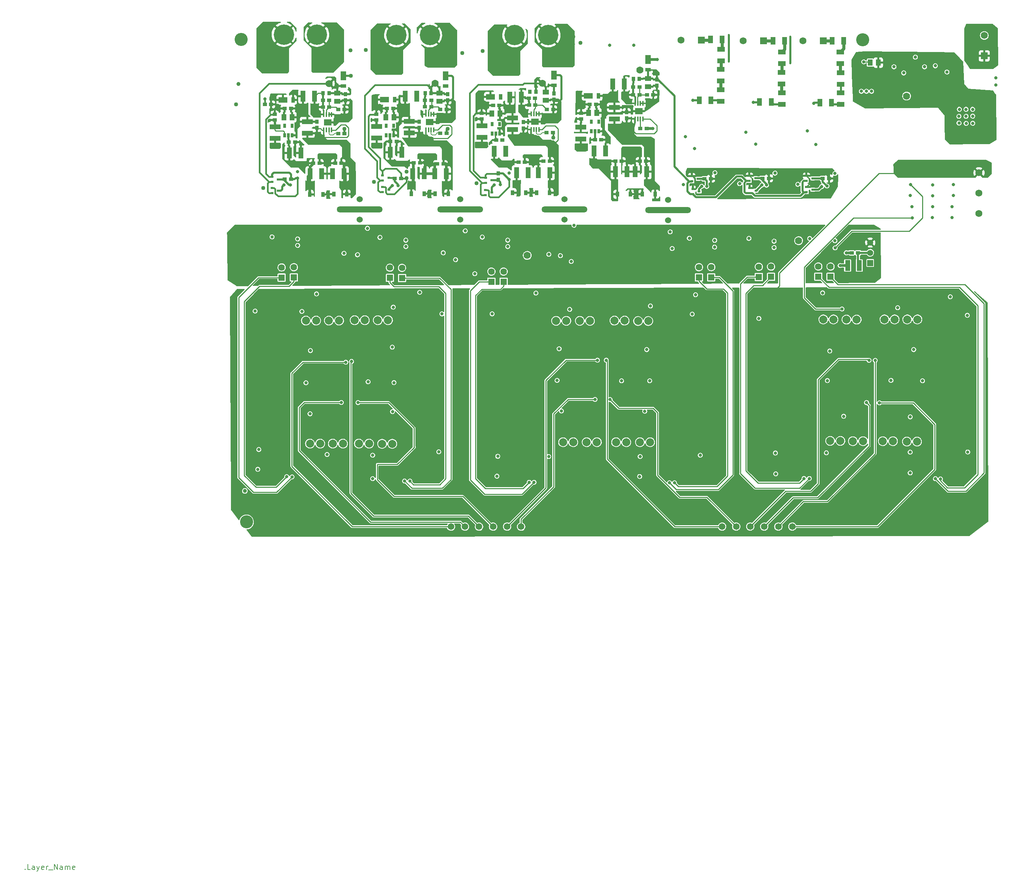
<source format=gbr>
%TF.GenerationSoftware,KiCad,Pcbnew,(5.99.0-10177-gd878cbddbc)*%
%TF.CreationDate,2021-05-05T15:51:09+02:00*%
%TF.ProjectId,TIDA-00555_E2,54494441-2d30-4303-9535-355f45322e6b,rev?*%
%TF.SameCoordinates,Original*%
%TF.FileFunction,Copper,L4,Bot*%
%TF.FilePolarity,Positive*%
%FSLAX46Y46*%
G04 Gerber Fmt 4.6, Leading zero omitted, Abs format (unit mm)*
G04 Created by KiCad (PCBNEW (5.99.0-10177-gd878cbddbc)) date 2021-05-05 15:51:09*
%MOMM*%
%LPD*%
G01*
G04 APERTURE LIST*
%ADD10C,0.203200*%
%TA.AperFunction,NonConductor*%
%ADD11C,0.203200*%
%TD*%
%TA.AperFunction,ComponentPad*%
%ADD12R,1.625600X1.625600*%
%TD*%
%TA.AperFunction,ComponentPad*%
%ADD13C,1.625600*%
%TD*%
%TA.AperFunction,ComponentPad*%
%ADD14C,1.651000*%
%TD*%
%TA.AperFunction,ComponentPad*%
%ADD15C,5.080000*%
%TD*%
%TA.AperFunction,ComponentPad*%
%ADD16C,1.778000*%
%TD*%
%TA.AperFunction,ComponentPad*%
%ADD17O,0.508000X7.162800*%
%TD*%
%TA.AperFunction,ComponentPad*%
%ADD18C,2.000000*%
%TD*%
%TA.AperFunction,ComponentPad*%
%ADD19O,11.430000X1.498600*%
%TD*%
%TA.AperFunction,ComponentPad*%
%ADD20C,3.251200*%
%TD*%
%TA.AperFunction,ComponentPad*%
%ADD21R,1.727200X1.727200*%
%TD*%
%TA.AperFunction,ComponentPad*%
%ADD22C,1.727200*%
%TD*%
%TA.AperFunction,ComponentPad*%
%ADD23C,1.524000*%
%TD*%
%TA.AperFunction,ComponentPad*%
%ADD24R,1.498600X1.498600*%
%TD*%
%TA.AperFunction,ComponentPad*%
%ADD25C,1.498600*%
%TD*%
%TA.AperFunction,ComponentPad*%
%ADD26C,1.752600*%
%TD*%
%TA.AperFunction,SMDPad,CuDef*%
%ADD27R,1.828800X1.295400*%
%TD*%
%TA.AperFunction,SMDPad,CuDef*%
%ADD28R,0.990600X0.939800*%
%TD*%
%TA.AperFunction,SMDPad,CuDef*%
%ADD29R,1.295400X1.828800*%
%TD*%
%TA.AperFunction,SMDPad,CuDef*%
%ADD30R,0.914400X1.219200*%
%TD*%
%TA.AperFunction,SMDPad,CuDef*%
%ADD31R,0.787400X0.584200*%
%TD*%
%TA.AperFunction,SMDPad,CuDef*%
%ADD32R,2.692400X1.295400*%
%TD*%
%TA.AperFunction,SMDPad,CuDef*%
%ADD33R,1.295400X2.692400*%
%TD*%
%TA.AperFunction,SMDPad,CuDef*%
%ADD34R,1.600200X1.270000*%
%TD*%
%TA.AperFunction,SMDPad,CuDef*%
%ADD35R,0.635000X1.092200*%
%TD*%
%TA.AperFunction,SMDPad,CuDef*%
%ADD36R,1.397000X2.184400*%
%TD*%
%TA.AperFunction,SMDPad,CuDef*%
%ADD37R,1.397000X0.889000*%
%TD*%
%TA.AperFunction,SMDPad,CuDef*%
%ADD38R,2.184400X1.397000*%
%TD*%
%TA.AperFunction,SMDPad,CuDef*%
%ADD39R,0.889000X1.397000*%
%TD*%
%TA.AperFunction,SMDPad,CuDef*%
%ADD40R,1.270000X1.600200*%
%TD*%
%TA.AperFunction,SMDPad,CuDef*%
%ADD41R,0.939800X0.990600*%
%TD*%
%TA.AperFunction,SMDPad,CuDef*%
%ADD42R,0.381000X1.270000*%
%TD*%
%TA.AperFunction,SMDPad,CuDef*%
%ADD43R,1.905000X1.524000*%
%TD*%
%TA.AperFunction,SMDPad,CuDef*%
%ADD44C,0.990600*%
%TD*%
%TA.AperFunction,ViaPad*%
%ADD45C,0.812800*%
%TD*%
%TA.AperFunction,ViaPad*%
%ADD46C,1.016000*%
%TD*%
%TA.AperFunction,ViaPad*%
%ADD47C,0.800000*%
%TD*%
%TA.AperFunction,Conductor*%
%ADD48C,0.508000*%
%TD*%
%TA.AperFunction,Conductor*%
%ADD49C,0.254000*%
%TD*%
%TA.AperFunction,Conductor*%
%ADD50C,0.381000*%
%TD*%
%TA.AperFunction,Conductor*%
%ADD51C,0.635000*%
%TD*%
%TA.AperFunction,Conductor*%
%ADD52C,0.250000*%
%TD*%
%TA.AperFunction,Conductor*%
%ADD53C,0.203200*%
%TD*%
%TA.AperFunction,Conductor*%
%ADD54C,0.762000*%
%TD*%
G04 APERTURE END LIST*
D10*
D11*
X27628508Y-229054572D02*
X27695274Y-229118048D01*
X27628508Y-229181524D01*
X27561742Y-229118048D01*
X27628508Y-229054572D01*
X27628508Y-229181524D01*
X28963822Y-229181524D02*
X28296165Y-229181524D01*
X28296165Y-227848532D01*
X30032074Y-229181524D02*
X30032074Y-228483290D01*
X29965308Y-228356338D01*
X29831777Y-228292862D01*
X29564714Y-228292862D01*
X29431182Y-228356338D01*
X30032074Y-229118048D02*
X29898542Y-229181524D01*
X29564714Y-229181524D01*
X29431182Y-229118048D01*
X29364417Y-228991096D01*
X29364417Y-228864145D01*
X29431182Y-228737193D01*
X29564714Y-228673717D01*
X29898542Y-228673717D01*
X30032074Y-228610241D01*
X30566200Y-228292862D02*
X30900028Y-229181524D01*
X31233857Y-228292862D02*
X30900028Y-229181524D01*
X30766497Y-229498903D01*
X30699731Y-229562379D01*
X30566200Y-229625854D01*
X32302108Y-229118048D02*
X32168577Y-229181524D01*
X31901514Y-229181524D01*
X31767982Y-229118048D01*
X31701217Y-228991096D01*
X31701217Y-228483290D01*
X31767982Y-228356338D01*
X31901514Y-228292862D01*
X32168577Y-228292862D01*
X32302108Y-228356338D01*
X32368874Y-228483290D01*
X32368874Y-228610241D01*
X31701217Y-228737193D01*
X32969765Y-229181524D02*
X32969765Y-228292862D01*
X32969765Y-228546766D02*
X33036531Y-228419814D01*
X33103297Y-228356338D01*
X33236828Y-228292862D01*
X33370360Y-228292862D01*
X33503891Y-229308475D02*
X34572142Y-229308475D01*
X34905971Y-229181524D02*
X34905971Y-227848532D01*
X35707160Y-229181524D01*
X35707160Y-227848532D01*
X36975708Y-229181524D02*
X36975708Y-228483290D01*
X36908942Y-228356338D01*
X36775411Y-228292862D01*
X36508348Y-228292862D01*
X36374817Y-228356338D01*
X36975708Y-229118048D02*
X36842177Y-229181524D01*
X36508348Y-229181524D01*
X36374817Y-229118048D01*
X36308051Y-228991096D01*
X36308051Y-228864145D01*
X36374817Y-228737193D01*
X36508348Y-228673717D01*
X36842177Y-228673717D01*
X36975708Y-228610241D01*
X37643365Y-229181524D02*
X37643365Y-228292862D01*
X37643365Y-228419814D02*
X37710131Y-228356338D01*
X37843662Y-228292862D01*
X38043960Y-228292862D01*
X38177491Y-228356338D01*
X38244257Y-228483290D01*
X38244257Y-229181524D01*
X38244257Y-228483290D02*
X38311022Y-228356338D01*
X38444554Y-228292862D01*
X38644851Y-228292862D01*
X38778382Y-228356338D01*
X38845148Y-228483290D01*
X38845148Y-229181524D01*
X40046931Y-229118048D02*
X39913400Y-229181524D01*
X39646337Y-229181524D01*
X39512805Y-229118048D01*
X39446040Y-228991096D01*
X39446040Y-228483290D01*
X39512805Y-228356338D01*
X39646337Y-228292862D01*
X39913400Y-228292862D01*
X40046931Y-228356338D01*
X40113697Y-228483290D01*
X40113697Y-228610241D01*
X39446040Y-228737193D01*
D12*
%TO.P,J26,1*%
%TO.N,DOUTP_W_PH*%
X228432200Y-81534000D03*
D13*
%TO.P,J26,2*%
%TO.N,DOUTP_W_PH1*%
X228432200Y-78994000D03*
%TD*%
D14*
%TO.P,J8,1,Pin_1*%
%TO.N,Ip_U*%
X133794797Y-143771600D03*
%TO.P,J8,2,Pin_2*%
%TO.N,In_U*%
X137294800Y-143771600D03*
%TO.P,J8,3,Pin_3*%
%TO.N,Ip_V*%
X140794801Y-143771600D03*
%TO.P,J8,4,Pin_4*%
%TO.N,In_V*%
X144294802Y-143771600D03*
%TO.P,J8,5,Pin_5*%
%TO.N,Ip_W*%
X147794802Y-143771600D03*
%TO.P,J8,6,Pin_6*%
%TO.N,In_W*%
X151294803Y-143771600D03*
%TD*%
D12*
%TO.P,J27,1*%
%TO.N,DOUTN_W_PH*%
X225384200Y-81508600D03*
D13*
%TO.P,J27,2*%
%TO.N,DOUTN_W_PH1*%
X225384200Y-78968600D03*
%TD*%
D15*
%TO.P,TP7,1*%
%TO.N,GND_WSH*%
X149666800Y-21336000D03*
%TD*%
D16*
%TO.P,TP16,1*%
%TO.N,-5.0V_PH*%
X180898800Y-30022800D03*
%TD*%
D15*
%TO.P,TP8,1*%
%TO.N,NetFB6_1*%
X158048800Y-21336000D03*
%TD*%
D17*
%TO.P,,*%
%TO.N,*%
X218399200Y-25069800D03*
%TD*%
D18*
%TO.P,TP29,1,1*%
%TO.N,Vp_V*%
X234950000Y-92202000D03*
X232410000Y-92202000D03*
%TD*%
D12*
%TO.P,J20,1*%
%TO.N,DOUTP_CH_W*%
X146923600Y-82778600D03*
D13*
%TO.P,J20,2*%
%TO.N,DOUTP_CH_W1*%
X146923600Y-80238600D03*
%TD*%
D16*
%TO.P,TP17,1*%
%TO.N,AMC_VCC*%
X220472000Y-72542400D03*
%TD*%
D12*
%TO.P,J21,1*%
%TO.N,DOUTN_CH_W*%
X143875600Y-82778600D03*
D13*
%TO.P,J21,2*%
%TO.N,DOUTN_CH_W1*%
X143875600Y-80238600D03*
%TD*%
D18*
%TO.P,TP21,1,1*%
%TO.N,Ip_W*%
X168452800Y-92506800D03*
X165912800Y-92506800D03*
%TD*%
%TO.P,TP15,1,1*%
%TO.N,In_U*%
X104343200Y-123088400D03*
X106883200Y-123088400D03*
%TD*%
D19*
%TO.P,,*%
%TO.N,*%
X111058800Y-64770000D03*
%TD*%
D20*
%TO.P,MH2,1*%
%TO.N,N/C*%
X82829400Y-142595600D03*
%TD*%
D18*
%TO.P,TP33,1,1*%
%TO.N,Vn_V*%
X236524800Y-122478800D03*
X233984800Y-122478800D03*
%TD*%
D20*
%TO.P,MH3,1*%
%TO.N,N/C*%
X236433200Y-22529800D03*
%TD*%
D21*
%TO.P,J15,1*%
%TO.N,NetFB11_1*%
X211693600Y-22758400D03*
D22*
%TO.P,J15,2*%
%TO.N,NEUTRAL*%
X206613600Y-22758400D03*
%TD*%
D18*
%TO.P,TP22,1,1*%
%TO.N,In_W*%
X167640000Y-122732800D03*
X170180000Y-122732800D03*
%TD*%
%TO.P,TP23,1,1*%
%TO.N,Net-(R120-Pad1)*%
X164287200Y-122732800D03*
X161747200Y-122732800D03*
%TD*%
D12*
%TO.P,J11,1*%
%TO.N,DOUTN_CH_U*%
X91602400Y-81737200D03*
D13*
%TO.P,J11,2*%
%TO.N,DOUTN_CH_U1*%
X91602400Y-79197200D03*
%TD*%
D20*
%TO.P,MH1,1*%
%TO.N,N/C*%
X81493200Y-22402800D03*
%TD*%
D18*
%TO.P,TP35,1,1*%
%TO.N,Net-(R136-Pad1)*%
X247446800Y-122580400D03*
X249986800Y-122580400D03*
%TD*%
D14*
%TO.P,J29,1,Pin_1*%
%TO.N,Vp_U*%
X201409597Y-143764000D03*
%TO.P,J29,2,Pin_2*%
%TO.N,Vn_U*%
X204909600Y-143764000D03*
%TO.P,J29,3,Pin_3*%
%TO.N,Vp_V*%
X208409601Y-143764000D03*
%TO.P,J29,4,Pin_4*%
%TO.N,Vn_V*%
X211909602Y-143764000D03*
%TO.P,J29,5,Pin_5*%
%TO.N,Vp_W*%
X215409602Y-143764000D03*
%TO.P,J29,6,Pin_6*%
%TO.N,Vn_W*%
X218909603Y-143764000D03*
%TD*%
D15*
%TO.P,TP5,1*%
%TO.N,NetFB4_1*%
X128534000Y-21336000D03*
%TD*%
D12*
%TO.P,J18,1*%
%TO.N,DOUTP_CH_V*%
X121599800Y-81838800D03*
D13*
%TO.P,J18,2*%
%TO.N,DOUTP_CH_V1*%
X121599800Y-79298800D03*
%TD*%
D18*
%TO.P,TP53,1,1*%
%TO.N,In_V*%
X113385600Y-123088400D03*
X110845600Y-123088400D03*
%TD*%
D19*
%TO.P,,*%
%TO.N,*%
X136077800Y-64770000D03*
%TD*%
D12*
%TO.P,J22,1*%
%TO.N,DOUTP_U_PH*%
X198688800Y-81661000D03*
D13*
%TO.P,J22,2*%
%TO.N,DOUTP_U_PH1*%
X198688800Y-79121000D03*
%TD*%
D18*
%TO.P,TP31,1,1*%
%TO.N,Net-(R128-Pad2)*%
X247548400Y-92151200D03*
X250088400Y-92151200D03*
%TD*%
D12*
%TO.P,J23,1*%
%TO.N,DOUTN_U_PH*%
X195615400Y-81686400D03*
D13*
%TO.P,J23,2*%
%TO.N,DOUTN_U_PH1*%
X195615400Y-79146400D03*
%TD*%
D12*
%TO.P,J25,1*%
%TO.N,DOUTN_V_PH*%
X210550600Y-81584800D03*
D13*
%TO.P,J25,2*%
%TO.N,DOUTN_V_PH1*%
X210550600Y-79044800D03*
%TD*%
D18*
%TO.P,TP52,1,1*%
%TO.N,Net-(R46-Pad1)*%
X119176800Y-123139200D03*
X116636800Y-123139200D03*
%TD*%
D16*
%TO.P,TP6,1*%
%TO.N,-5.0V_VSH*%
X129829400Y-33324800D03*
%TD*%
D23*
%TO.P,C51,1*%
%TO.N,DGND*%
X187944600Y-67437000D03*
%TO.P,C51,2*%
%TO.N,GND_PH*%
X187944600Y-62357000D03*
%TD*%
D17*
%TO.P,,*%
%TO.N,*%
X203108400Y-24638000D03*
%TD*%
D23*
%TO.P,C7,1*%
%TO.N,DGND*%
X111058800Y-67310000D03*
%TO.P,C7,2*%
%TO.N,GND_USH*%
X111058800Y-62230000D03*
%TD*%
D18*
%TO.P,TP26,1,1*%
%TO.N,Vn_U*%
X174955200Y-122732800D03*
X177495200Y-122732800D03*
%TD*%
D12*
%TO.P,J10,1*%
%TO.N,DOUTP_CH_U*%
X94650400Y-81686400D03*
D13*
%TO.P,J10,2*%
%TO.N,DOUTP_CH_U1*%
X94650400Y-79146400D03*
%TD*%
D12*
%TO.P,J19,1*%
%TO.N,DOUTN_CH_V*%
X118577200Y-81813400D03*
D13*
%TO.P,J19,2*%
%TO.N,DOUTN_CH_V1*%
X118577200Y-79273400D03*
%TD*%
D18*
%TO.P,TP11,1,1*%
%TO.N,Net-(R29-Pad1)*%
X100177600Y-92456000D03*
X97637600Y-92456000D03*
%TD*%
%TO.P,TP28,1,1*%
%TO.N,Net-(R124-Pad1)*%
X226618800Y-92151200D03*
X229158800Y-92151200D03*
%TD*%
D16*
%TO.P,TP9,1*%
%TO.N,AMC_VCC*%
X152816400Y-76225400D03*
%TD*%
D12*
%TO.P,J24,1*%
%TO.N,DOUTP_V_PH*%
X213598600Y-81559400D03*
D13*
%TO.P,J24,2*%
%TO.N,DOUTP_V_PH1*%
X213598600Y-79019400D03*
%TD*%
D18*
%TO.P,TP20,1,1*%
%TO.N,Net-(R116-Pad2)*%
X160020000Y-92506800D03*
X162560000Y-92506800D03*
%TD*%
D24*
%TO.P,J28,1*%
%TO.N,AVCC*%
X238312800Y-78105000D03*
D25*
%TO.P,J28,2*%
%TO.N,AMC_VCC*%
X238312800Y-75565000D03*
%TO.P,J28,3*%
%TO.N,+5V_CNTL*%
X238312800Y-73025000D03*
%TD*%
D16*
%TO.P,TP10,1*%
%TO.N,-5.0V_WSH*%
X156575600Y-33350200D03*
%TD*%
D18*
%TO.P,TP24,1,1*%
%TO.N,Net-(R108-Pad1)*%
X180441600Y-92557600D03*
X182981600Y-92557600D03*
%TD*%
%TO.P,TP51,1,1*%
%TO.N,Ip_V*%
X109778800Y-92354400D03*
X112318800Y-92354400D03*
%TD*%
D26*
%TO.P,J30,1*%
%TO.N,+15V*%
X265430000Y-55626000D03*
%TO.P,J30,2*%
%TO.N,DGND*%
X265430000Y-60706000D03*
%TO.P,J30,3*%
%TO.N,-15V*%
X265430000Y-65786000D03*
%TD*%
D15*
%TO.P,TP4,1*%
%TO.N,GND_VSH*%
X120202800Y-21336000D03*
%TD*%
D18*
%TO.P,TP30,1,1*%
%TO.N,Vp_W*%
X244398800Y-92151200D03*
X241858800Y-92151200D03*
%TD*%
D15*
%TO.P,TP1,1*%
%TO.N,GND_USH*%
X92135800Y-21209000D03*
%TD*%
D19*
%TO.P,,*%
%TO.N,*%
X187944600Y-64897000D03*
%TD*%
D16*
%TO.P,TP3,1*%
%TO.N,-5.0V_USH*%
X103438800Y-33401000D03*
%TD*%
D15*
%TO.P,TP2,1*%
%TO.N,NetFB2_1*%
X100390800Y-21209000D03*
%TD*%
D21*
%TO.P,J17,1*%
%TO.N,+5V_CNTL*%
X266750800Y-26517600D03*
D22*
%TO.P,J17,2*%
%TO.N,DGND*%
X266750800Y-21437600D03*
%TD*%
D21*
%TO.P,J16,1*%
%TO.N,NetFB12_1*%
X226603400Y-22758400D03*
D22*
%TO.P,J16,2*%
%TO.N,NEUTRAL*%
X221523400Y-22758400D03*
%TD*%
D21*
%TO.P,J14,1*%
%TO.N,NetFB9_1*%
X196225000Y-22555200D03*
D22*
%TO.P,J14,2*%
%TO.N,NEUTRAL*%
X191145000Y-22555200D03*
%TD*%
D18*
%TO.P,TP32,1,1*%
%TO.N,Net-(R132-Pad2)*%
X230886000Y-122428000D03*
X228346000Y-122428000D03*
%TD*%
D19*
%TO.P,,*%
%TO.N,*%
X162112800Y-64770000D03*
%TD*%
D18*
%TO.P,TP27,1,1*%
%TO.N,Net-(R112-Pad2)*%
X183438800Y-122732800D03*
X180898800Y-122732800D03*
%TD*%
%TO.P,TP12,1,1*%
%TO.N,Ip_U*%
X103378000Y-92456000D03*
X105918000Y-92456000D03*
%TD*%
%TO.P,TP34,1,1*%
%TO.N,Vn_W*%
X241452400Y-122478800D03*
X243992400Y-122478800D03*
%TD*%
%TO.P,TP50,1,1*%
%TO.N,Net-(R38-Pad2)*%
X115570000Y-92354400D03*
X118110000Y-92354400D03*
%TD*%
D23*
%TO.P,C15,1*%
%TO.N,DGND*%
X136077800Y-67310000D03*
%TO.P,C15,2*%
%TO.N,GND_VSH*%
X136077800Y-62230000D03*
%TD*%
D18*
%TO.P,TP13,1,1*%
%TO.N,Net-(R34-Pad2)*%
X101193600Y-123088400D03*
X98653600Y-123088400D03*
%TD*%
%TO.P,TP25,1,1*%
%TO.N,Vp_U*%
X174548800Y-92456000D03*
X177088800Y-92456000D03*
%TD*%
D23*
%TO.P,C26,1*%
%TO.N,DGND*%
X162112800Y-67310000D03*
%TO.P,C26,2*%
%TO.N,GND_WSH*%
X162112800Y-62230000D03*
%TD*%
D27*
%TO.P,R67,1*%
%TO.N,NetFB9_2*%
X201101800Y-24841200D03*
%TO.P,R67,2*%
%TO.N,NetR67_2*%
X201101800Y-27736800D03*
%TD*%
%TO.P,R90,1*%
%TO.N,NetFB12_2*%
X230870600Y-25577800D03*
%TO.P,R90,2*%
%TO.N,NetR90_2*%
X230870600Y-28473400D03*
%TD*%
D28*
%TO.P,C150,1*%
%TO.N,+6V_USH*%
X93380400Y-48006000D03*
%TO.P,C150,2*%
%TO.N,GND_USH*%
X94955200Y-48006000D03*
%TD*%
D29*
%TO.P,FB9,1*%
%TO.N,NetFB9_1*%
X198485600Y-22402800D03*
%TO.P,FB9,2*%
%TO.N,NetFB9_2*%
X201381200Y-22402800D03*
%TD*%
D30*
%TO.P,D39,1*%
%TO.N,+6V_VSH*%
X123885800Y-60883800D03*
%TO.P,D39,2*%
%TO.N,NetD37_1*%
X127137000Y-60883800D03*
%TD*%
D31*
%TO.P,D19,1*%
%TO.N,-5.0V_PH*%
X194091400Y-60934600D03*
%TO.P,D19,2*%
%TO.N,+5.0V_PH*%
X194091400Y-59664600D03*
%TO.P,D19,3*%
%TO.N,NetC55_2*%
X195666200Y-60299600D03*
%TD*%
D28*
%TO.P,C120,1*%
%TO.N,+5.0V_WSH*%
X144307400Y-38862000D03*
%TO.P,C120,2*%
%TO.N,GND_WSH*%
X145882200Y-38862000D03*
%TD*%
%TO.P,C125,1*%
%TO.N,GND_VSH*%
X130388200Y-53441600D03*
%TO.P,C125,2*%
%TO.N,-6V_VSH*%
X131963000Y-53441600D03*
%TD*%
%TO.P,R104,1*%
%TO.N,NetC143_1*%
X103464200Y-37592000D03*
%TO.P,R104,2*%
%TO.N,NetC143_2*%
X101889400Y-37592000D03*
%TD*%
%TO.P,R101,1*%
%TO.N,GND_VSH*%
X132725000Y-39852600D03*
%TO.P,R101,2*%
%TO.N,NetC127_1*%
X131150200Y-39852600D03*
%TD*%
D32*
%TO.P,C121,1*%
%TO.N,GND_WSH*%
X141538800Y-46786800D03*
%TO.P,C121,2*%
%TO.N,NetC121_2*%
X141538800Y-43891200D03*
%TD*%
D33*
%TO.P,C27,1*%
%TO.N,AMC_VCC*%
X235569600Y-78740000D03*
%TO.P,C27,2*%
%TO.N,DGND*%
X232674000Y-78740000D03*
%TD*%
D30*
%TO.P,D45,1*%
%TO.N,+6V_USH*%
X98612800Y-61010800D03*
%TO.P,D45,2*%
%TO.N,NetD43_1*%
X101864000Y-61010800D03*
%TD*%
D29*
%TO.P,FB11,1*%
%TO.N,NetFB11_1*%
X214055800Y-22783800D03*
%TO.P,FB11,2*%
%TO.N,NetFB11_2*%
X216951400Y-22783800D03*
%TD*%
D31*
%TO.P,D35,1*%
%TO.N,-5.0V_WSH*%
X142427800Y-58115200D03*
%TO.P,D35,2*%
%TO.N,+5.0V_WSH*%
X142427800Y-56845200D03*
%TO.P,D35,3*%
%TO.N,NetC18_1*%
X144002600Y-57480200D03*
%TD*%
D28*
%TO.P,R52,1*%
%TO.N,NetC55_1*%
X197012400Y-57124600D03*
%TO.P,R52,2*%
%TO.N,+5.0V_PH*%
X198587200Y-57124600D03*
%TD*%
D34*
%TO.P,C126,1*%
%TO.N,GND_VSH*%
X130921600Y-37820600D03*
%TO.P,C126,2*%
%TO.N,-5.0V_VSH*%
X130921600Y-35788600D03*
%TD*%
D28*
%TO.P,R103,1*%
%TO.N,GND_USH*%
X107274200Y-39878000D03*
%TO.P,R103,2*%
%TO.N,NetC143_1*%
X105699400Y-39878000D03*
%TD*%
%TO.P,C109,1*%
%TO.N,GND_WSH*%
X156880400Y-52705000D03*
%TO.P,C109,2*%
%TO.N,-6V_WSH*%
X158455200Y-52705000D03*
%TD*%
%TO.P,C118,1*%
%TO.N,+6V_WSH*%
X145069400Y-47498000D03*
%TO.P,C118,2*%
%TO.N,GND_WSH*%
X146644200Y-47498000D03*
%TD*%
D27*
%TO.P,R81,1*%
%TO.N,NetR80_2*%
X216265600Y-35712400D03*
%TO.P,R81,2*%
%TO.N,NetR81_2*%
X216265600Y-38608000D03*
%TD*%
D32*
%TO.P,C116,1*%
%TO.N,GND_WSH*%
X149158800Y-41986200D03*
%TO.P,C116,2*%
%TO.N,-6V_WSH*%
X149158800Y-44881800D03*
%TD*%
D27*
%TO.P,R91,1*%
%TO.N,NetR90_2*%
X230921400Y-30683200D03*
%TO.P,R91,2*%
%TO.N,NetR91_2*%
X230921400Y-33578800D03*
%TD*%
D33*
%TO.P,C73,1*%
%TO.N,GND_PH*%
X179715000Y-55397400D03*
%TO.P,C73,2*%
%TO.N,-6V_PH*%
X182610600Y-55397400D03*
%TD*%
D28*
%TO.P,C136,1*%
%TO.N,+5.0V_VSH*%
X117815200Y-39624000D03*
%TO.P,C136,2*%
%TO.N,GND_VSH*%
X119390000Y-39624000D03*
%TD*%
D27*
%TO.P,R68,1*%
%TO.N,NetR67_2*%
X201076400Y-29845000D03*
%TO.P,R68,2*%
%TO.N,NetR68_2*%
X201076400Y-32740600D03*
%TD*%
D28*
%TO.P,C134,1*%
%TO.N,+6V_VSH*%
X118704200Y-47853600D03*
%TO.P,C134,2*%
%TO.N,GND_VSH*%
X120279000Y-47853600D03*
%TD*%
D35*
%TO.P,U16,1*%
%TO.N,GND_PH*%
X170672600Y-45288200D03*
%TO.P,U16,2*%
%TO.N,+6V_PH*%
X169732800Y-45288200D03*
%TO.P,U16,3*%
%TO.N,NetC86_2*%
X168793000Y-45288200D03*
%TO.P,U16,4*%
%TO.N,N/C*%
X168793000Y-42900600D03*
%TO.P,U16,5*%
X170672600Y-42900600D03*
%TD*%
D33*
%TO.P,C82,1*%
%TO.N,GND_PH*%
X172323600Y-50190400D03*
%TO.P,C82,2*%
%TO.N,+6V_PH*%
X169428000Y-50190400D03*
%TD*%
D36*
%TO.P,D44,1*%
%TO.N,GND_USH*%
X106994800Y-31496000D03*
D37*
%TO.P,D44,2*%
%TO.N,-5.0V_USH*%
X106994800Y-34036000D03*
%TD*%
D28*
%TO.P,C140,1*%
%TO.N,GND_USH*%
X107274200Y-45847000D03*
%TO.P,C140,2*%
%TO.N,NetC140_2*%
X105699400Y-45847000D03*
%TD*%
%TO.P,C80,1*%
%TO.N,+6V_PH*%
X174787400Y-52730400D03*
%TO.P,C80,2*%
%TO.N,GND_PH*%
X176362200Y-52730400D03*
%TD*%
%TO.P,C74,1*%
%TO.N,GND_PH*%
X182585200Y-44602400D03*
%TO.P,C74,2*%
%TO.N,NetC74_2*%
X181010400Y-44602400D03*
%TD*%
D33*
%TO.P,C131,1*%
%TO.N,GND_VSH*%
X122361800Y-36550600D03*
%TO.P,C131,2*%
%TO.N,NetC127_2*%
X125257400Y-36550600D03*
%TD*%
D32*
%TO.P,C153,1*%
%TO.N,GND_USH*%
X89976800Y-47040800D03*
%TO.P,C153,2*%
%TO.N,NetC153_2*%
X89976800Y-44145200D03*
%TD*%
D38*
%TO.P,D46,1*%
%TO.N,+5.0V_USH*%
X91881800Y-37465000D03*
D39*
%TO.P,D46,2*%
%TO.N,GND_USH*%
X94421800Y-37465000D03*
%TD*%
D33*
%TO.P,C128,1*%
%TO.N,+6V_VSH*%
X124266800Y-55854600D03*
%TO.P,C128,2*%
%TO.N,GND_VSH*%
X127162400Y-55854600D03*
%TD*%
D28*
%TO.P,C141,1*%
%TO.N,GND_USH*%
X104937400Y-53213000D03*
%TO.P,C141,2*%
%TO.N,-6V_USH*%
X106512200Y-53213000D03*
%TD*%
%TO.P,C127,1*%
%TO.N,NetC127_1*%
X128915000Y-39217600D03*
%TO.P,C127,2*%
%TO.N,NetC127_2*%
X127340200Y-39217600D03*
%TD*%
D40*
%TO.P,R98,1*%
%TO.N,AGND*%
X240334800Y-28194000D03*
%TO.P,R98,2*%
%TO.N,DGND*%
X238302800Y-28194000D03*
%TD*%
D41*
%TO.P,C122,1*%
%TO.N,-5.0V_VSH*%
X132953600Y-36017200D03*
%TO.P,C122,2*%
%TO.N,GND_VSH*%
X132953600Y-37592000D03*
%TD*%
D34*
%TO.P,C142,1*%
%TO.N,GND_USH*%
X105470800Y-37846000D03*
%TO.P,C142,2*%
%TO.N,-5.0V_USH*%
X105470800Y-35814000D03*
%TD*%
D32*
%TO.P,C81,1*%
%TO.N,GND_PH*%
X174558800Y-39344600D03*
%TO.P,C81,2*%
%TO.N,-6V_PH*%
X174558800Y-42240200D03*
%TD*%
D33*
%TO.P,C147,1*%
%TO.N,GND_USH*%
X96911000Y-36576000D03*
%TO.P,C147,2*%
%TO.N,NetC143_2*%
X99806600Y-36576000D03*
%TD*%
D28*
%TO.P,R95,1*%
%TO.N,NetC76_2*%
X180807200Y-34315400D03*
%TO.P,R95,2*%
%TO.N,NetC76_1*%
X179232400Y-34315400D03*
%TD*%
%TO.P,C152,1*%
%TO.N,+5.0V_USH*%
X92364400Y-39624000D03*
%TO.P,C152,2*%
%TO.N,GND_USH*%
X93939200Y-39624000D03*
%TD*%
D33*
%TO.P,C149,1*%
%TO.N,GND_USH*%
X96377600Y-50673000D03*
%TO.P,C149,2*%
%TO.N,+6V_USH*%
X93482000Y-50673000D03*
%TD*%
D40*
%TO.P,C119,1*%
%TO.N,GND_WSH*%
X145983800Y-40894000D03*
%TO.P,C119,2*%
%TO.N,+5.0V_WSH*%
X143951800Y-40894000D03*
%TD*%
D30*
%TO.P,D21,1*%
%TO.N,NetD21_1*%
X181493000Y-60934600D03*
%TO.P,D21,2*%
%TO.N,-6V_PH*%
X184744200Y-60934600D03*
%TD*%
D31*
%TO.P,D41,1*%
%TO.N,-5.0V_VSH*%
X116748400Y-57531000D03*
%TO.P,D41,2*%
%TO.N,+5.0V_VSH*%
X116748400Y-56261000D03*
%TO.P,D41,3*%
%TO.N,NetC9_1*%
X118323200Y-56896000D03*
%TD*%
D16*
%TO.P,TP18,1*%
%TO.N,DVCC*%
X247396000Y-36525200D03*
%TD*%
D41*
%TO.P,C114,1*%
%TO.N,-6V_WSH*%
X151825800Y-44602400D03*
%TO.P,C114,2*%
%TO.N,GND_WSH*%
X151825800Y-43027600D03*
%TD*%
D29*
%TO.P,FB12,1*%
%TO.N,NetFB12_1*%
X228813200Y-22758400D03*
%TO.P,FB12,2*%
%TO.N,NetFB12_2*%
X231708800Y-22758400D03*
%TD*%
D33*
%TO.P,C123,1*%
%TO.N,GND_VSH*%
X129727800Y-55854600D03*
%TO.P,C123,2*%
%TO.N,-6V_VSH*%
X132623400Y-55854600D03*
%TD*%
D41*
%TO.P,FB17,1*%
%TO.N,NetC111_2*%
X153502200Y-35433000D03*
%TO.P,FB17,2*%
%TO.N,-5.0V_WSH*%
X154975400Y-35433000D03*
%TD*%
D34*
%TO.P,C72,1*%
%TO.N,GND_PH*%
X182940800Y-34188400D03*
%TO.P,C72,2*%
%TO.N,-5.0V_PH*%
X182940800Y-32156400D03*
%TD*%
D31*
%TO.P,D18,1*%
%TO.N,-5.0V_PH*%
X208188400Y-57632600D03*
%TO.P,D18,2*%
%TO.N,+5.0V_PH*%
X208188400Y-56362600D03*
%TO.P,D18,3*%
%TO.N,NetC61_1*%
X209763200Y-56997600D03*
%TD*%
D27*
%TO.P,R80,1*%
%TO.N,NetR79_2*%
X216240200Y-30632400D03*
%TO.P,R80,2*%
%TO.N,NetR80_2*%
X216240200Y-33528000D03*
%TD*%
D40*
%TO.P,C84,1*%
%TO.N,GND_PH*%
X170164600Y-40741600D03*
%TO.P,C84,2*%
%TO.N,+5.0V_PH*%
X168132600Y-40741600D03*
%TD*%
D33*
%TO.P,C139,1*%
%TO.N,GND_USH*%
X104277000Y-55880000D03*
%TO.P,C139,2*%
%TO.N,-6V_USH*%
X107172600Y-55880000D03*
%TD*%
D41*
%TO.P,C78,1*%
%TO.N,-6V_PH*%
X177606800Y-42087800D03*
%TO.P,C78,2*%
%TO.N,GND_PH*%
X177606800Y-40513000D03*
%TD*%
D36*
%TO.P,D31,1*%
%TO.N,GND_WSH*%
X159496600Y-31343600D03*
D37*
%TO.P,D31,2*%
%TO.N,-5.0V_WSH*%
X159496600Y-33883600D03*
%TD*%
D31*
%TO.P,D16,1*%
%TO.N,-5.0V_PH*%
X222412400Y-60477400D03*
%TO.P,D16,2*%
%TO.N,+5.0V_PH*%
X222412400Y-59207400D03*
%TO.P,D16,3*%
%TO.N,NetC68_2*%
X223987200Y-59842400D03*
%TD*%
D28*
%TO.P,C145,1*%
%TO.N,+6V_USH*%
X99476400Y-53213000D03*
%TO.P,C145,2*%
%TO.N,GND_USH*%
X101051200Y-53213000D03*
%TD*%
%TO.P,FB20,1*%
%TO.N,NetC137_2*%
X115199000Y-42494200D03*
%TO.P,FB20,2*%
%TO.N,+5.0V_VSH*%
X115199000Y-41021000D03*
%TD*%
D38*
%TO.P,D24,1*%
%TO.N,+5.0V_PH*%
X168056400Y-36474400D03*
D39*
%TO.P,D24,2*%
%TO.N,GND_PH*%
X170596400Y-36474400D03*
%TD*%
D41*
%TO.P,FB21,1*%
%TO.N,NetC143_2*%
X101940200Y-35814000D03*
%TO.P,FB21,2*%
%TO.N,-5.0V_USH*%
X103413400Y-35814000D03*
%TD*%
D28*
%TO.P,FB18,1*%
%TO.N,NetC121_2*%
X141411800Y-42265600D03*
%TO.P,FB18,2*%
%TO.N,+5.0V_WSH*%
X141411800Y-40792400D03*
%TD*%
D33*
%TO.P,C144,1*%
%TO.N,+6V_USH*%
X98689000Y-55880000D03*
%TO.P,C144,2*%
%TO.N,GND_USH*%
X101584600Y-55880000D03*
%TD*%
D35*
%TO.P,U20,1*%
%TO.N,GND_WSH*%
X145907600Y-45897800D03*
%TO.P,U20,2*%
%TO.N,+6V_WSH*%
X144967800Y-45897800D03*
%TO.P,U20,3*%
%TO.N,NetC121_2*%
X144028000Y-45897800D03*
%TO.P,U20,4*%
%TO.N,N/C*%
X144028000Y-43510200D03*
%TO.P,U20,5*%
X145907600Y-43510200D03*
%TD*%
D27*
%TO.P,R79,1*%
%TO.N,NetFB11_2*%
X216265600Y-25527000D03*
%TO.P,R79,2*%
%TO.N,NetR79_2*%
X216265600Y-28422600D03*
%TD*%
D28*
%TO.P,R105,1*%
%TO.N,NetD1_2*%
X87411400Y-38608000D03*
%TO.P,R105,2*%
%TO.N,+5.0V_USH*%
X88986200Y-38608000D03*
%TD*%
%TO.P,C107,1*%
%TO.N,GND_WSH*%
X159217200Y-45593000D03*
%TO.P,C107,2*%
%TO.N,NetC107_2*%
X157642400Y-45593000D03*
%TD*%
D27*
%TO.P,R69,1*%
%TO.N,NetR68_2*%
X201076400Y-34950400D03*
%TO.P,R69,2*%
%TO.N,NetR69_2*%
X201076400Y-37846000D03*
%TD*%
D41*
%TO.P,FB19,1*%
%TO.N,NetC127_2*%
X127391000Y-35788600D03*
%TO.P,FB19,2*%
%TO.N,-5.0V_VSH*%
X128864200Y-35788600D03*
%TD*%
D32*
%TO.P,C137,1*%
%TO.N,GND_VSH*%
X115300600Y-47015400D03*
%TO.P,C137,2*%
%TO.N,NetC137_2*%
X115300600Y-44119800D03*
%TD*%
D30*
%TO.P,D32,1*%
%TO.N,NetD32_1*%
X155153200Y-60579000D03*
%TO.P,D32,2*%
%TO.N,-6V_WSH*%
X158404400Y-60579000D03*
%TD*%
%TO.P,D23,1*%
%TO.N,+6V_PH*%
X175270000Y-60985400D03*
%TO.P,D23,2*%
%TO.N,NetD21_1*%
X178521200Y-60985400D03*
%TD*%
D28*
%TO.P,C129,1*%
%TO.N,+6V_VSH*%
X124546200Y-53187600D03*
%TO.P,C129,2*%
%TO.N,GND_VSH*%
X126121000Y-53187600D03*
%TD*%
D29*
%TO.P,R70,1*%
%TO.N,NetR69_2*%
X198587200Y-37566600D03*
%TO.P,R70,2*%
%TO.N,NetR60_2*%
X195691600Y-37566600D03*
%TD*%
D28*
%TO.P,FB22,1*%
%TO.N,NetC153_2*%
X89849800Y-42519600D03*
%TO.P,FB22,2*%
%TO.N,+5.0V_USH*%
X89849800Y-41046400D03*
%TD*%
D31*
%TO.P,D17,1*%
%TO.N,-5.0V_PH*%
X208264600Y-60706000D03*
%TO.P,D17,2*%
%TO.N,+5.0V_PH*%
X208264600Y-59436000D03*
%TO.P,D17,3*%
%TO.N,NetC61_2*%
X209839400Y-60071000D03*
%TD*%
D28*
%TO.P,C113,1*%
%TO.N,+6V_WSH*%
X150657400Y-52959000D03*
%TO.P,C113,2*%
%TO.N,GND_WSH*%
X152232200Y-52959000D03*
%TD*%
D33*
%TO.P,C115,1*%
%TO.N,GND_WSH*%
X148473000Y-36855400D03*
%TO.P,C115,2*%
%TO.N,NetC111_2*%
X151368600Y-36855400D03*
%TD*%
D28*
%TO.P,C83,1*%
%TO.N,+6V_PH*%
X169707400Y-47396400D03*
%TO.P,C83,2*%
%TO.N,GND_PH*%
X171282200Y-47396400D03*
%TD*%
D41*
%TO.P,FB13,1*%
%TO.N,NetC76_1*%
X179283200Y-32283400D03*
%TO.P,FB13,2*%
%TO.N,-5.0V_PH*%
X180756400Y-32283400D03*
%TD*%
D38*
%TO.P,D34,1*%
%TO.N,+5.0V_WSH*%
X143672400Y-36703000D03*
D39*
%TO.P,D34,2*%
%TO.N,GND_WSH*%
X146212400Y-36703000D03*
%TD*%
D42*
%TO.P,U21,1*%
%TO.N,NetC127_2*%
X127543400Y-41071800D03*
%TO.P,U21,2*%
%TO.N,NetC127_1*%
X128203800Y-41071800D03*
%TO.P,U21,3*%
%TO.N,GND_VSH*%
X128838800Y-41071800D03*
%TO.P,U21,4*%
X129473800Y-41071800D03*
%TO.P,U21,5*%
%TO.N,-6V_VSH*%
X129473800Y-44958000D03*
%TO.P,U21,6*%
%TO.N,NetC124_2*%
X128838800Y-44958000D03*
%TO.P,U21,7*%
%TO.N,N/C*%
X128203800Y-44958000D03*
%TO.P,U21,8*%
%TO.N,-6V_VSH*%
X127543400Y-44958000D03*
D43*
%TO.P,U21,9*%
%TO.N,GND_VSH*%
X128508600Y-43027600D03*
%TD*%
D35*
%TO.P,U22,1*%
%TO.N,GND_VSH*%
X119542400Y-46278800D03*
%TO.P,U22,2*%
%TO.N,+6V_VSH*%
X118602600Y-46278800D03*
%TO.P,U22,3*%
%TO.N,NetC137_2*%
X117662800Y-46278800D03*
%TO.P,U22,4*%
%TO.N,N/C*%
X117662800Y-43891200D03*
%TO.P,U22,5*%
X119542400Y-43891200D03*
%TD*%
D44*
%TO.P,FID5,1*%
%TO.N,N/C*%
X82423000Y-134874000D03*
%TD*%
D28*
%TO.P,C75,1*%
%TO.N,GND_PH*%
X180883400Y-52730400D03*
%TO.P,C75,2*%
%TO.N,-6V_PH*%
X182458200Y-52730400D03*
%TD*%
D30*
%TO.P,D37,1*%
%TO.N,NetD37_1*%
X129880200Y-60858400D03*
%TO.P,D37,2*%
%TO.N,-6V_VSH*%
X133131400Y-60858400D03*
%TD*%
D40*
%TO.P,C151,1*%
%TO.N,GND_USH*%
X94167800Y-41783000D03*
%TO.P,C151,2*%
%TO.N,+5.0V_USH*%
X92135800Y-41783000D03*
%TD*%
D28*
%TO.P,C111,1*%
%TO.N,NetC111_1*%
X154848400Y-38785800D03*
%TO.P,C111,2*%
%TO.N,NetC111_2*%
X153273600Y-38785800D03*
%TD*%
D42*
%TO.P,U19,1*%
%TO.N,NetC111_2*%
X153781600Y-40970200D03*
%TO.P,U19,2*%
%TO.N,NetC111_1*%
X154442000Y-40970200D03*
%TO.P,U19,3*%
%TO.N,GND_WSH*%
X155077000Y-40970200D03*
%TO.P,U19,4*%
X155712000Y-40970200D03*
%TO.P,U19,5*%
%TO.N,-6V_WSH*%
X155712000Y-44856400D03*
%TO.P,U19,6*%
%TO.N,NetC107_2*%
X155077000Y-44856400D03*
%TO.P,U19,7*%
%TO.N,N/C*%
X154442000Y-44856400D03*
%TO.P,U19,8*%
%TO.N,-6V_WSH*%
X153781600Y-44856400D03*
D43*
%TO.P,U19,9*%
%TO.N,GND_WSH*%
X154746800Y-42926000D03*
%TD*%
D42*
%TO.P,U23,1*%
%TO.N,NetC143_2*%
X102092600Y-41097200D03*
%TO.P,U23,2*%
%TO.N,NetC143_1*%
X102753000Y-41097200D03*
%TO.P,U23,3*%
%TO.N,GND_USH*%
X103388000Y-41097200D03*
%TO.P,U23,4*%
X104023000Y-41097200D03*
%TO.P,U23,5*%
%TO.N,-6V_USH*%
X104023000Y-44983400D03*
%TO.P,U23,6*%
%TO.N,NetC140_2*%
X103388000Y-44983400D03*
%TO.P,U23,7*%
%TO.N,N/C*%
X102753000Y-44983400D03*
%TO.P,U23,8*%
%TO.N,-6V_USH*%
X102092600Y-44983400D03*
D43*
%TO.P,U23,9*%
%TO.N,GND_USH*%
X103057800Y-43053000D03*
%TD*%
D33*
%TO.P,C79,1*%
%TO.N,GND_PH*%
X174127000Y-33553400D03*
%TO.P,C79,2*%
%TO.N,NetC76_1*%
X177022600Y-33553400D03*
%TD*%
D28*
%TO.P,R102,1*%
%TO.N,NetC127_1*%
X128915000Y-37566600D03*
%TO.P,R102,2*%
%TO.N,NetC127_2*%
X127340200Y-37566600D03*
%TD*%
D34*
%TO.P,C110,1*%
%TO.N,GND_WSH*%
X157439200Y-37566600D03*
%TO.P,C110,2*%
%TO.N,-5.0V_WSH*%
X157439200Y-35534600D03*
%TD*%
D41*
%TO.P,C138,1*%
%TO.N,-5.0V_USH*%
X107502800Y-36042600D03*
%TO.P,C138,2*%
%TO.N,GND_USH*%
X107502800Y-37617400D03*
%TD*%
D32*
%TO.P,C132,1*%
%TO.N,GND_VSH*%
X123428600Y-42849800D03*
%TO.P,C132,2*%
%TO.N,-6V_VSH*%
X123428600Y-45745400D03*
%TD*%
D36*
%TO.P,D38,1*%
%TO.N,GND_VSH*%
X132445600Y-31470600D03*
D37*
%TO.P,D38,2*%
%TO.N,-5.0V_VSH*%
X132445600Y-34010600D03*
%TD*%
D40*
%TO.P,C135,1*%
%TO.N,GND_VSH*%
X119618600Y-41783000D03*
%TO.P,C135,2*%
%TO.N,+5.0V_VSH*%
X117586600Y-41783000D03*
%TD*%
D41*
%TO.P,R47,1*%
%TO.N,NetC18_1*%
X145577400Y-57378600D03*
%TO.P,R47,2*%
%TO.N,+5.0V_WSH*%
X145577400Y-55803800D03*
%TD*%
D44*
%TO.P,FID6,1*%
%TO.N,N/C*%
X80832800Y-33528000D03*
%TD*%
D30*
%TO.P,D33,1*%
%TO.N,+6V_WSH*%
X149184200Y-60579000D03*
%TO.P,D33,2*%
%TO.N,NetD32_1*%
X152435400Y-60579000D03*
%TD*%
D33*
%TO.P,C77,1*%
%TO.N,+6V_PH*%
X174762000Y-55397400D03*
%TO.P,C77,2*%
%TO.N,GND_PH*%
X177657600Y-55397400D03*
%TD*%
D28*
%TO.P,R44,1*%
%TO.N,NetC9_1*%
X119771000Y-57073800D03*
%TO.P,R44,2*%
%TO.N,+5.0V_VSH*%
X121345800Y-57073800D03*
%TD*%
D36*
%TO.P,D22,1*%
%TO.N,GND_PH*%
X182940800Y-27457400D03*
D37*
%TO.P,D22,2*%
%TO.N,-5.0V_PH*%
X182940800Y-29997400D03*
%TD*%
D31*
%TO.P,D47,1*%
%TO.N,-5.0V_USH*%
X89189400Y-57912000D03*
%TO.P,D47,2*%
%TO.N,+5.0V_USH*%
X89189400Y-56642000D03*
%TO.P,D47,3*%
%TO.N,NetC2_1*%
X90764200Y-57277000D03*
%TD*%
D41*
%TO.P,C106,1*%
%TO.N,-5.0V_WSH*%
X159496600Y-35864800D03*
%TO.P,C106,2*%
%TO.N,GND_WSH*%
X159496600Y-37439600D03*
%TD*%
D33*
%TO.P,C112,1*%
%TO.N,+6V_WSH*%
X150124000Y-55626000D03*
%TO.P,C112,2*%
%TO.N,GND_WSH*%
X153019600Y-55626000D03*
%TD*%
%TO.P,C108,1*%
%TO.N,GND_WSH*%
X155585000Y-55626000D03*
%TO.P,C108,2*%
%TO.N,-6V_WSH*%
X158480600Y-55626000D03*
%TD*%
%TO.P,C133,1*%
%TO.N,GND_VSH*%
X121574400Y-50520600D03*
%TO.P,C133,2*%
%TO.N,+6V_VSH*%
X118678800Y-50520600D03*
%TD*%
D42*
%TO.P,U15,1*%
%TO.N,NetC76_1*%
X179689600Y-38328600D03*
%TO.P,U15,2*%
%TO.N,NetC76_2*%
X180350000Y-38328600D03*
%TO.P,U15,3*%
%TO.N,GND_PH*%
X180985000Y-38328600D03*
%TO.P,U15,4*%
X181620000Y-38328600D03*
%TO.P,U15,5*%
%TO.N,-6V_PH*%
X181620000Y-42214800D03*
%TO.P,U15,6*%
%TO.N,NetC74_2*%
X180985000Y-42214800D03*
%TO.P,U15,7*%
%TO.N,N/C*%
X180350000Y-42214800D03*
%TO.P,U15,8*%
%TO.N,-6V_PH*%
X179689600Y-42214800D03*
D43*
%TO.P,U15,9*%
%TO.N,GND_PH*%
X180654800Y-40284400D03*
%TD*%
D28*
%TO.P,C143,1*%
%TO.N,NetC143_1*%
X103464200Y-39243000D03*
%TO.P,C143,2*%
%TO.N,NetC143_2*%
X101889400Y-39243000D03*
%TD*%
%TO.P,R99,1*%
%TO.N,GND_WSH*%
X159268000Y-39827200D03*
%TO.P,R99,2*%
%TO.N,NetC111_1*%
X157693200Y-39827200D03*
%TD*%
D41*
%TO.P,C71,1*%
%TO.N,-5.0V_PH*%
X185099800Y-32385000D03*
%TO.P,C71,2*%
%TO.N,GND_PH*%
X185099800Y-33959800D03*
%TD*%
D31*
%TO.P,D20,1*%
%TO.N,-5.0V_PH*%
X193837400Y-57759600D03*
%TO.P,D20,2*%
%TO.N,+5.0V_PH*%
X193837400Y-56489600D03*
%TO.P,D20,3*%
%TO.N,NetC55_1*%
X195412200Y-57124600D03*
%TD*%
D28*
%TO.P,C85,1*%
%TO.N,+5.0V_PH*%
X168361200Y-38582600D03*
%TO.P,C85,2*%
%TO.N,GND_PH*%
X169936000Y-38582600D03*
%TD*%
%TO.P,C124,1*%
%TO.N,GND_VSH*%
X132725000Y-45821600D03*
%TO.P,C124,2*%
%TO.N,NetC124_2*%
X131150200Y-45821600D03*
%TD*%
D30*
%TO.P,D43,1*%
%TO.N,NetD43_1*%
X104581800Y-60960000D03*
%TO.P,D43,2*%
%TO.N,-6V_USH*%
X107833000Y-60960000D03*
%TD*%
D31*
%TO.P,D15,1*%
%TO.N,-5.0V_PH*%
X222412400Y-57658000D03*
%TO.P,D15,2*%
%TO.N,+5.0V_PH*%
X222412400Y-56388000D03*
%TO.P,D15,3*%
%TO.N,NetC68_1*%
X223987200Y-57023000D03*
%TD*%
%TO.P,D36,1*%
%TO.N,-5.0V_WSH*%
X142402400Y-61163200D03*
%TO.P,D36,2*%
%TO.N,+5.0V_WSH*%
X142402400Y-59893200D03*
%TO.P,D36,3*%
%TO.N,NetC18_2*%
X143977200Y-60528200D03*
%TD*%
%TO.P,D42,1*%
%TO.N,-5.0V_VSH*%
X116748400Y-60452000D03*
%TO.P,D42,2*%
%TO.N,+5.0V_VSH*%
X116748400Y-59182000D03*
%TO.P,D42,3*%
%TO.N,NetC9_2*%
X118323200Y-59817000D03*
%TD*%
D33*
%TO.P,C117,1*%
%TO.N,GND_WSH*%
X147431600Y-50292000D03*
%TO.P,C117,2*%
%TO.N,+6V_WSH*%
X144536000Y-50292000D03*
%TD*%
D35*
%TO.P,U24,1*%
%TO.N,GND_USH*%
X94218600Y-46278800D03*
%TO.P,U24,2*%
%TO.N,+6V_USH*%
X93278800Y-46278800D03*
%TO.P,U24,3*%
%TO.N,NetC153_2*%
X92339000Y-46278800D03*
%TO.P,U24,4*%
%TO.N,N/C*%
X92339000Y-43891200D03*
%TO.P,U24,5*%
X94218600Y-43891200D03*
%TD*%
D28*
%TO.P,C76,1*%
%TO.N,NetC76_1*%
X179232400Y-36220400D03*
%TO.P,C76,2*%
%TO.N,NetC76_2*%
X180807200Y-36220400D03*
%TD*%
D32*
%TO.P,C86,1*%
%TO.N,GND_PH*%
X166176800Y-47193200D03*
%TO.P,C86,2*%
%TO.N,NetC86_2*%
X166176800Y-44297600D03*
%TD*%
D41*
%TO.P,C146,1*%
%TO.N,-6V_USH*%
X100390800Y-44475400D03*
%TO.P,C146,2*%
%TO.N,GND_USH*%
X100390800Y-42900600D03*
%TD*%
D28*
%TO.P,R97,1*%
%TO.N,NetC61_1*%
X211465000Y-57023000D03*
%TO.P,R97,2*%
%TO.N,+5.0V_PH*%
X213039800Y-57023000D03*
%TD*%
D27*
%TO.P,R92,1*%
%TO.N,NetR91_2*%
X230921400Y-35712400D03*
%TO.P,R92,2*%
%TO.N,NetR92_2*%
X230921400Y-38608000D03*
%TD*%
D28*
%TO.P,R107,1*%
%TO.N,NetC68_1*%
X226476400Y-57048400D03*
%TO.P,R107,2*%
%TO.N,+5.0V_PH*%
X228051200Y-57048400D03*
%TD*%
D32*
%TO.P,C148,1*%
%TO.N,GND_USH*%
X97977800Y-42875200D03*
%TO.P,C148,2*%
%TO.N,-6V_USH*%
X97977800Y-45770800D03*
%TD*%
D28*
%TO.P,R100,1*%
%TO.N,NetC111_1*%
X154746800Y-37058600D03*
%TO.P,R100,2*%
%TO.N,NetC111_2*%
X153172000Y-37058600D03*
%TD*%
D29*
%TO.P,R93,1*%
%TO.N,NetR92_2*%
X228660800Y-38201600D03*
%TO.P,R93,2*%
%TO.N,NetR84_2*%
X225765200Y-38201600D03*
%TD*%
D31*
%TO.P,D48,1*%
%TO.N,-5.0V_USH*%
X89189400Y-60706000D03*
%TO.P,D48,2*%
%TO.N,+5.0V_USH*%
X89189400Y-59436000D03*
%TO.P,D48,3*%
%TO.N,NetC2_2*%
X90764200Y-60071000D03*
%TD*%
D38*
%TO.P,D40,1*%
%TO.N,+5.0V_VSH*%
X117205600Y-37439600D03*
D39*
%TO.P,D40,2*%
%TO.N,GND_VSH*%
X119745600Y-37439600D03*
%TD*%
D28*
%TO.P,R94,1*%
%TO.N,GND_PH*%
X184236200Y-36220400D03*
%TO.P,R94,2*%
%TO.N,NetC76_2*%
X182661400Y-36220400D03*
%TD*%
%TO.P,R39,1*%
%TO.N,NetC2_1*%
X92339000Y-57251600D03*
%TO.P,R39,2*%
%TO.N,+5.0V_USH*%
X93913800Y-57251600D03*
%TD*%
%TO.P,FB14,1*%
%TO.N,NetC86_2*%
X166227600Y-42240200D03*
%TO.P,FB14,2*%
%TO.N,+5.0V_PH*%
X166227600Y-40767000D03*
%TD*%
D41*
%TO.P,C130,1*%
%TO.N,-6V_VSH*%
X125841600Y-44450000D03*
%TO.P,C130,2*%
%TO.N,GND_VSH*%
X125841600Y-42875200D03*
%TD*%
D28*
%TO.P,C30,1*%
%TO.N,AMC_VCC*%
X235290200Y-75565000D03*
%TO.P,C30,2*%
%TO.N,DGND*%
X233715400Y-75565000D03*
%TD*%
D29*
%TO.P,R82,1*%
%TO.N,NetR81_2*%
X213624000Y-37998400D03*
%TO.P,R82,2*%
%TO.N,NetR72_2*%
X210728400Y-37998400D03*
%TD*%
D45*
%TO.N,+5V_CNTL*%
X113040000Y-71526400D03*
X189189200Y-71577200D03*
X137830400Y-73736200D03*
X142021400Y-73761600D03*
X167827800Y-73329800D03*
X164119400Y-73329800D03*
%TO.N,+5.0V_PH*%
X166811800Y-39370000D03*
X165491000Y-39370000D03*
X208188400Y-55397400D03*
X214563800Y-57302400D03*
X222387000Y-55372000D03*
X165541800Y-37973000D03*
X193812000Y-55245000D03*
X229524400Y-57378600D03*
X165541800Y-36601400D03*
X199603200Y-58216800D03*
%TO.N,+5.0V_USH*%
X90611800Y-38862000D03*
X89214800Y-39878000D03*
X89976800Y-37338000D03*
X95590200Y-56946800D03*
X90611800Y-39878000D03*
D46*
%TO.N,+5.0V_VSH*%
X122692000Y-56946800D03*
D45*
X116011800Y-38862000D03*
X114614800Y-38862000D03*
X114741800Y-37338000D03*
X115376800Y-39878000D03*
%TO.N,+5.0V_WSH*%
X142173800Y-39497000D03*
X148295200Y-57302400D03*
X141234000Y-36449000D03*
X140776800Y-38100000D03*
X140776800Y-39497000D03*
X142173800Y-38100000D03*
%TO.N,AGND*%
X235864400Y-30251400D03*
D47*
X242925600Y-28244800D03*
D45*
%TO.N,AMC_VCC*%
X147965000Y-72415400D03*
X199552400Y-72466200D03*
X95590200Y-72110600D03*
X229524400Y-72567800D03*
X122539600Y-72415400D03*
X214360600Y-72669400D03*
D47*
%TO.N,DGND*%
X248259600Y-130403600D03*
X228244400Y-100025200D03*
X154969600Y-85598000D03*
D45*
X110500000Y-76047600D03*
D47*
X97637600Y-107950000D03*
X183337200Y-107442000D03*
D45*
X208086800Y-71983600D03*
X188452600Y-70358000D03*
D47*
X262636000Y-125171200D03*
X210566000Y-91897200D03*
X126005200Y-85394800D03*
X227633000Y-107391200D03*
X194767200Y-86004400D03*
X182626000Y-99669600D03*
X119401200Y-89103200D03*
D45*
X223225200Y-72009000D03*
X141615000Y-71653400D03*
X263880600Y-43307000D03*
X164475000Y-68707000D03*
X147965000Y-74015600D03*
X249580400Y-26822400D03*
D47*
X259029200Y-58572400D03*
D45*
X251866400Y-29235400D03*
D47*
X158170000Y-126314800D03*
X253898400Y-61366400D03*
X248310400Y-116433600D03*
D45*
X122565000Y-74015600D03*
X134960200Y-77266800D03*
X262204200Y-39827200D03*
D47*
X249174000Y-99669600D03*
D45*
X139760800Y-80772000D03*
X137347800Y-70104000D03*
X257454400Y-30530800D03*
X260451600Y-43256200D03*
D47*
X100279200Y-85801200D03*
X144047600Y-90779600D03*
X227380800Y-125374400D03*
X245160800Y-89255600D03*
X114300000Y-131826000D03*
X182118000Y-115011200D03*
X214782400Y-130606800D03*
D45*
X214360600Y-74269600D03*
D47*
X102920800Y-125780800D03*
X248310400Y-61315600D03*
D45*
X116088000Y-71729600D03*
D47*
X258267200Y-86512400D03*
X251358400Y-107442000D03*
D45*
X263880600Y-41529000D03*
D47*
X183540400Y-88798400D03*
D45*
X262204200Y-41579800D03*
D47*
X180848000Y-131267200D03*
D45*
X95590200Y-73710800D03*
D47*
X161340800Y-114960400D03*
X145266800Y-131191600D03*
D45*
X158201200Y-75946000D03*
X112963800Y-69469000D03*
D47*
X253898400Y-58623200D03*
D45*
X199527000Y-74142600D03*
X89214800Y-71602600D03*
X246659400Y-30759400D03*
D47*
X84988400Y-90068400D03*
D45*
X230819800Y-78740000D03*
X244246400Y-29235400D03*
D47*
X236728000Y-27990800D03*
X231698800Y-116281200D03*
X119225800Y-115114600D03*
D45*
X260527800Y-39827200D03*
D47*
X226466400Y-85547200D03*
D45*
X254533400Y-28981400D03*
D47*
X98653600Y-115671600D03*
D45*
X260426200Y-41579800D03*
X131886800Y-75565000D03*
D47*
X248361200Y-58572400D03*
X119583200Y-107899200D03*
X119176800Y-99060000D03*
D45*
X163789200Y-77724000D03*
D47*
X259080000Y-61264800D03*
X130759200Y-125120400D03*
D45*
X263829800Y-39827200D03*
X269646400Y-32004000D03*
X161096800Y-76276200D03*
X193227800Y-71932800D03*
D47*
X160274000Y-107340400D03*
D45*
X107121800Y-75692000D03*
D47*
X195935600Y-125984000D03*
D45*
X229549800Y-74345800D03*
D47*
X98755200Y-99923600D03*
D45*
X262229600Y-43332400D03*
X269646400Y-33807400D03*
X232343800Y-75565000D03*
X188960600Y-74498200D03*
D47*
X85648800Y-129489200D03*
X160782000Y-99466400D03*
%TO.N,DOUTN_CH_U*%
X94183200Y-131368800D03*
%TO.N,DOUTN_CH_V*%
X123545600Y-132435600D03*
%TO.N,DOUTN_CH_W*%
X154512400Y-132715600D03*
%TO.N,DOUTN_U_PH*%
X189534800Y-132842000D03*
%TO.N,DOUTN_V_PH*%
X223113600Y-131775200D03*
%TO.N,DOUTN_W_PH*%
X255828800Y-131876800D03*
%TO.N,DOUTP_CH_U*%
X92862400Y-131318000D03*
%TO.N,DOUTP_CH_V*%
X122224800Y-132384800D03*
%TO.N,DOUTP_CH_W*%
X153293200Y-132715600D03*
%TO.N,DOUTP_U_PH*%
X188264800Y-132842000D03*
%TO.N,DOUTP_V_PH*%
X221792800Y-131775200D03*
%TO.N,DOUTP_W_PH*%
X254558800Y-131826000D03*
D45*
%TO.N,GND_PH*%
X229524400Y-55803800D03*
X166811800Y-49174400D03*
X209737800Y-48514000D03*
X222615600Y-45237400D03*
X177860800Y-52171600D03*
X165541800Y-49174400D03*
X220278800Y-58521600D03*
X205750000Y-58343800D03*
X184083800Y-44602400D03*
X180654800Y-40284400D03*
X199603200Y-55626000D03*
X179130800Y-52171600D03*
X184591800Y-37998400D03*
X182559800Y-39522400D03*
X183321800Y-37744400D03*
X214563800Y-55727600D03*
X183448800Y-38887400D03*
X178572000Y-53162200D03*
X191754600Y-58547000D03*
X194497800Y-49606200D03*
X192211800Y-46609000D03*
X207274000Y-45542200D03*
X185226800Y-27457400D03*
X179359400Y-23876000D03*
X224723800Y-48590200D03*
X173365000Y-23901400D03*
D46*
%TO.N,GND_USH*%
X89214800Y-48768000D03*
X86598600Y-22936200D03*
X104835800Y-43180000D03*
X105521600Y-41859200D03*
X102930800Y-43053000D03*
X103819800Y-51943000D03*
X86522400Y-29667200D03*
X90611800Y-48768000D03*
X80197800Y-38608000D03*
X86624000Y-25069800D03*
X106867800Y-42164000D03*
X86598600Y-27711400D03*
X88224200Y-19431000D03*
X89214800Y-27178000D03*
X108772800Y-38862000D03*
D45*
X95590200Y-55346600D03*
D46*
X108874400Y-31496000D03*
X88452800Y-23012400D03*
X89214800Y-29718000D03*
X86751000Y-20726400D03*
X103438800Y-53594000D03*
X87030400Y-59385200D03*
X108772800Y-41021000D03*
X101686200Y-51663600D03*
X108772800Y-25146000D03*
X107248800Y-44704000D03*
X89240200Y-25044400D03*
X108264800Y-42164000D03*
%TO.N,GND_VSH*%
X134045800Y-42164000D03*
X114614800Y-57912000D03*
X115630800Y-20116800D03*
X127162400Y-51638200D03*
X132648800Y-42164000D03*
X114691000Y-24790400D03*
X112532000Y-25019000D03*
X115757800Y-29921200D03*
X134299800Y-40640000D03*
X114691000Y-22098000D03*
X116570600Y-27889200D03*
X116545200Y-24765000D03*
X117916800Y-29845000D03*
X115707000Y-26441400D03*
X114487800Y-49022000D03*
X136585800Y-25781000D03*
X128534000Y-43027600D03*
X132953600Y-44678600D03*
X116519800Y-22148800D03*
X134299800Y-39116000D03*
X115884800Y-49022000D03*
X128991200Y-51587400D03*
X114665600Y-27863800D03*
X131124800Y-42164000D03*
X128584800Y-53721000D03*
X122692000Y-55346600D03*
D47*
%TO.N,Ip_V*%
X109016800Y-102616000D03*
D45*
%TO.N,NetC9_2*%
X119186800Y-58801000D03*
%TO.N,NetC9_1*%
X120583800Y-58801000D03*
%TO.N,NetC55_2*%
X196275800Y-59029600D03*
%TO.N,NetC55_1*%
X197545800Y-59029600D03*
%TO.N,NetC61_2*%
X211287200Y-58699400D03*
%TO.N,NetC61_1*%
X212455600Y-58699400D03*
%TO.N,NetC68_2*%
X226222400Y-59055000D03*
%TO.N,NetC68_1*%
X227543200Y-58928000D03*
%TO.N,NetC18_2*%
X144586800Y-58623200D03*
D47*
%TO.N,In_U*%
X106476800Y-112826800D03*
%TO.N,Ip_U*%
X107594400Y-102819200D03*
D45*
%TO.N,NetC18_1*%
X146136200Y-58572400D03*
D47*
%TO.N,Vn_W*%
X240607002Y-112928400D03*
%TO.N,Vn_V*%
X237406602Y-112877600D03*
%TO.N,Vp_W*%
X239540202Y-102362000D03*
D45*
%TO.N,NetC2_1*%
X93786800Y-58674000D03*
%TO.N,NetC2_2*%
X92135800Y-58674000D03*
%TO.N,NetD1_2*%
X87411400Y-37211000D03*
%TO.N,NetD21_1*%
X179638800Y-61645800D03*
D47*
X179679600Y-60299600D03*
D45*
%TO.N,NetD43_1*%
X103032400Y-60579000D03*
X103057800Y-61595000D03*
%TO.N,NetD37_1*%
X128203800Y-61468000D03*
X128254600Y-60401200D03*
%TO.N,NetD32_1*%
X153730800Y-61214000D03*
X153984800Y-60071000D03*
D46*
%TO.N,NetFB2_1*%
X106486800Y-21386800D03*
X106385200Y-24561800D03*
X106436000Y-28117800D03*
X103591200Y-29819600D03*
X104454800Y-26416000D03*
X104378600Y-24612600D03*
X104505600Y-28168600D03*
X104505600Y-21564600D03*
X104607200Y-19481800D03*
X106436000Y-26416000D03*
%TO.N,NetFB4_1*%
X132496400Y-21894800D03*
X134350600Y-21818600D03*
X132598000Y-19177000D03*
X134680800Y-26492200D03*
X132623400Y-26441400D03*
X134528400Y-24511000D03*
X132598000Y-24460200D03*
X134528400Y-28803600D03*
X132013800Y-28956000D03*
X133410800Y-27686000D03*
%TO.N,NetFB6_1*%
X162493800Y-19304000D03*
X162087400Y-23622000D03*
X161350800Y-26162000D03*
X163525200Y-28651200D03*
X164221000Y-23596600D03*
X162900200Y-27559000D03*
X162036600Y-21767800D03*
X164271800Y-21742400D03*
X164094000Y-25958800D03*
X161188400Y-28346400D03*
D45*
%TO.N,NetR60_2*%
X194142200Y-37592000D03*
%TO.N,NetR72_2*%
X209204400Y-38125400D03*
%TO.N,NetR84_2*%
X224241200Y-38354000D03*
D47*
%TO.N,Vp_V*%
X238016202Y-102362000D03*
%TO.N,Vn_U*%
X173482000Y-112115600D03*
%TO.N,Vp_U*%
X172516800Y-102311200D03*
%TO.N,In_W*%
X169722800Y-112064800D03*
%TO.N,Ip_W*%
X170332400Y-102311200D03*
D46*
%TO.N,GND_WSH*%
X154746800Y-42926000D03*
X153375200Y-51536600D03*
X142173800Y-48641000D03*
X159090200Y-42519600D03*
X157490000Y-42367200D03*
X155254800Y-51511200D03*
X159268000Y-46888400D03*
X143621600Y-26390600D03*
X143596200Y-21945600D03*
X160715800Y-39395400D03*
X143494600Y-24231600D03*
X145983800Y-24104600D03*
X143697800Y-29997400D03*
X146034600Y-22047200D03*
X140192600Y-58267600D03*
X141665800Y-25273000D03*
X144942400Y-28295600D03*
X154365800Y-53340000D03*
X160766600Y-40817800D03*
X145069400Y-19558000D03*
X146517200Y-30022800D03*
D45*
X148320600Y-55702200D03*
D46*
X140599000Y-48590200D03*
X146161600Y-26416000D03*
X160512600Y-42138600D03*
X166049800Y-23241000D03*
D45*
%TO.N,AVCC*%
X237388400Y-35331400D03*
X236118400Y-35331400D03*
X238658400Y-35331400D03*
D47*
%TO.N,-15V*%
X231292400Y-89560400D03*
X113131600Y-107696000D03*
X248818400Y-66852800D03*
X248259600Y-125222000D03*
X258724400Y-64058800D03*
X214680800Y-125425200D03*
X248716800Y-64109600D03*
X114300000Y-125984000D03*
X131572000Y-90779600D03*
X96621600Y-90170000D03*
X253796800Y-66802000D03*
X258724400Y-66802000D03*
X145470000Y-126264000D03*
X176326800Y-107442000D03*
X163402400Y-89662000D03*
X180949600Y-126288800D03*
X85902800Y-124561600D03*
X243502602Y-107340400D03*
X253847600Y-64058800D03*
X193954400Y-90830400D03*
X262534400Y-91135200D03*
%TO.N,+15V*%
X234238800Y-107289600D03*
X183489600Y-85902800D03*
X104140000Y-107848400D03*
X144047600Y-85953600D03*
X196138800Y-131775200D03*
X253542800Y-53187600D03*
X248208800Y-55778400D03*
X210566000Y-85547200D03*
X248208800Y-53289200D03*
X166979600Y-107340400D03*
X128320800Y-130962400D03*
X258724400Y-53238400D03*
X253542800Y-55575200D03*
X162102800Y-131673600D03*
X227279200Y-130200400D03*
X118436000Y-85394800D03*
X96926400Y-130454400D03*
X262737600Y-130149600D03*
X85322899Y-85678499D03*
X258724400Y-55626000D03*
X244906800Y-85496400D03*
%TO.N,In_V*%
X110642400Y-112877600D03*
%TD*%
D48*
%TO.N,+5.0V_PH*%
X222387000Y-56362600D02*
X222387000Y-56388000D01*
D49*
X208163000Y-55422800D02*
X208188400Y-55397400D01*
X208239200Y-59436000D02*
X208264600Y-59436000D01*
D50*
X194701000Y-59664600D02*
X194929600Y-59461400D01*
X193812000Y-56489600D02*
X193812000Y-55270400D01*
X194929600Y-59461400D02*
X194929600Y-58089800D01*
X194624800Y-57785000D02*
X194624800Y-57023000D01*
D49*
X208163000Y-56362600D02*
X208975800Y-57150000D01*
D50*
X194624800Y-57785000D02*
X194929600Y-58089800D01*
D48*
X222387000Y-55372000D02*
X226771200Y-55372000D01*
D50*
X194066000Y-56489600D02*
X194624800Y-57023000D01*
D48*
X198587200Y-57124600D02*
X198587200Y-56311800D01*
X213039800Y-57023000D02*
X213039800Y-56286400D01*
D50*
X193812000Y-55245000D02*
X193812000Y-55270400D01*
D48*
X212150800Y-55372000D02*
X213039800Y-56286400D01*
D50*
X193812000Y-56489600D02*
X194066000Y-56489600D01*
D49*
X222387000Y-56388000D02*
X223174400Y-57150000D01*
D48*
X194040600Y-55473600D02*
X197774400Y-55473600D01*
X226771200Y-55372000D02*
X228051200Y-56652000D01*
D49*
X208264600Y-59436000D02*
X208848800Y-59436000D01*
D50*
X194066000Y-59664600D02*
X194701000Y-59664600D01*
D49*
X222387000Y-59207400D02*
X223174400Y-58420000D01*
X208848800Y-59436000D02*
X208975800Y-59309000D01*
X208975800Y-59309000D02*
X208975800Y-57150000D01*
D48*
X197774400Y-55473600D02*
X198587200Y-56311800D01*
X228051200Y-56652000D02*
X228051200Y-57048400D01*
D49*
X223174400Y-58420000D02*
X223174400Y-57150000D01*
X208163000Y-56362600D02*
X208163000Y-55422800D01*
D48*
X222387000Y-56362600D02*
X222387000Y-55372000D01*
X208213800Y-55372000D02*
X212150800Y-55372000D01*
D50*
%TO.N,+5.0V_USH*%
X95564800Y-56972200D02*
X95590200Y-56946800D01*
X89976800Y-60756800D02*
X90688000Y-61468000D01*
X94929800Y-61468000D02*
X95564800Y-60833000D01*
D48*
X93507400Y-55600600D02*
X93913800Y-56032400D01*
D50*
X87690800Y-55880000D02*
X87690800Y-42291000D01*
X87690800Y-55880000D02*
X88427400Y-56642000D01*
D48*
X93913800Y-57251600D02*
X94828200Y-57251600D01*
D50*
X90688000Y-61468000D02*
X94929800Y-61468000D01*
X89062400Y-56515000D02*
X89164000Y-56642000D01*
X89976800Y-60756800D02*
X89976800Y-59690000D01*
D48*
X91856400Y-37465000D02*
X91881800Y-37465000D01*
X89621200Y-55600600D02*
X93507400Y-55600600D01*
X89164000Y-56642000D02*
X89164000Y-56057800D01*
X89164000Y-56057800D02*
X89621200Y-55600600D01*
D50*
X89164000Y-59436000D02*
X89697400Y-59436000D01*
X89824400Y-41148000D02*
X89849800Y-41173400D01*
X95564800Y-60833000D02*
X95564800Y-56972200D01*
D48*
X94828200Y-57251600D02*
X95133000Y-56946800D01*
X95133000Y-56946800D02*
X95590200Y-56946800D01*
X93913800Y-57251600D02*
X93913800Y-56032400D01*
D50*
X89697400Y-59436000D02*
X89976800Y-59690000D01*
X88833800Y-41148000D02*
X89824400Y-41148000D01*
X88427400Y-56642000D02*
X89164000Y-56642000D01*
X87690800Y-42291000D02*
X88833800Y-41148000D01*
%TO.N,+5.0V_VSH*%
X117383400Y-59182000D02*
X117535800Y-59309000D01*
X117358000Y-54559200D02*
X120152000Y-54559200D01*
X121345800Y-57073800D02*
X121345800Y-55778400D01*
X113217800Y-41529000D02*
X113598800Y-41148000D01*
X116672200Y-55194200D02*
X116723000Y-55194200D01*
X119669400Y-60909200D02*
X122692000Y-57886600D01*
X117891400Y-60909200D02*
X119669400Y-60909200D01*
X120152000Y-54559200D02*
X121345800Y-55778400D01*
D48*
X117205600Y-37439600D02*
X117332600Y-37439600D01*
D50*
X113217800Y-49149000D02*
X113217800Y-41529000D01*
X122692000Y-57886600D02*
X122692000Y-56946800D01*
X116723000Y-56261000D02*
X116723000Y-55194200D01*
X116723000Y-59182000D02*
X117383400Y-59182000D01*
X116723000Y-56261000D02*
X116773800Y-56210200D01*
X116723000Y-55194200D02*
X117358000Y-54559200D01*
X117535800Y-60553600D02*
X117535800Y-59309000D01*
X121345800Y-57073800D02*
X122565000Y-57073800D01*
X113598800Y-41148000D02*
X115173600Y-41148000D01*
X116138800Y-54686200D02*
X116138800Y-52095400D01*
X122565000Y-57073800D02*
X122692000Y-56946800D01*
X113217800Y-49149000D02*
X116138800Y-52095400D01*
X116138800Y-54686200D02*
X116672200Y-55194200D01*
X117535800Y-60553600D02*
X117891400Y-60909200D01*
%TO.N,+5.0V_WSH*%
X142961200Y-59893200D02*
X143189800Y-60096400D01*
X142377000Y-56794400D02*
X142402400Y-56845200D01*
X139379800Y-41478200D02*
X140116400Y-40716200D01*
X143520000Y-61671200D02*
X145679000Y-61671200D01*
X142732600Y-55854600D02*
X145501200Y-55854600D01*
D48*
X146771200Y-55803800D02*
X148295200Y-57302400D01*
D50*
X142377000Y-59893200D02*
X142961200Y-59893200D01*
X148295200Y-59055000D02*
X148295200Y-57302400D01*
D48*
X145577400Y-55803800D02*
X146771200Y-55803800D01*
D50*
X139379800Y-55067200D02*
X139379800Y-41478200D01*
X142402400Y-56184800D02*
X142732600Y-55854600D01*
X141107000Y-56794400D02*
X142377000Y-56794400D01*
X143189800Y-61366400D02*
X143520000Y-61671200D01*
X145501200Y-55854600D02*
X145577400Y-55803800D01*
X143189800Y-61366400D02*
X143189800Y-60096400D01*
X139379800Y-55067200D02*
X141107000Y-56794400D01*
X141335600Y-40716200D02*
X141411800Y-40792400D01*
X142402400Y-56845200D02*
X142402400Y-56184800D01*
X140116400Y-40716200D02*
X141335600Y-40716200D01*
X145679000Y-61671200D02*
X148295200Y-59055000D01*
D48*
%TO.N,+6V_PH*%
X169732800Y-47371000D02*
X169732800Y-45313600D01*
X169682000Y-47396400D02*
X169732800Y-47371000D01*
D51*
%TO.N,+6V_USH*%
X98663600Y-55880000D02*
X98663600Y-54178200D01*
X98181000Y-56515000D02*
X98663600Y-56032400D01*
X98181000Y-58318400D02*
X98181000Y-56515000D01*
X98663600Y-54178200D02*
X99374800Y-53467000D01*
X98663600Y-56032400D02*
X98663600Y-55880000D01*
X98587400Y-61010800D02*
X98587400Y-58724800D01*
X98181000Y-58318400D02*
X98587400Y-58724800D01*
%TO.N,+6V_VSH*%
X124393800Y-58877200D02*
X124393800Y-53492400D01*
X124393800Y-58877200D02*
X124698600Y-59156600D01*
X124393800Y-53492400D02*
X124698600Y-53187600D01*
D48*
%TO.N,-5.0V_PH*%
X221777400Y-60528200D02*
X222361600Y-60528200D01*
X207401000Y-57658000D02*
X208163000Y-57658000D01*
X199857200Y-61722000D02*
X205013400Y-56565800D01*
X192770600Y-60299600D02*
X193405600Y-60960000D01*
X222361600Y-60528200D02*
X222387000Y-60502800D01*
X192770600Y-60299600D02*
X192770600Y-58216800D01*
X206943800Y-60401200D02*
X207274000Y-60731400D01*
X208239200Y-60731400D02*
X208925000Y-60731400D01*
X221421800Y-57962800D02*
X221701200Y-57683400D01*
X192770600Y-58216800D02*
X193202400Y-57785000D01*
X220913800Y-61391800D02*
X221777400Y-60528200D01*
X208925000Y-60731400D02*
X209610800Y-61391800D01*
X206308800Y-56565800D02*
X207401000Y-57658000D01*
X206943800Y-58115200D02*
X207401000Y-57658000D01*
X194066000Y-60960000D02*
X194828000Y-61722000D01*
X221701200Y-57683400D02*
X222387000Y-57683400D01*
X194828000Y-61722000D02*
X199857200Y-61722000D01*
X185404600Y-32385000D02*
X189544800Y-36499800D01*
X189544800Y-54127400D02*
X189544800Y-36499800D01*
X221421800Y-60172600D02*
X221421800Y-57962800D01*
X193202400Y-57785000D02*
X193812000Y-57785000D01*
X207274000Y-60731400D02*
X207274000Y-60731400D01*
X185099800Y-32385000D02*
X185404600Y-32385000D01*
X209610800Y-61391800D02*
X220913800Y-61391800D01*
X193405600Y-60960000D02*
X194066000Y-60960000D01*
X205013400Y-56565800D02*
X206308800Y-56565800D01*
X206943800Y-60401200D02*
X206943800Y-58115200D01*
X207274000Y-60731400D02*
X208239200Y-60731400D01*
X221421800Y-60172600D02*
X221777400Y-60528200D01*
X189544800Y-54127400D02*
X193202400Y-57785000D01*
D50*
%TO.N,-5.0V_USH*%
X86039800Y-55549800D02*
X88427400Y-57937400D01*
X86039800Y-35814000D02*
X88452800Y-33401000D01*
X88427400Y-57937400D02*
X89164000Y-57937400D01*
X88452800Y-33401000D02*
X103438800Y-33401000D01*
X88452800Y-60731400D02*
X89164000Y-60731400D01*
X88097200Y-60375800D02*
X88452800Y-60731400D01*
X86039800Y-55549800D02*
X86039800Y-35814000D01*
X88097200Y-58267600D02*
X88427400Y-57937400D01*
X88097200Y-60375800D02*
X88097200Y-58267600D01*
%TO.N,-5.0V_VSH*%
X115656200Y-60020200D02*
X116138800Y-60477400D01*
X114868800Y-33782000D02*
X127924400Y-33782000D01*
X115656200Y-58013600D02*
X116113400Y-57556400D01*
X116113400Y-57556400D02*
X116113400Y-57531000D01*
X115376800Y-56769000D02*
X115376800Y-52705000D01*
X112278000Y-49631600D02*
X112278000Y-36372800D01*
X116138800Y-60477400D02*
X116723000Y-60477400D01*
X115656200Y-60020200D02*
X115656200Y-58013600D01*
X112278000Y-49631600D02*
X115376800Y-52705000D01*
X128889600Y-35788600D02*
X128889600Y-34772600D01*
X112278000Y-36372800D02*
X114868800Y-33782000D01*
X127924400Y-33782000D02*
X128889600Y-34772600D01*
X116113400Y-57556400D02*
X116723000Y-57556400D01*
X115376800Y-56769000D02*
X116113400Y-57531000D01*
D49*
%TO.N,-6V_PH*%
X179892800Y-45872400D02*
X184464800Y-45872400D01*
X183474200Y-42240200D02*
X185099800Y-43840400D01*
X185099800Y-45237400D02*
X185099800Y-43840400D01*
X178876800Y-44856400D02*
X179892800Y-45872400D01*
X181620000Y-42240200D02*
X183474200Y-42240200D01*
X184464800Y-45872400D02*
X185099800Y-45237400D01*
%TO.N,-6V_USH*%
X100390800Y-46532800D02*
X100695600Y-46837600D01*
X100390800Y-44577000D02*
X101279800Y-44577000D01*
X105039000Y-45008800D02*
X106359800Y-43688000D01*
X107528200Y-43688000D02*
X108264800Y-44424600D01*
D51*
X107172600Y-55880000D02*
X107172600Y-53543200D01*
D49*
X101279800Y-44577000D02*
X101686200Y-45008800D01*
X108264800Y-46405800D02*
X108264800Y-44424600D01*
X104023000Y-45008800D02*
X105039000Y-45008800D01*
D51*
X107121800Y-55880000D02*
X107477400Y-56261000D01*
D49*
X100390800Y-44577000D02*
X100390800Y-44500800D01*
X100695600Y-46837600D02*
X107833000Y-46837600D01*
X100390800Y-46532800D02*
X100390800Y-44577000D01*
X106359800Y-43688000D02*
X107528200Y-43688000D01*
X107833000Y-46837600D02*
X108264800Y-46405800D01*
X101686200Y-45008800D02*
X102092600Y-45008800D01*
D51*
X107477400Y-58928000D02*
X107477400Y-56261000D01*
%TO.N,-6V_VSH*%
X132445600Y-53314600D02*
X132623400Y-53517800D01*
X132623400Y-58470800D02*
X132623400Y-55854600D01*
D49*
X132953600Y-47091600D02*
X133995000Y-46075600D01*
X130515200Y-44983400D02*
X131709000Y-43764200D01*
X131709000Y-43764200D02*
X133487000Y-43764200D01*
X128254600Y-47091600D02*
X132953600Y-47091600D01*
X133487000Y-43764200D02*
X133995000Y-44272200D01*
D51*
X132623400Y-55854600D02*
X132623400Y-53517800D01*
D49*
X133995000Y-46075600D02*
X133995000Y-44272200D01*
D51*
X132623400Y-58470800D02*
X132953600Y-58775600D01*
D49*
X127492600Y-46329600D02*
X128254600Y-47091600D01*
X127492600Y-46329600D02*
X127492600Y-45034200D01*
X129499200Y-44983400D02*
X130515200Y-44983400D01*
X127492600Y-45034200D02*
X127543400Y-44983400D01*
D52*
%TO.N,AGND*%
X242925600Y-28244800D02*
X242874800Y-28194000D01*
X242874800Y-28194000D02*
X240334800Y-28194000D01*
D48*
%TO.N,AMC_VCC*%
X235290200Y-78486000D02*
X235569600Y-78740000D01*
X235290200Y-75565000D02*
X238312800Y-75565000D01*
X235290200Y-78486000D02*
X235290200Y-75565000D01*
D52*
%TO.N,DGND*%
X248361200Y-58572400D02*
X251307600Y-61518800D01*
D51*
X232343800Y-75565000D02*
X233690000Y-75565000D01*
D52*
X236728000Y-27990800D02*
X238099600Y-27990800D01*
X229549800Y-74335800D02*
X229549800Y-74345800D01*
X251307600Y-61518800D02*
X251307600Y-66903600D01*
X238099600Y-27990800D02*
X238302800Y-28194000D01*
X251307600Y-66903600D02*
X248056400Y-70154800D01*
D51*
X230819800Y-78740000D02*
X232648600Y-78740000D01*
D52*
X233730800Y-70154800D02*
X229549800Y-74335800D01*
X248056400Y-70154800D02*
X233730800Y-70154800D01*
%TO.N,DOUTN_CH_U*%
X84582000Y-135229600D02*
X80873600Y-131521200D01*
X90322400Y-135229600D02*
X84582000Y-135229600D01*
X94183200Y-131368800D02*
X90322400Y-135229600D01*
X80873600Y-86715600D02*
X85852000Y-81737200D01*
X85852000Y-81737200D02*
X91602400Y-81737200D01*
X85852000Y-81737200D02*
X86004400Y-81737200D01*
X80873600Y-131521200D02*
X80873600Y-86715600D01*
%TO.N,DOUTN_CH_V*%
X130810000Y-83972400D02*
X119583200Y-83972400D01*
X124409200Y-133299200D02*
X123545600Y-132435600D01*
X131013200Y-133299200D02*
X124409200Y-133299200D01*
X119583200Y-83972400D02*
X118577200Y-82966400D01*
X132486400Y-131826000D02*
X132486400Y-85648800D01*
X131013200Y-133299200D02*
X132486400Y-131826000D01*
X132486400Y-85648800D02*
X130810000Y-83972400D01*
X118577200Y-82966400D02*
X118577200Y-81813400D01*
%TO.N,DOUTN_CH_W*%
X138633200Y-84988400D02*
X138633200Y-128168400D01*
X138633200Y-132130800D02*
X142189200Y-135686800D01*
X151541200Y-135686800D02*
X154512400Y-132715600D01*
X142189200Y-135686800D02*
X151541200Y-135686800D01*
X138633200Y-128168400D02*
X138633200Y-132130800D01*
X138633200Y-128168400D02*
X138633200Y-128473200D01*
X143875600Y-82778600D02*
X140843000Y-82778600D01*
X140843000Y-82778600D02*
X138633200Y-84988400D01*
%TO.N,DOUTN_U_PH*%
X202742800Y-131165600D02*
X200152000Y-133756400D01*
X197561200Y-84531200D02*
X201726800Y-84531200D01*
X195615400Y-81686400D02*
X195615400Y-81772600D01*
X190449200Y-133756400D02*
X189534800Y-132842000D01*
X195615400Y-82585400D02*
X197561200Y-84531200D01*
X200152000Y-133756400D02*
X190449200Y-133756400D01*
X195615400Y-81686400D02*
X195615400Y-82585400D01*
X201726800Y-84531200D02*
X202742800Y-85547200D01*
X202742800Y-85547200D02*
X202742800Y-131165600D01*
%TO.N,DOUTN_V_PH*%
X220726000Y-134162800D02*
X223113600Y-131775200D01*
X209600800Y-134162800D02*
X220726000Y-134162800D01*
X207670400Y-81584800D02*
X205994000Y-83261200D01*
X205994000Y-130556000D02*
X209600800Y-134162800D01*
X205994000Y-83261200D02*
X205994000Y-130556000D01*
X210550600Y-81584800D02*
X207670400Y-81584800D01*
%TO.N,DOUTN_W_PH*%
X257556000Y-134061200D02*
X255828800Y-132334000D01*
X260609477Y-84175600D02*
X265125200Y-88691323D01*
X225384200Y-81508600D02*
X228051200Y-84175600D01*
X265125200Y-88691323D02*
X265125200Y-130759200D01*
X265125200Y-130759200D02*
X261823200Y-134061200D01*
X228051200Y-84175600D02*
X260609477Y-84175600D01*
X261823200Y-134061200D02*
X257556000Y-134061200D01*
X255828800Y-132334000D02*
X255828800Y-131876800D01*
%TO.N,DOUTP_CH_U*%
X92862400Y-131318000D02*
X90220800Y-133959600D01*
X82296000Y-131064000D02*
X82296000Y-87680800D01*
X90220800Y-133959600D02*
X85191600Y-133959600D01*
X94650400Y-82749200D02*
X94650400Y-81686400D01*
X82296000Y-87680800D02*
X86055200Y-83921600D01*
X86055200Y-83921600D02*
X93478000Y-83921600D01*
X93478000Y-83921600D02*
X94650400Y-82749200D01*
X85191600Y-133959600D02*
X82296000Y-131064000D01*
%TO.N,DOUTP_CH_V*%
X133807200Y-132029200D02*
X131622800Y-134213600D01*
X121599800Y-81838800D02*
X130962400Y-81838800D01*
X124053600Y-134213600D02*
X122224800Y-132384800D01*
X131622800Y-134213600D02*
X124053600Y-134213600D01*
X133807200Y-84683600D02*
X133807200Y-132029200D01*
X130962400Y-81838800D02*
X133807200Y-84683600D01*
%TO.N,DOUTP_CH_W*%
X151744400Y-134264400D02*
X153293200Y-132715600D01*
X139954000Y-86156800D02*
X139954000Y-131826000D01*
X142392400Y-134264400D02*
X151744400Y-134264400D01*
X146923600Y-83841400D02*
X146145511Y-84619489D01*
X141491311Y-84619489D02*
X139954000Y-86156800D01*
X146145511Y-84619489D02*
X141491311Y-84619489D01*
X139954000Y-131826000D02*
X142392400Y-134264400D01*
X146923600Y-82778600D02*
X146923600Y-83841400D01*
%TO.N,DOUTP_U_PH*%
X189941200Y-134518400D02*
X188264800Y-132842000D01*
X200685400Y-81661000D02*
X204063600Y-85039200D01*
X204063600Y-117703600D02*
X204063600Y-130911600D01*
X204063600Y-85039200D02*
X204063600Y-117703600D01*
X204063600Y-117703600D02*
X204063600Y-117754400D01*
X204063600Y-130911600D02*
X200456800Y-134518400D01*
X200456800Y-134518400D02*
X189941200Y-134518400D01*
X198688800Y-81661000D02*
X200685400Y-81661000D01*
%TO.N,DOUTP_V_PH*%
X211439600Y-83718400D02*
X209245200Y-83718400D01*
X210362800Y-132892800D02*
X220675200Y-132892800D01*
X220675200Y-132892800D02*
X221792800Y-131775200D01*
X209245200Y-83718400D02*
X207314800Y-85648800D01*
X207314800Y-85648800D02*
X207314800Y-129844800D01*
X213598600Y-81559400D02*
X211439600Y-83718400D01*
X207314800Y-129844800D02*
X210362800Y-132892800D01*
%TO.N,DOUTP_W_PH*%
X266700000Y-88239600D02*
X266700000Y-130403600D01*
X230276400Y-83464400D02*
X261924800Y-83464400D01*
X228432200Y-81534000D02*
X228432200Y-81620200D01*
X261924800Y-83464400D02*
X266700000Y-88239600D01*
X228432200Y-81620200D02*
X230276400Y-83464400D01*
X262178800Y-134924800D02*
X257657600Y-134924800D01*
X266700000Y-130403600D02*
X262178800Y-134924800D01*
X257657600Y-134924800D02*
X254558800Y-131826000D01*
D51*
%TO.N,GND_PH*%
X182585200Y-44602400D02*
X184083800Y-44602400D01*
X185201400Y-27457400D02*
X185226800Y-27457400D01*
X182940800Y-27457400D02*
X185201400Y-27457400D01*
D48*
%TO.N,GND_USH*%
X106994800Y-31496000D02*
X108874400Y-31496000D01*
X107274200Y-45847000D02*
X107274200Y-44754800D01*
X107248800Y-44704000D02*
X107274200Y-44754800D01*
D51*
%TO.N,GND_VSH*%
X127416400Y-55854600D02*
X127416400Y-53517800D01*
X129727800Y-55854600D02*
X129727800Y-53390800D01*
D48*
X133944200Y-37617400D02*
X134350600Y-37185600D01*
D51*
X127416400Y-55854600D02*
X129727800Y-55854600D01*
X127060800Y-53009800D02*
X127365600Y-53314600D01*
D48*
X132953600Y-37617400D02*
X133944200Y-37617400D01*
X132750400Y-45821600D02*
X132750400Y-44907200D01*
D51*
X127314800Y-53390800D02*
X127416400Y-53517800D01*
D48*
X134350600Y-37185600D02*
X134350600Y-31851600D01*
D51*
X129727800Y-53390800D02*
X129778600Y-53314600D01*
D48*
X132750400Y-44907200D02*
X132953600Y-44678600D01*
X133969600Y-31470600D02*
X134350600Y-31851600D01*
X132445600Y-31470600D02*
X132445600Y-31343600D01*
X132445600Y-31470600D02*
X133969600Y-31470600D01*
D52*
%TO.N,Ip_V*%
X140794801Y-143771600D02*
X138145601Y-141122400D01*
X108864400Y-135432800D02*
X108864400Y-102768400D01*
X114554000Y-141122400D02*
X108864400Y-135432800D01*
X108864400Y-102768400D02*
X109016800Y-102616000D01*
X138145601Y-141122400D02*
X114554000Y-141122400D01*
D49*
%TO.N,NetC153_2*%
X90103800Y-45212000D02*
X92008800Y-45212000D01*
X89849800Y-44145200D02*
X89849800Y-42672000D01*
X89849800Y-44958000D02*
X90103800Y-45212000D01*
X92008800Y-45212000D02*
X92262800Y-45466000D01*
X92262800Y-46228000D02*
X92389800Y-46228000D01*
X92262800Y-46228000D02*
X92262800Y-45466000D01*
X89849800Y-44958000D02*
X89849800Y-44145200D01*
D53*
%TO.N,NetC140_2*%
X104886600Y-45770800D02*
X105674000Y-45770800D01*
X103388000Y-45974000D02*
X103388000Y-45008800D01*
X104454800Y-46202600D02*
X104886600Y-45770800D01*
X103642000Y-46202600D02*
X104454800Y-46202600D01*
X103388000Y-45974000D02*
X103642000Y-46202600D01*
%TO.N,NetC124_2*%
X129905600Y-46177200D02*
X130337400Y-45745400D01*
X129092800Y-46177200D02*
X129905600Y-46177200D01*
X128838800Y-45948600D02*
X128838800Y-44983400D01*
X130337400Y-45745400D02*
X131150200Y-45745400D01*
X128838800Y-45948600D02*
X129092800Y-46177200D01*
D48*
%TO.N,NetC9_2*%
X118323200Y-59817000D02*
X118323200Y-59664600D01*
X118323200Y-59664600D02*
X119186800Y-58801000D01*
%TO.N,NetC9_1*%
X120583800Y-58801000D02*
X120583800Y-58572400D01*
X119745600Y-57759600D02*
X120583800Y-58572400D01*
X119745600Y-57759600D02*
X119745600Y-57073800D01*
D50*
X118323200Y-56896000D02*
X119567800Y-56896000D01*
D48*
X119567800Y-56896000D02*
X119745600Y-57073800D01*
D49*
%TO.N,NetC74_2*%
X180985000Y-44602400D02*
X180985000Y-44602400D01*
X180985000Y-44602400D02*
X180985000Y-42240200D01*
D48*
%TO.N,NetC55_2*%
X195666200Y-60299600D02*
X195666200Y-59639200D01*
X195666200Y-59639200D02*
X196275800Y-59029600D01*
%TO.N,NetC55_1*%
X197545800Y-59029600D02*
X197545800Y-57683400D01*
X195412200Y-57124600D02*
X196987000Y-57124600D01*
X196987000Y-57124600D02*
X197545800Y-57683400D01*
%TO.N,NetC61_2*%
X209915600Y-60071000D02*
X211287200Y-58699400D01*
X209839400Y-60071000D02*
X209915600Y-60071000D01*
%TO.N,NetC61_1*%
X212455600Y-58699400D02*
X212455600Y-58496200D01*
X211414200Y-56997600D02*
X211439600Y-57023000D01*
X209763200Y-56997600D02*
X211414200Y-56997600D01*
X211439600Y-57505600D02*
X211439600Y-57023000D01*
X211439600Y-57505600D02*
X212455600Y-58496200D01*
%TO.N,NetC68_2*%
X225435000Y-59842400D02*
X226222400Y-59055000D01*
X223987200Y-59842400D02*
X225435000Y-59842400D01*
%TO.N,NetC68_1*%
X226425600Y-57023000D02*
X226451000Y-57048400D01*
X227517800Y-58953400D02*
X227543200Y-58928000D01*
X223987200Y-57023000D02*
X226425600Y-57023000D01*
X226451000Y-57912000D02*
X226451000Y-57048400D01*
X226451000Y-57912000D02*
X227517800Y-58953400D01*
D50*
%TO.N,NetC76_1*%
X179689600Y-38328600D02*
X179689600Y-36703000D01*
X179207000Y-36220400D02*
X179689600Y-36703000D01*
D48*
%TO.N,NetC18_2*%
X143977200Y-60528200D02*
X143977200Y-59232800D01*
X143977200Y-59232800D02*
X144586800Y-58623200D01*
D52*
%TO.N,In_U*%
X95961200Y-124815600D02*
X95961200Y-114096800D01*
X113767189Y-142621589D02*
X95961200Y-124815600D01*
X136144789Y-142621589D02*
X113767189Y-142621589D01*
X95961200Y-114096800D02*
X97231200Y-112826800D01*
X137294800Y-143771600D02*
X136144789Y-142621589D01*
X97231200Y-112826800D02*
X106476800Y-112826800D01*
%TO.N,Ip_U*%
X109171323Y-143771600D02*
X94132400Y-128732677D01*
X133794797Y-143771600D02*
X109171323Y-143771600D01*
X94132400Y-128732677D02*
X94132400Y-105562400D01*
X94132400Y-105562400D02*
X96875600Y-102819200D01*
X96875600Y-102819200D02*
X107594400Y-102819200D01*
D48*
%TO.N,NetC18_1*%
X145577400Y-57404000D02*
X146136200Y-57962800D01*
X145475800Y-57480200D02*
X145577400Y-57404000D01*
X146136200Y-58572400D02*
X146136200Y-57962800D01*
X144002600Y-57480200D02*
X145475800Y-57480200D01*
D52*
%TO.N,Vn_W*%
X218909603Y-143764000D02*
X240131600Y-143764000D01*
X254406400Y-129489200D02*
X254406400Y-118313200D01*
X254406400Y-118313200D02*
X249021600Y-112928400D01*
X240131600Y-143764000D02*
X254406400Y-129489200D01*
X249021600Y-112928400D02*
X240607002Y-112928400D01*
%TO.N,Vn_V*%
X238099600Y-113570598D02*
X237406602Y-112877600D01*
X211909602Y-143764000D02*
X219123202Y-136550400D01*
X238099600Y-123647200D02*
X238099600Y-113570598D01*
X219123202Y-136550400D02*
X225196400Y-136550400D01*
X225196400Y-136550400D02*
X238099600Y-123647200D01*
%TO.N,Vp_W*%
X221658002Y-137515600D02*
X227634800Y-137515600D01*
X239540202Y-125610198D02*
X239540202Y-102362000D01*
X227634800Y-137515600D02*
X239540202Y-125610198D01*
X215409602Y-143764000D02*
X221658002Y-137515600D01*
D49*
%TO.N,NetC143_2*%
X102092600Y-41097200D02*
X102092600Y-40309800D01*
X101914800Y-40132000D02*
X101914800Y-39370000D01*
X101914800Y-40132000D02*
X102092600Y-40309800D01*
X101864000Y-39217600D02*
X101864000Y-37592000D01*
X100644800Y-35814000D02*
X101864000Y-35814000D01*
X101787800Y-39243000D02*
X101914800Y-39370000D01*
X101864000Y-35814000D02*
X101914800Y-35814000D01*
X101864000Y-37592000D02*
X101864000Y-35814000D01*
X101864000Y-35737800D02*
X101914800Y-35687000D01*
X101864000Y-35814000D02*
X101864000Y-35737800D01*
X100009800Y-36449000D02*
X100644800Y-35814000D01*
%TO.N,NetC76_2*%
X180324600Y-38328600D02*
X180324600Y-36703000D01*
X180807200Y-36220400D02*
X180807200Y-34315400D01*
X180807200Y-36220400D02*
X182636000Y-36220400D01*
X180324600Y-36703000D02*
X180807200Y-36220400D01*
%TO.N,NetC143_1*%
X102727600Y-39979600D02*
X103464200Y-39243000D01*
X103464200Y-39243000D02*
X105089800Y-39243000D01*
X103464200Y-39090600D02*
X103464200Y-37592000D01*
X105089800Y-39243000D02*
X105724800Y-39878000D01*
X102727600Y-41097200D02*
X102727600Y-39979600D01*
%TO.N,NetC127_1*%
X128991200Y-39065200D02*
X128991200Y-37566600D01*
X128254600Y-39954200D02*
X128991200Y-39217600D01*
X128991200Y-39217600D02*
X130616800Y-39217600D01*
X130616800Y-39217600D02*
X131251800Y-39852600D01*
X128254600Y-41071800D02*
X128254600Y-39954200D01*
D48*
%TO.N,NetC2_1*%
X92313600Y-57556400D02*
X93456600Y-58674000D01*
X92288200Y-57277000D02*
X92313600Y-57251600D01*
X90764200Y-57277000D02*
X92288200Y-57277000D01*
X92313600Y-57556400D02*
X92313600Y-57251600D01*
X93456600Y-58674000D02*
X93786800Y-58674000D01*
%TO.N,NetC2_2*%
X91754800Y-59055000D02*
X92135800Y-58674000D01*
X90764200Y-60071000D02*
X91399200Y-60071000D01*
X91754800Y-59740800D02*
X91754800Y-59055000D01*
X91399200Y-60071000D02*
X91754800Y-59740800D01*
D50*
%TO.N,NetD1_2*%
X87386000Y-37236400D02*
X87411400Y-37211000D01*
X87386000Y-38608000D02*
X87386000Y-37236400D01*
D54*
%TO.N,NetFB9_1*%
X198307800Y-22555200D02*
X198460200Y-22402800D01*
X196225000Y-22555200D02*
X198307800Y-22555200D01*
%TO.N,NetFB9_2*%
X201101800Y-24841200D02*
X201381200Y-24561800D01*
X201381200Y-24561800D02*
X201381200Y-22402800D01*
%TO.N,NetFB11_1*%
X211719000Y-22783800D02*
X214030400Y-22783800D01*
X211693600Y-22758400D02*
X211719000Y-22783800D01*
%TO.N,NetFB11_2*%
X216951400Y-24841200D02*
X216951400Y-22783800D01*
X216265600Y-25527000D02*
X216951400Y-24841200D01*
%TO.N,NetFB12_1*%
X226603400Y-22758400D02*
X228787800Y-22758400D01*
%TO.N,NetFB12_2*%
X231708800Y-24739600D02*
X231708800Y-22758400D01*
X230870600Y-25577800D02*
X231708800Y-24739600D01*
%TO.N,NetR67_2*%
X201076400Y-29845000D02*
X201101800Y-29819600D01*
X201101800Y-29819600D02*
X201101800Y-27762200D01*
%TO.N,NetR80_2*%
X216240200Y-35687000D02*
X216265600Y-35712400D01*
X216240200Y-35687000D02*
X216240200Y-33553400D01*
D48*
%TO.N,NetR91_2*%
X230921400Y-33604200D02*
X231023000Y-33705800D01*
X231023000Y-35712400D02*
X231023000Y-33705800D01*
D54*
%TO.N,NetR68_2*%
X201076400Y-34645600D02*
X201076400Y-32766000D01*
X201076400Y-34645600D02*
X201178000Y-34747200D01*
D48*
%TO.N,NetR92_2*%
X228660800Y-38201600D02*
X229067200Y-38633400D01*
X230489600Y-38201600D02*
X230921400Y-38633400D01*
X229067200Y-38633400D02*
X230921400Y-38633400D01*
%TO.N,NetR69_2*%
X200771600Y-37566600D02*
X201076400Y-37871400D01*
X198587200Y-37566600D02*
X200771600Y-37566600D01*
%TO.N,NetR81_2*%
X214233600Y-38633400D02*
X216265600Y-38633400D01*
X213624000Y-37998400D02*
X214233600Y-38633400D01*
%TO.N,NetR60_2*%
X195640800Y-37592000D02*
X195666200Y-37566600D01*
X194142200Y-37592000D02*
X195640800Y-37592000D01*
%TO.N,NetR72_2*%
X209280600Y-38049200D02*
X210779200Y-38049200D01*
X209204400Y-38125400D02*
X209280600Y-38049200D01*
%TO.N,NetR84_2*%
X224241200Y-38354000D02*
X224393600Y-38201600D01*
X224393600Y-38201600D02*
X225739800Y-38201600D01*
D54*
%TO.N,NetR79_2*%
X216240200Y-30632400D02*
X216265600Y-30607000D01*
X216265600Y-30607000D02*
X216265600Y-28448000D01*
%TO.N,NetR90_2*%
X230870600Y-30632400D02*
X230870600Y-28498800D01*
X230870600Y-30632400D02*
X230921400Y-30683200D01*
D52*
%TO.N,Vp_V*%
X225348800Y-107188000D02*
X230428800Y-102108000D01*
X230428800Y-102108000D02*
X237762202Y-102108000D01*
X237762202Y-102108000D02*
X238016202Y-102362000D01*
X223520000Y-134924800D02*
X225348800Y-133096000D01*
X217248801Y-134924800D02*
X223520000Y-134924800D01*
X225348800Y-133096000D02*
X225348800Y-107188000D01*
X208409601Y-143764000D02*
X217248801Y-134924800D01*
%TO.N,Vn_U*%
X204909600Y-143764000D02*
X197594400Y-136448800D01*
X190799323Y-136448800D02*
X185318400Y-130967877D01*
X185318400Y-130967877D02*
X185318400Y-115417600D01*
X175653089Y-114286689D02*
X173482000Y-112115600D01*
X197594400Y-136448800D02*
X190799323Y-136448800D01*
X185318400Y-115417600D02*
X184187489Y-114286689D01*
X184187489Y-114286689D02*
X175653089Y-114286689D01*
%TO.N,Vp_U*%
X172757489Y-126935889D02*
X172757489Y-102551889D01*
X172757489Y-102551889D02*
X172516800Y-102311200D01*
X189585600Y-143764000D02*
X172757489Y-126935889D01*
X201409597Y-143764000D02*
X189585600Y-143764000D01*
%TO.N,In_W*%
X159410400Y-133807200D02*
X159410400Y-115671600D01*
X151294803Y-143771600D02*
X151294803Y-141922797D01*
X159410400Y-115671600D02*
X163017200Y-112064800D01*
X151294803Y-141922797D02*
X159410400Y-133807200D01*
X163017200Y-112064800D02*
X169722800Y-112064800D01*
%TO.N,Ip_W*%
X147794802Y-143771600D02*
X157445489Y-134120913D01*
X162509200Y-102311200D02*
X170332400Y-102311200D01*
X157445489Y-107374911D02*
X162509200Y-102311200D01*
X157445489Y-134120913D02*
X157445489Y-107374911D01*
D50*
%TO.N,-5.0V_WSH*%
X138516200Y-35763200D02*
X140573600Y-33705800D01*
X141437200Y-61188600D02*
X142377000Y-61188600D01*
X141183200Y-60909200D02*
X141183200Y-58521600D01*
X141564200Y-58140600D02*
X142402400Y-58140600D01*
X138516200Y-55092600D02*
X141564200Y-58140600D01*
X152054400Y-33350200D02*
X156575600Y-33350200D01*
X151698800Y-33705800D02*
X152054400Y-33350200D01*
X140573600Y-33705800D02*
X151698800Y-33705800D01*
X141183200Y-58521600D02*
X141564200Y-58140600D01*
X138516200Y-55092600D02*
X138516200Y-35763200D01*
X141183200Y-60909200D02*
X141437200Y-61188600D01*
D49*
%TO.N,-6V_WSH*%
X155712000Y-44881800D02*
X156474000Y-44881800D01*
X151825800Y-46482000D02*
X151825800Y-44627800D01*
X156474000Y-44881800D02*
X157413800Y-43942000D01*
X151825800Y-46482000D02*
X153349800Y-48006000D01*
X153349800Y-48006000D02*
X159953800Y-48006000D01*
X157413800Y-43942000D02*
X159699800Y-43942000D01*
X160461800Y-47498000D02*
X160461800Y-44704000D01*
X159699800Y-43942000D02*
X160461800Y-44704000D01*
X159953800Y-48006000D02*
X160461800Y-47498000D01*
D48*
%TO.N,GND_WSH*%
X159496600Y-31343600D02*
X160995200Y-31343600D01*
X159801400Y-37769800D02*
X160868200Y-37769800D01*
D50*
X159268000Y-46888400D02*
X159268000Y-45643800D01*
D48*
X159496600Y-37465000D02*
X159801400Y-37769800D01*
X160995200Y-31343600D02*
X161300000Y-31623000D01*
D50*
X159217200Y-45593000D02*
X159268000Y-45643800D01*
D48*
X161300000Y-37338000D02*
X161300000Y-31623000D01*
X160868200Y-37769800D02*
X161300000Y-37338000D01*
D49*
%TO.N,NetC111_1*%
X154467400Y-39903400D02*
X154848400Y-39522400D01*
X154467400Y-40944800D02*
X154467400Y-39903400D01*
X154848400Y-38785800D02*
X156626400Y-38785800D01*
X154746800Y-37058600D02*
X154848400Y-37160200D01*
X156626400Y-38785800D02*
X157667800Y-39827200D01*
X154848400Y-39522400D02*
X154848400Y-38785800D01*
X154416600Y-40970200D02*
X154467400Y-40944800D01*
X154848400Y-38785800D02*
X154848400Y-37160200D01*
D53*
%TO.N,NetC107_2*%
X156143800Y-46050200D02*
X156575600Y-45593000D01*
X155077000Y-45796200D02*
X155077000Y-44831000D01*
X155331000Y-46050200D02*
X156143800Y-46050200D01*
X155077000Y-45796200D02*
X155331000Y-46050200D01*
X156575600Y-45593000D02*
X157363000Y-45593000D01*
D52*
%TO.N,-15V*%
X221894400Y-79116051D02*
X234157651Y-66852800D01*
X224688400Y-89560400D02*
X231292400Y-89560400D01*
X221894400Y-86766400D02*
X221894400Y-79116051D01*
X221894400Y-86766400D02*
X224688400Y-89560400D01*
X234157651Y-66852800D02*
X248818400Y-66852800D01*
%TO.N,+15V*%
X240537549Y-55778400D02*
X215696800Y-80619149D01*
X213918800Y-85547200D02*
X210566000Y-85547200D01*
X248208800Y-55778400D02*
X240537549Y-55778400D01*
X215696800Y-80619149D02*
X215696800Y-83769200D01*
X215696800Y-83769200D02*
X213918800Y-85547200D01*
%TO.N,In_V*%
X115417600Y-132029200D02*
X115417600Y-128270000D01*
X124587000Y-124079000D02*
X124587000Y-119151400D01*
X136768802Y-136245600D02*
X119634000Y-136245600D01*
X115417600Y-128270000D02*
X120396000Y-128270000D01*
X118313200Y-112877600D02*
X110642400Y-112877600D01*
X144294802Y-143771600D02*
X136768802Y-136245600D01*
X124587000Y-119151400D02*
X118313200Y-112877600D01*
X124587000Y-124079000D02*
X124714000Y-123952000D01*
X120396000Y-128270000D02*
X124587000Y-124079000D01*
X119634000Y-136245600D02*
X115417600Y-132029200D01*
%TD*%
%TA.AperFunction,Conductor*%
%TO.N,+6V_VSH*%
G36*
X124462921Y-55620602D02*
G01*
X124509414Y-55674258D01*
X124520800Y-55726600D01*
X124520800Y-57695685D01*
X124525275Y-57710924D01*
X124526665Y-57712129D01*
X124534348Y-57713800D01*
X124902800Y-57713800D01*
X124970921Y-57733802D01*
X125017414Y-57787458D01*
X125028800Y-57839800D01*
X125028800Y-59972994D01*
X125008798Y-60041115D01*
X124955142Y-60087608D01*
X124884868Y-60097712D01*
X124820288Y-60068218D01*
X124796802Y-60041114D01*
X124735574Y-59945840D01*
X124723888Y-59932353D01*
X124627160Y-59848538D01*
X124612152Y-59838893D01*
X124495725Y-59785723D01*
X124478612Y-59780698D01*
X124347446Y-59761839D01*
X124338505Y-59761200D01*
X124157915Y-59761200D01*
X124142676Y-59765675D01*
X124141471Y-59767065D01*
X124139800Y-59774748D01*
X124139800Y-61011800D01*
X124119798Y-61079921D01*
X124066142Y-61126414D01*
X124013800Y-61137800D01*
X123757800Y-61137800D01*
X123689679Y-61117798D01*
X123643186Y-61064142D01*
X123631800Y-61011800D01*
X123631800Y-59779315D01*
X123627325Y-59764076D01*
X123625935Y-59762871D01*
X123618252Y-59761200D01*
X123430857Y-59761200D01*
X123426350Y-59761361D01*
X123362331Y-59765940D01*
X123349109Y-59768326D01*
X123224142Y-59805019D01*
X123207913Y-59812431D01*
X123120715Y-59868468D01*
X123052594Y-59888469D01*
X122984473Y-59868466D01*
X122937981Y-59814810D01*
X122926606Y-59764047D01*
X122920610Y-59284400D01*
X122920600Y-59282825D01*
X122920600Y-58267794D01*
X122940602Y-58199673D01*
X122957505Y-58178699D01*
X123014960Y-58121244D01*
X123024725Y-58102079D01*
X123035048Y-58085232D01*
X123047690Y-58067833D01*
X123050753Y-58058405D01*
X123050755Y-58058402D01*
X123054336Y-58047380D01*
X123061899Y-58029121D01*
X123071662Y-58009960D01*
X123075024Y-57988730D01*
X123079641Y-57969502D01*
X123083221Y-57958485D01*
X123083222Y-57958479D01*
X123086286Y-57949049D01*
X123086286Y-57824151D01*
X123086229Y-57823975D01*
X123086200Y-57823607D01*
X123086200Y-57686829D01*
X123106202Y-57618708D01*
X123159858Y-57572215D01*
X123230132Y-57562111D01*
X123294712Y-57591604D01*
X123334940Y-57626461D01*
X123349948Y-57636107D01*
X123466375Y-57689277D01*
X123483488Y-57694302D01*
X123614654Y-57713161D01*
X123623595Y-57713800D01*
X123994685Y-57713800D01*
X124009924Y-57709325D01*
X124011129Y-57707935D01*
X124012800Y-57700252D01*
X124012800Y-55726600D01*
X124032802Y-55658479D01*
X124086458Y-55611986D01*
X124138800Y-55600600D01*
X124394800Y-55600600D01*
X124462921Y-55620602D01*
G37*
%TD.AperFunction*%
%TA.AperFunction,Conductor*%
G36*
X118798721Y-46044802D02*
G01*
X118845214Y-46098458D01*
X118856600Y-46150800D01*
X118856600Y-46964600D01*
X118958200Y-47066200D01*
X118958200Y-48802985D01*
X118938198Y-48871106D01*
X118934864Y-48875560D01*
X118932800Y-48885048D01*
X118932800Y-52361685D01*
X118937275Y-52376924D01*
X118938665Y-52378129D01*
X118946348Y-52379800D01*
X119324243Y-52379800D01*
X119328750Y-52379639D01*
X119392769Y-52375060D01*
X119405991Y-52372674D01*
X119530958Y-52335981D01*
X119547192Y-52328567D01*
X119654860Y-52259374D01*
X119661847Y-52253320D01*
X119726429Y-52223829D01*
X119796703Y-52233935D01*
X119833452Y-52259452D01*
X120253600Y-52679600D01*
X122946000Y-52679600D01*
X123328636Y-52397658D01*
X123395265Y-52348563D01*
X123461971Y-52324257D01*
X123470008Y-52324000D01*
X123476413Y-52324000D01*
X123544534Y-52344002D01*
X123591027Y-52397658D01*
X123601131Y-52467932D01*
X123591026Y-52502343D01*
X123562424Y-52564972D01*
X123557398Y-52582088D01*
X123538539Y-52713254D01*
X123537900Y-52722195D01*
X123537900Y-52915485D01*
X123542375Y-52930724D01*
X123543765Y-52931929D01*
X123551448Y-52933600D01*
X124674200Y-52933600D01*
X124742321Y-52953602D01*
X124788814Y-53007258D01*
X124800200Y-53059600D01*
X124800200Y-53315600D01*
X124780198Y-53383721D01*
X124726542Y-53430214D01*
X124674200Y-53441600D01*
X123556015Y-53441600D01*
X123540776Y-53446075D01*
X123539571Y-53447465D01*
X123537900Y-53455148D01*
X123537900Y-53655243D01*
X123538061Y-53659750D01*
X123542640Y-53723769D01*
X123545026Y-53736991D01*
X123580877Y-53859089D01*
X123580877Y-53930085D01*
X123542494Y-53989811D01*
X123495480Y-54015483D01*
X123414640Y-54039220D01*
X123398408Y-54046633D01*
X123290740Y-54115826D01*
X123277253Y-54127512D01*
X123193438Y-54224240D01*
X123183793Y-54239248D01*
X123130623Y-54355675D01*
X123125598Y-54372788D01*
X123106739Y-54503954D01*
X123106100Y-54512895D01*
X123106100Y-54555515D01*
X123086098Y-54623636D01*
X123032442Y-54670129D01*
X122962168Y-54680233D01*
X122949015Y-54676810D01*
X122948841Y-54677503D01*
X122912698Y-54668424D01*
X122868319Y-54647411D01*
X122836275Y-54623636D01*
X122475110Y-54355675D01*
X122147750Y-54112795D01*
X122133200Y-54102000D01*
X119188190Y-54102000D01*
X119120069Y-54081998D01*
X119099095Y-54065095D01*
X116988505Y-51954505D01*
X116954479Y-51892193D01*
X116951600Y-51865410D01*
X116951600Y-50788148D01*
X117518100Y-50788148D01*
X117518100Y-51864543D01*
X117518261Y-51869050D01*
X117522840Y-51933069D01*
X117525226Y-51946291D01*
X117561919Y-52071258D01*
X117569333Y-52087492D01*
X117638526Y-52195160D01*
X117650212Y-52208647D01*
X117746940Y-52292462D01*
X117761948Y-52302107D01*
X117878375Y-52355277D01*
X117895488Y-52360302D01*
X118026654Y-52379161D01*
X118035595Y-52379800D01*
X118406685Y-52379800D01*
X118421924Y-52375325D01*
X118423129Y-52373935D01*
X118424800Y-52366252D01*
X118424800Y-50792715D01*
X118420325Y-50777476D01*
X118418935Y-50776271D01*
X118411252Y-50774600D01*
X117536215Y-50774600D01*
X117520976Y-50779075D01*
X117519771Y-50780465D01*
X117518100Y-50788148D01*
X116951600Y-50788148D01*
X116951600Y-49178895D01*
X117518100Y-49178895D01*
X117518100Y-50248485D01*
X117522575Y-50263724D01*
X117523965Y-50264929D01*
X117531648Y-50266600D01*
X118406685Y-50266600D01*
X118421924Y-50262125D01*
X118423129Y-50260735D01*
X118424800Y-50253052D01*
X118424800Y-48694915D01*
X118444802Y-48626794D01*
X118448136Y-48622340D01*
X118450200Y-48612852D01*
X118450200Y-48125715D01*
X118445725Y-48110476D01*
X118444335Y-48109271D01*
X118436652Y-48107600D01*
X117714015Y-48107600D01*
X117698776Y-48112075D01*
X117697571Y-48113465D01*
X117695900Y-48121148D01*
X117695900Y-48321243D01*
X117696061Y-48325750D01*
X117700640Y-48389769D01*
X117703026Y-48402991D01*
X117739719Y-48527958D01*
X117747131Y-48544188D01*
X117774117Y-48586179D01*
X117794119Y-48654300D01*
X117774117Y-48722421D01*
X117736239Y-48760298D01*
X117702740Y-48781826D01*
X117689253Y-48793512D01*
X117605438Y-48890240D01*
X117595793Y-48905248D01*
X117542623Y-49021675D01*
X117537598Y-49038788D01*
X117518739Y-49169954D01*
X117518100Y-49178895D01*
X116951600Y-49178895D01*
X116951600Y-48286790D01*
X116971602Y-48218669D01*
X116988505Y-48197695D01*
X117559899Y-47626301D01*
X117622211Y-47592275D01*
X117675778Y-47592276D01*
X117709445Y-47599600D01*
X118432085Y-47599600D01*
X118447324Y-47595125D01*
X118448529Y-47593735D01*
X118450200Y-47586052D01*
X118450200Y-47391015D01*
X118445725Y-47375776D01*
X118440765Y-47371478D01*
X118385506Y-47341305D01*
X118351480Y-47278993D01*
X118348600Y-47252208D01*
X118348600Y-46150800D01*
X118368602Y-46082679D01*
X118422258Y-46036186D01*
X118474600Y-46024800D01*
X118730600Y-46024800D01*
X118798721Y-46044802D01*
G37*
%TD.AperFunction*%
%TD*%
%TA.AperFunction,Conductor*%
%TO.N,NetC121_2*%
G36*
X140345621Y-41726802D02*
G01*
X140392114Y-41780458D01*
X140403500Y-41832800D01*
X140403500Y-41993485D01*
X140407975Y-42008724D01*
X140409365Y-42009929D01*
X140417048Y-42011600D01*
X141539800Y-42011600D01*
X141607921Y-42031602D01*
X141654414Y-42085258D01*
X141665800Y-42137600D01*
X141665800Y-42677385D01*
X141670275Y-42692624D01*
X141671665Y-42693829D01*
X141692583Y-42698379D01*
X141691624Y-42702789D01*
X141734921Y-42715502D01*
X141781414Y-42769158D01*
X141792800Y-42821500D01*
X141792800Y-44019200D01*
X141772798Y-44087321D01*
X141719142Y-44133814D01*
X141666800Y-44145200D01*
X141410800Y-44145200D01*
X141342679Y-44125198D01*
X141296186Y-44071542D01*
X141284800Y-44019200D01*
X141284800Y-43301615D01*
X141280325Y-43286376D01*
X141278935Y-43285171D01*
X141258017Y-43280621D01*
X141258976Y-43276211D01*
X141215679Y-43263498D01*
X141169186Y-43209842D01*
X141157800Y-43157500D01*
X141157800Y-42537715D01*
X141153325Y-42522476D01*
X141151935Y-42521271D01*
X141144252Y-42519600D01*
X140421615Y-42519600D01*
X140406376Y-42524075D01*
X140405171Y-42525465D01*
X140403500Y-42533148D01*
X140403500Y-42604500D01*
X140383498Y-42672621D01*
X140329842Y-42719114D01*
X140277500Y-42730500D01*
X140194857Y-42730500D01*
X140190350Y-42730661D01*
X140126331Y-42735240D01*
X140113109Y-42737626D01*
X139988142Y-42774319D01*
X139971905Y-42781734D01*
X139968118Y-42784168D01*
X139963799Y-42785436D01*
X139963714Y-42785475D01*
X139963708Y-42785463D01*
X139899997Y-42804169D01*
X139831877Y-42784166D01*
X139785385Y-42730509D01*
X139774000Y-42678169D01*
X139774000Y-41900102D01*
X139794002Y-41831981D01*
X139847658Y-41785488D01*
X139877458Y-41776135D01*
X140247624Y-41708832D01*
X140270163Y-41706800D01*
X140277500Y-41706800D01*
X140345621Y-41726802D01*
G37*
%TD.AperFunction*%
%TD*%
%TA.AperFunction,Conductor*%
%TO.N,NetC137_2*%
G36*
X114117657Y-41989135D02*
G01*
X114171062Y-42035916D01*
X114190700Y-42103466D01*
X114190700Y-42222085D01*
X114195175Y-42237324D01*
X114196565Y-42238529D01*
X114204248Y-42240200D01*
X115327000Y-42240200D01*
X115395121Y-42260202D01*
X115441614Y-42313858D01*
X115453000Y-42366200D01*
X115453000Y-42905985D01*
X115457475Y-42921224D01*
X115462435Y-42925522D01*
X115517694Y-42955695D01*
X115551720Y-43018007D01*
X115554600Y-43044792D01*
X115554600Y-44247800D01*
X115534598Y-44315921D01*
X115480942Y-44362414D01*
X115428600Y-44373800D01*
X115172600Y-44373800D01*
X115104479Y-44353798D01*
X115057986Y-44300142D01*
X115046600Y-44247800D01*
X115046600Y-43530215D01*
X115042125Y-43514976D01*
X115037165Y-43510678D01*
X114981906Y-43480505D01*
X114947880Y-43418193D01*
X114945000Y-43391408D01*
X114945000Y-42766315D01*
X114940525Y-42751076D01*
X114939135Y-42749871D01*
X114931452Y-42748200D01*
X114208815Y-42748200D01*
X114193576Y-42752675D01*
X114192371Y-42754065D01*
X114190700Y-42761748D01*
X114190700Y-42833100D01*
X114170698Y-42901221D01*
X114117042Y-42947714D01*
X114064700Y-42959100D01*
X113956657Y-42959100D01*
X113952150Y-42959261D01*
X113881392Y-42964322D01*
X113881275Y-42962687D01*
X113818988Y-42955993D01*
X113763705Y-42911448D01*
X113741200Y-42839582D01*
X113741200Y-42272752D01*
X113761202Y-42204631D01*
X113785200Y-42177086D01*
X113982700Y-42007800D01*
X114047438Y-41978654D01*
X114117657Y-41989135D01*
G37*
%TD.AperFunction*%
%TD*%
%TA.AperFunction,Conductor*%
%TO.N,NetC143_2*%
G36*
X102136321Y-35580002D02*
G01*
X102182814Y-35633658D01*
X102194200Y-35686000D01*
X102194200Y-36759472D01*
X102174198Y-36827593D01*
X102163424Y-36841985D01*
X102145071Y-36863165D01*
X102143400Y-36870848D01*
X102143400Y-39371000D01*
X102123398Y-39439121D01*
X102069742Y-39485614D01*
X102017400Y-39497000D01*
X100899215Y-39497000D01*
X100883976Y-39501475D01*
X100882771Y-39502865D01*
X100881100Y-39510548D01*
X100881100Y-39710643D01*
X100881261Y-39715150D01*
X100885840Y-39779169D01*
X100888226Y-39792391D01*
X100924919Y-39917358D01*
X100932333Y-39933592D01*
X101001526Y-40041260D01*
X101013212Y-40054747D01*
X101109940Y-40138562D01*
X101124948Y-40148207D01*
X101241375Y-40201377D01*
X101258495Y-40206404D01*
X101297770Y-40212051D01*
X101362351Y-40241544D01*
X101400734Y-40301270D01*
X101404556Y-40354699D01*
X101389739Y-40457752D01*
X101389100Y-40466695D01*
X101389100Y-40888585D01*
X101393575Y-40903824D01*
X101394965Y-40905029D01*
X101402648Y-40906700D01*
X101883985Y-40906700D01*
X101899224Y-40902225D01*
X101900429Y-40900835D01*
X101902100Y-40893152D01*
X101902100Y-40040200D01*
X101922102Y-39972079D01*
X101975758Y-39925586D01*
X102028100Y-39914200D01*
X102157100Y-39914200D01*
X102225221Y-39934202D01*
X102271714Y-39987858D01*
X102283100Y-40040200D01*
X102283100Y-41161700D01*
X102263098Y-41229821D01*
X102209442Y-41276314D01*
X102157100Y-41287700D01*
X101407215Y-41287700D01*
X101391976Y-41292175D01*
X101390771Y-41293565D01*
X101389100Y-41301248D01*
X101389100Y-41729943D01*
X101389261Y-41734460D01*
X101389948Y-41744065D01*
X101374855Y-41813438D01*
X101324651Y-41863639D01*
X101316612Y-41867663D01*
X101287069Y-41881155D01*
X101232350Y-41892520D01*
X100679779Y-41882094D01*
X99524405Y-41860294D01*
X99456674Y-41839010D01*
X99429519Y-41814415D01*
X98783534Y-41030006D01*
X98755669Y-40964706D01*
X98754802Y-40951032D01*
X98754245Y-40888585D01*
X98732766Y-38482998D01*
X98752159Y-38414701D01*
X98805398Y-38367731D01*
X98875578Y-38357000D01*
X98911103Y-38367259D01*
X99006175Y-38410677D01*
X99023288Y-38415702D01*
X99154454Y-38434561D01*
X99163395Y-38435200D01*
X99534485Y-38435200D01*
X99549724Y-38430725D01*
X99550929Y-38429335D01*
X99552600Y-38421652D01*
X99552600Y-36448000D01*
X99572602Y-36379879D01*
X99626258Y-36333386D01*
X99678600Y-36322000D01*
X99934600Y-36322000D01*
X100002721Y-36342002D01*
X100049214Y-36395658D01*
X100060600Y-36448000D01*
X100060600Y-38417085D01*
X100065075Y-38432324D01*
X100066465Y-38433529D01*
X100074148Y-38435200D01*
X100452043Y-38435200D01*
X100456550Y-38435039D01*
X100520569Y-38430460D01*
X100533791Y-38428074D01*
X100658758Y-38391381D01*
X100674992Y-38383967D01*
X100790244Y-38309900D01*
X100791041Y-38311140D01*
X100846771Y-38285691D01*
X100917044Y-38295797D01*
X100970695Y-38342286D01*
X100972911Y-38345734D01*
X100992915Y-38413854D01*
X100972913Y-38481978D01*
X100958793Y-38503949D01*
X100905623Y-38620375D01*
X100900598Y-38637488D01*
X100881739Y-38768654D01*
X100881100Y-38777595D01*
X100881100Y-38970885D01*
X100885575Y-38986124D01*
X100886965Y-38987329D01*
X100894648Y-38989000D01*
X101617285Y-38989000D01*
X101632524Y-38984525D01*
X101633729Y-38983135D01*
X101635400Y-38975452D01*
X101635400Y-36671928D01*
X101655402Y-36603807D01*
X101666176Y-36589415D01*
X101684529Y-36568235D01*
X101686200Y-36560552D01*
X101686200Y-35686000D01*
X101706202Y-35617879D01*
X101759858Y-35571386D01*
X101812200Y-35560000D01*
X102068200Y-35560000D01*
X102136321Y-35580002D01*
G37*
%TD.AperFunction*%
%TD*%
%TA.AperFunction,Conductor*%
%TO.N,NetC76_1*%
G36*
X178330133Y-31363602D02*
G01*
X178376626Y-31417258D01*
X178386730Y-31487532D01*
X178376626Y-31521942D01*
X178324823Y-31635375D01*
X178319798Y-31652488D01*
X178300939Y-31783654D01*
X178300300Y-31792595D01*
X178300300Y-31819166D01*
X178280298Y-31887287D01*
X178226642Y-31933780D01*
X178156368Y-31943884D01*
X178091788Y-31914390D01*
X178068302Y-31887287D01*
X178062872Y-31878838D01*
X178051188Y-31865353D01*
X177954460Y-31781538D01*
X177939452Y-31771893D01*
X177823025Y-31718723D01*
X177805912Y-31713698D01*
X177674746Y-31694839D01*
X177665805Y-31694200D01*
X177294715Y-31694200D01*
X177279476Y-31698675D01*
X177278271Y-31700065D01*
X177276600Y-31707748D01*
X177276600Y-35394485D01*
X177281075Y-35409724D01*
X177282465Y-35410929D01*
X177290148Y-35412600D01*
X177668043Y-35412600D01*
X177672550Y-35412439D01*
X177736569Y-35407860D01*
X177749791Y-35405474D01*
X177874758Y-35368781D01*
X177890992Y-35361367D01*
X177998660Y-35292174D01*
X178012147Y-35280488D01*
X178095962Y-35183760D01*
X178105608Y-35168750D01*
X178123707Y-35129117D01*
X178170199Y-35075461D01*
X178238320Y-35055458D01*
X178306441Y-35075459D01*
X178338203Y-35107221D01*
X178338628Y-35106853D01*
X178343774Y-35112792D01*
X178344318Y-35113336D01*
X178344526Y-35113660D01*
X178356216Y-35127151D01*
X178405747Y-35170070D01*
X178444131Y-35229796D01*
X178444131Y-35300792D01*
X178405747Y-35360518D01*
X178395258Y-35369607D01*
X178311438Y-35466340D01*
X178301793Y-35481348D01*
X178248623Y-35597775D01*
X178243598Y-35614888D01*
X178224739Y-35746054D01*
X178224100Y-35754995D01*
X178224100Y-35948285D01*
X178228575Y-35963524D01*
X178229965Y-35964729D01*
X178237648Y-35966400D01*
X178960285Y-35966400D01*
X178975524Y-35961925D01*
X178976729Y-35960535D01*
X178978400Y-35952852D01*
X178978400Y-33389528D01*
X178998402Y-33321407D01*
X179009176Y-33307015D01*
X179027529Y-33285835D01*
X179029200Y-33278152D01*
X179029200Y-32155400D01*
X179049202Y-32087279D01*
X179102858Y-32040786D01*
X179155200Y-32029400D01*
X179411200Y-32029400D01*
X179479321Y-32049402D01*
X179525814Y-32103058D01*
X179537200Y-32155400D01*
X179537200Y-33234672D01*
X179517198Y-33302793D01*
X179506424Y-33317185D01*
X179488071Y-33338365D01*
X179486400Y-33346048D01*
X179486400Y-36348400D01*
X179466398Y-36416521D01*
X179412742Y-36463014D01*
X179360400Y-36474400D01*
X178242215Y-36474400D01*
X178226976Y-36478875D01*
X178225771Y-36480265D01*
X178224100Y-36487948D01*
X178224100Y-36688043D01*
X178224261Y-36692550D01*
X178228840Y-36756569D01*
X178231226Y-36769791D01*
X178267919Y-36894758D01*
X178275333Y-36910992D01*
X178344526Y-37018660D01*
X178356212Y-37032147D01*
X178452940Y-37115962D01*
X178467948Y-37125607D01*
X178584375Y-37178777D01*
X178601488Y-37183802D01*
X178732654Y-37202661D01*
X178741595Y-37203300D01*
X178976158Y-37203300D01*
X179044279Y-37223302D01*
X179090772Y-37276958D01*
X179100876Y-37347232D01*
X179076470Y-37400677D01*
X179078310Y-37401860D01*
X179063793Y-37424448D01*
X179010623Y-37540875D01*
X179005598Y-37557988D01*
X178986739Y-37689154D01*
X178986100Y-37698095D01*
X178986100Y-38119985D01*
X178990575Y-38135224D01*
X178991965Y-38136429D01*
X178999648Y-38138100D01*
X179754100Y-38138100D01*
X179822221Y-38158102D01*
X179868714Y-38211758D01*
X179880100Y-38264100D01*
X179880100Y-38393100D01*
X179860098Y-38461221D01*
X179806442Y-38507714D01*
X179754100Y-38519100D01*
X179004215Y-38519100D01*
X178976453Y-38527252D01*
X178937795Y-38552096D01*
X178902297Y-38557200D01*
X177503474Y-38557200D01*
X177435353Y-38537198D01*
X177410889Y-38516663D01*
X177129438Y-38211758D01*
X176309415Y-37323399D01*
X176277907Y-37259778D01*
X176276000Y-37237937D01*
X176276000Y-35538600D01*
X176296002Y-35470479D01*
X176349658Y-35423986D01*
X176402000Y-35412600D01*
X176750485Y-35412600D01*
X176765724Y-35408125D01*
X176766929Y-35406735D01*
X176768600Y-35399052D01*
X176768600Y-31712315D01*
X176760970Y-31686329D01*
X176734206Y-31644683D01*
X176734207Y-31573686D01*
X176772592Y-31513960D01*
X176809435Y-31491753D01*
X177168371Y-31352167D01*
X177214039Y-31343600D01*
X178262012Y-31343600D01*
X178330133Y-31363602D01*
G37*
%TD.AperFunction*%
%TD*%
%TA.AperFunction,Conductor*%
%TO.N,NetFB4_1*%
G36*
X127361765Y-18308002D02*
G01*
X127408258Y-18361658D01*
X127418362Y-18431932D01*
X127388868Y-18496512D01*
X127344390Y-18529329D01*
X127151246Y-18614314D01*
X127144874Y-18617561D01*
X126852028Y-18788344D01*
X126846069Y-18792288D01*
X126575068Y-18994653D01*
X126567922Y-19006840D01*
X126567955Y-19007650D01*
X126573031Y-19015821D01*
X128521188Y-20963978D01*
X128535132Y-20971592D01*
X128536965Y-20971461D01*
X128543580Y-20967210D01*
X130489761Y-19021029D01*
X130497275Y-19007268D01*
X130490817Y-18997907D01*
X130416302Y-18932561D01*
X130410682Y-18928169D01*
X130132118Y-18734922D01*
X130126044Y-18731200D01*
X129827407Y-18570736D01*
X129820928Y-18567715D01*
X129728976Y-18531030D01*
X129673117Y-18487209D01*
X129649816Y-18420145D01*
X129666472Y-18351130D01*
X129717796Y-18302076D01*
X129775666Y-18288000D01*
X133485610Y-18288000D01*
X133553731Y-18308002D01*
X133574705Y-18324905D01*
X135278895Y-20029095D01*
X135312921Y-20091407D01*
X135315800Y-20118190D01*
X135315800Y-28776810D01*
X135295798Y-28844931D01*
X135278895Y-28865905D01*
X134717705Y-29427095D01*
X134655393Y-29461121D01*
X134628610Y-29464000D01*
X128106545Y-29464000D01*
X128050196Y-29450698D01*
X127587086Y-29219143D01*
X127554340Y-29195540D01*
X127224705Y-28865905D01*
X127190679Y-28803593D01*
X127187800Y-28776810D01*
X127187800Y-24638000D01*
X126416124Y-23866324D01*
X126382098Y-23804012D01*
X126387163Y-23733197D01*
X126429710Y-23676361D01*
X126496230Y-23651550D01*
X126565604Y-23666641D01*
X126584940Y-23679655D01*
X126736725Y-23803668D01*
X126742500Y-23807864D01*
X127027628Y-23991265D01*
X127033836Y-23994776D01*
X127337894Y-24144721D01*
X127344459Y-24147508D01*
X127663537Y-24262069D01*
X127670379Y-24264096D01*
X128000383Y-24341801D01*
X128007389Y-24343037D01*
X128344076Y-24382887D01*
X128351188Y-24383322D01*
X128690213Y-24384800D01*
X128697333Y-24384427D01*
X129034334Y-24347519D01*
X129041379Y-24346341D01*
X129372029Y-24271522D01*
X129378902Y-24269551D01*
X129698960Y-24157782D01*
X129705550Y-24155053D01*
X130010913Y-24007763D01*
X130017138Y-24004312D01*
X130303853Y-23823408D01*
X130309686Y-23819248D01*
X130488806Y-23675488D01*
X130497277Y-23663340D01*
X130490891Y-23652101D01*
X128175922Y-21337132D01*
X128898408Y-21337132D01*
X128898539Y-21338965D01*
X128902790Y-21345580D01*
X130849904Y-23292694D01*
X130862745Y-23299706D01*
X130873434Y-23291911D01*
X131032659Y-23089936D01*
X131036754Y-23084087D01*
X131215145Y-22795811D01*
X131218558Y-22789525D01*
X131363163Y-22482915D01*
X131365842Y-22476286D01*
X131474815Y-22155265D01*
X131476723Y-22148383D01*
X131548653Y-21817095D01*
X131549772Y-21810030D01*
X131583846Y-21471635D01*
X131584148Y-21466694D01*
X131586946Y-21338483D01*
X131586859Y-21333516D01*
X131567578Y-20993959D01*
X131566770Y-20986872D01*
X131509357Y-20652742D01*
X131507753Y-20645796D01*
X131412887Y-20320329D01*
X131410497Y-20313580D01*
X131279400Y-20000950D01*
X131276275Y-19994541D01*
X131110625Y-19698750D01*
X131106777Y-19692710D01*
X130908721Y-19417594D01*
X130904222Y-19412037D01*
X130874969Y-19379832D01*
X130861409Y-19371559D01*
X130861186Y-19371564D01*
X130852125Y-19377085D01*
X128906022Y-21323188D01*
X128898408Y-21337132D01*
X128175922Y-21337132D01*
X126219378Y-19380588D01*
X126205917Y-19373238D01*
X126196102Y-19380137D01*
X126098071Y-19495936D01*
X126093783Y-19501627D01*
X125905435Y-19783509D01*
X125901806Y-19789668D01*
X125746585Y-20091050D01*
X125743678Y-20097579D01*
X125623569Y-20414602D01*
X125621421Y-20421413D01*
X125537972Y-20749993D01*
X125536610Y-20757004D01*
X125533649Y-20778759D01*
X125504644Y-20843560D01*
X125445209Y-20882393D01*
X125374214Y-20882928D01*
X125314200Y-20844996D01*
X125284221Y-20780639D01*
X125282800Y-20761768D01*
X125282800Y-19483190D01*
X125302802Y-19415069D01*
X125319705Y-19394095D01*
X126388895Y-18324905D01*
X126451207Y-18290879D01*
X126477990Y-18288000D01*
X127293644Y-18288000D01*
X127361765Y-18308002D01*
G37*
%TD.AperFunction*%
%TD*%
%TA.AperFunction,Conductor*%
%TO.N,NetD32_1*%
G36*
X154256516Y-59481402D02*
G01*
X154303009Y-59535058D01*
X154313113Y-59605332D01*
X154283621Y-59669911D01*
X154270338Y-59685240D01*
X154260693Y-59700248D01*
X154207523Y-59816675D01*
X154202498Y-59833788D01*
X154183639Y-59964954D01*
X154183000Y-59973895D01*
X154183000Y-60306885D01*
X154187475Y-60322124D01*
X154188865Y-60323329D01*
X154196548Y-60325000D01*
X155281200Y-60325000D01*
X155349321Y-60345002D01*
X155395814Y-60398658D01*
X155407200Y-60451000D01*
X155407200Y-60707000D01*
X155387198Y-60775121D01*
X155333542Y-60821614D01*
X155281200Y-60833000D01*
X154201115Y-60833000D01*
X154185876Y-60837475D01*
X154184671Y-60838865D01*
X154183000Y-60846548D01*
X154183000Y-61186343D01*
X154183161Y-61190850D01*
X154187740Y-61254869D01*
X154190126Y-61268091D01*
X154226820Y-61393061D01*
X154237596Y-61416657D01*
X154247701Y-61486931D01*
X154218208Y-61551512D01*
X154158482Y-61589896D01*
X154122983Y-61595000D01*
X153461287Y-61595000D01*
X153393166Y-61574998D01*
X153346673Y-61521342D01*
X153336569Y-61451068D01*
X153346674Y-61416657D01*
X153381076Y-61341328D01*
X153386102Y-61324212D01*
X153404961Y-61193046D01*
X153405600Y-61184103D01*
X153405600Y-60851115D01*
X153401125Y-60835876D01*
X153399735Y-60834671D01*
X153392052Y-60833000D01*
X152307400Y-60833000D01*
X152239279Y-60812998D01*
X152192786Y-60759342D01*
X152181400Y-60707000D01*
X152181400Y-60451000D01*
X152201402Y-60382879D01*
X152255058Y-60336386D01*
X152307400Y-60325000D01*
X153387485Y-60325000D01*
X153402724Y-60320525D01*
X153403929Y-60319135D01*
X153405600Y-60311452D01*
X153405600Y-59971657D01*
X153405439Y-59967150D01*
X153400860Y-59903131D01*
X153398474Y-59889909D01*
X153361781Y-59764942D01*
X153354369Y-59748713D01*
X153294479Y-59655520D01*
X153274478Y-59587399D01*
X153294481Y-59519278D01*
X153348137Y-59472786D01*
X153400478Y-59461400D01*
X154188395Y-59461400D01*
X154256516Y-59481402D01*
G37*
%TD.AperFunction*%
%TD*%
%TA.AperFunction,Conductor*%
%TO.N,NetFB6_1*%
G36*
X156391194Y-18562002D02*
G01*
X156437687Y-18615658D01*
X156447791Y-18685932D01*
X156418297Y-18750512D01*
X156386548Y-18776844D01*
X156366822Y-18788348D01*
X156360869Y-18792288D01*
X156089868Y-18994653D01*
X156082722Y-19006840D01*
X156082755Y-19007650D01*
X156087831Y-19015821D01*
X158035988Y-20963978D01*
X158049932Y-20971592D01*
X158051765Y-20971461D01*
X158058380Y-20967210D01*
X160004561Y-19021029D01*
X160012075Y-19007268D01*
X160005617Y-18997907D01*
X159931102Y-18932561D01*
X159925482Y-18928169D01*
X159699685Y-18771528D01*
X159655115Y-18716264D01*
X159647498Y-18645677D01*
X159679252Y-18582178D01*
X159740296Y-18545926D01*
X159771505Y-18542000D01*
X162822610Y-18542000D01*
X162890731Y-18562002D01*
X162911705Y-18578905D01*
X164615895Y-20283095D01*
X164649921Y-20345407D01*
X164652800Y-20372190D01*
X164652800Y-28776810D01*
X164632798Y-28844931D01*
X164615895Y-28865905D01*
X164181705Y-29300095D01*
X164119393Y-29334121D01*
X164092610Y-29337000D01*
X156830990Y-29337000D01*
X156762869Y-29316998D01*
X156741895Y-29300095D01*
X156561705Y-29119905D01*
X156527679Y-29057593D01*
X156524800Y-29030810D01*
X156524800Y-24892000D01*
X155296886Y-23664086D01*
X156085895Y-23664086D01*
X156093238Y-23674343D01*
X156251525Y-23803668D01*
X156257300Y-23807864D01*
X156542428Y-23991265D01*
X156548636Y-23994776D01*
X156852694Y-24144721D01*
X156859259Y-24147508D01*
X157178337Y-24262069D01*
X157185179Y-24264096D01*
X157515183Y-24341801D01*
X157522189Y-24343037D01*
X157858876Y-24382887D01*
X157865988Y-24383322D01*
X158205013Y-24384800D01*
X158212133Y-24384427D01*
X158549134Y-24347519D01*
X158556179Y-24346341D01*
X158886829Y-24271522D01*
X158893702Y-24269551D01*
X159213760Y-24157782D01*
X159220350Y-24155053D01*
X159525713Y-24007763D01*
X159531938Y-24004312D01*
X159818653Y-23823408D01*
X159824486Y-23819248D01*
X160003606Y-23675488D01*
X160012077Y-23663340D01*
X160005691Y-23652101D01*
X158061612Y-21708022D01*
X158047668Y-21700408D01*
X158045835Y-21700539D01*
X158039220Y-21704790D01*
X156093078Y-23650932D01*
X156085895Y-23664086D01*
X155296886Y-23664086D01*
X154656705Y-23023905D01*
X154622679Y-22961593D01*
X154619800Y-22934810D01*
X154619800Y-21438974D01*
X154997738Y-21438974D01*
X154997987Y-21446111D01*
X155029007Y-21783696D01*
X155030063Y-21790762D01*
X155099101Y-22122678D01*
X155100947Y-22129570D01*
X155207117Y-22451538D01*
X155209730Y-22458171D01*
X155351666Y-22766054D01*
X155355011Y-22772346D01*
X155530893Y-23062190D01*
X155534929Y-23068061D01*
X155708256Y-23291916D01*
X155719961Y-23300385D01*
X155731789Y-23293801D01*
X157676778Y-21348812D01*
X157683156Y-21337132D01*
X158413208Y-21337132D01*
X158413339Y-21338965D01*
X158417590Y-21345580D01*
X160364704Y-23292694D01*
X160377545Y-23299706D01*
X160388234Y-23291911D01*
X160547459Y-23089936D01*
X160551554Y-23084087D01*
X160729945Y-22795811D01*
X160733358Y-22789525D01*
X160877963Y-22482915D01*
X160880642Y-22476286D01*
X160989615Y-22155265D01*
X160991523Y-22148383D01*
X161063453Y-21817095D01*
X161064572Y-21810030D01*
X161098646Y-21471635D01*
X161098948Y-21466694D01*
X161101746Y-21338483D01*
X161101659Y-21333516D01*
X161082378Y-20993959D01*
X161081570Y-20986872D01*
X161024157Y-20652742D01*
X161022553Y-20645796D01*
X160927687Y-20320329D01*
X160925297Y-20313580D01*
X160794200Y-20000950D01*
X160791075Y-19994541D01*
X160625425Y-19698750D01*
X160621577Y-19692710D01*
X160423521Y-19417594D01*
X160419022Y-19412037D01*
X160389769Y-19379832D01*
X160376209Y-19371559D01*
X160375986Y-19371564D01*
X160366925Y-19377085D01*
X158420822Y-21323188D01*
X158413208Y-21337132D01*
X157683156Y-21337132D01*
X157684392Y-21334868D01*
X157684261Y-21333035D01*
X157680010Y-21326420D01*
X155734178Y-19380588D01*
X155720717Y-19373238D01*
X155710902Y-19380137D01*
X155612871Y-19495936D01*
X155608583Y-19501627D01*
X155420235Y-19783509D01*
X155416606Y-19789668D01*
X155261385Y-20091050D01*
X155258478Y-20097579D01*
X155138369Y-20414602D01*
X155136221Y-20421413D01*
X155052772Y-20749993D01*
X155051410Y-20757004D01*
X155005694Y-21092913D01*
X155005133Y-21100047D01*
X154997738Y-21438974D01*
X154619800Y-21438974D01*
X154619800Y-19737190D01*
X154639802Y-19669069D01*
X154656705Y-19648095D01*
X155725895Y-18578905D01*
X155788207Y-18544879D01*
X155814990Y-18542000D01*
X156323073Y-18542000D01*
X156391194Y-18562002D01*
G37*
%TD.AperFunction*%
%TD*%
%TA.AperFunction,Conductor*%
%TO.N,-6V_USH*%
G36*
X100586921Y-44241402D02*
G01*
X100633414Y-44295058D01*
X100644800Y-44347400D01*
X100644800Y-45465585D01*
X100649275Y-45480824D01*
X100650665Y-45482029D01*
X100658348Y-45483700D01*
X100858443Y-45483700D01*
X100862950Y-45483539D01*
X100926969Y-45478960D01*
X100940191Y-45476574D01*
X101065158Y-45439881D01*
X101081392Y-45432467D01*
X101194980Y-45359469D01*
X101263100Y-45339467D01*
X101331221Y-45359469D01*
X101377714Y-45413125D01*
X101389100Y-45465467D01*
X101389100Y-45616143D01*
X101389261Y-45620650D01*
X101393840Y-45684669D01*
X101396226Y-45697891D01*
X101432919Y-45822858D01*
X101440333Y-45839092D01*
X101509526Y-45946760D01*
X101521212Y-45960247D01*
X101617940Y-46044062D01*
X101632948Y-46053707D01*
X101749375Y-46106877D01*
X101766488Y-46111902D01*
X101884171Y-46128822D01*
X101898127Y-46126816D01*
X101902100Y-46113285D01*
X101902100Y-44918900D01*
X101922102Y-44850779D01*
X101975758Y-44804286D01*
X102028100Y-44792900D01*
X102157100Y-44792900D01*
X102225221Y-44812902D01*
X102271714Y-44866558D01*
X102283100Y-44918900D01*
X102283100Y-46113285D01*
X102290696Y-46139155D01*
X102295800Y-46174653D01*
X102295800Y-46710600D01*
X102956200Y-47371000D01*
X107704610Y-47371000D01*
X107772731Y-47391002D01*
X107793705Y-47407905D01*
X108735895Y-48350095D01*
X108769921Y-48412407D01*
X108772800Y-48439190D01*
X108772800Y-51790600D01*
X109179200Y-52222400D01*
X110031631Y-53074831D01*
X110065657Y-53137143D01*
X110068533Y-53163112D01*
X110094633Y-57221705D01*
X110118642Y-60955151D01*
X110099079Y-61023399D01*
X110078108Y-61048546D01*
X109879242Y-61232115D01*
X109208197Y-61851542D01*
X109164600Y-61891785D01*
X109100978Y-61923293D01*
X109079137Y-61925200D01*
X108882087Y-61925200D01*
X108813966Y-61905198D01*
X108767473Y-61851542D01*
X108757369Y-61781268D01*
X108767474Y-61746857D01*
X108778676Y-61722328D01*
X108783702Y-61705212D01*
X108802561Y-61574046D01*
X108803200Y-61565103D01*
X108803200Y-61232115D01*
X108798725Y-61216876D01*
X108797335Y-61215671D01*
X108789652Y-61214000D01*
X106880915Y-61214000D01*
X106865676Y-61218475D01*
X106864471Y-61219865D01*
X106862800Y-61227548D01*
X106862800Y-61567343D01*
X106862961Y-61571850D01*
X106867540Y-61635869D01*
X106869926Y-61649091D01*
X106903578Y-61763702D01*
X106903578Y-61834699D01*
X106865194Y-61894425D01*
X106800613Y-61923918D01*
X106782682Y-61925200D01*
X106636508Y-61925200D01*
X106568387Y-61905198D01*
X106521894Y-61851542D01*
X106510520Y-61800903D01*
X106510018Y-61763702D01*
X106490980Y-60354895D01*
X106862800Y-60354895D01*
X106862800Y-60687885D01*
X106867275Y-60703124D01*
X106868665Y-60704329D01*
X106876348Y-60706000D01*
X107560885Y-60706000D01*
X107576124Y-60701525D01*
X107577329Y-60700135D01*
X107579000Y-60692452D01*
X107579000Y-59855515D01*
X107577659Y-59850948D01*
X108087000Y-59850948D01*
X108087000Y-60687885D01*
X108091475Y-60703124D01*
X108092865Y-60704329D01*
X108100548Y-60706000D01*
X108785085Y-60706000D01*
X108800324Y-60701525D01*
X108801529Y-60700135D01*
X108803200Y-60692452D01*
X108803200Y-60352657D01*
X108803039Y-60348150D01*
X108798460Y-60284131D01*
X108796074Y-60270909D01*
X108759381Y-60145942D01*
X108751967Y-60129708D01*
X108682774Y-60022040D01*
X108671088Y-60008553D01*
X108574360Y-59924738D01*
X108559352Y-59915093D01*
X108442925Y-59861923D01*
X108425812Y-59856898D01*
X108294646Y-59838039D01*
X108285705Y-59837400D01*
X108105115Y-59837400D01*
X108089876Y-59841875D01*
X108088671Y-59843265D01*
X108087000Y-59850948D01*
X107577659Y-59850948D01*
X107574525Y-59840276D01*
X107573135Y-59839071D01*
X107565452Y-59837400D01*
X107378057Y-59837400D01*
X107373550Y-59837561D01*
X107309531Y-59842140D01*
X107296309Y-59844526D01*
X107171342Y-59881219D01*
X107155108Y-59888633D01*
X107047440Y-59957826D01*
X107033953Y-59969512D01*
X106950138Y-60066240D01*
X106940493Y-60081248D01*
X106887323Y-60197675D01*
X106882298Y-60214788D01*
X106863439Y-60345954D01*
X106862800Y-60354895D01*
X106490980Y-60354895D01*
X106486800Y-60045600D01*
X106343655Y-59838039D01*
X106001075Y-59341299D01*
X105978800Y-59269765D01*
X105978800Y-57700791D01*
X105998802Y-57632670D01*
X106052458Y-57586177D01*
X106122732Y-57576073D01*
X106187312Y-57605566D01*
X106240740Y-57651862D01*
X106255748Y-57661507D01*
X106372175Y-57714677D01*
X106389288Y-57719702D01*
X106520454Y-57738561D01*
X106529395Y-57739200D01*
X106900485Y-57739200D01*
X106915724Y-57734725D01*
X106916929Y-57733335D01*
X106918600Y-57725652D01*
X106918600Y-56147548D01*
X107426600Y-56147548D01*
X107426600Y-57721085D01*
X107431075Y-57736324D01*
X107432465Y-57737529D01*
X107440148Y-57739200D01*
X107818043Y-57739200D01*
X107822550Y-57739039D01*
X107886569Y-57734460D01*
X107899791Y-57732074D01*
X108024758Y-57695381D01*
X108040992Y-57687967D01*
X108148660Y-57618774D01*
X108162147Y-57607088D01*
X108245962Y-57510360D01*
X108255607Y-57495352D01*
X108308777Y-57378925D01*
X108313802Y-57361812D01*
X108332661Y-57230646D01*
X108333300Y-57221705D01*
X108333300Y-56152115D01*
X108328825Y-56136876D01*
X108327435Y-56135671D01*
X108319752Y-56134000D01*
X107444715Y-56134000D01*
X107429476Y-56138475D01*
X107428271Y-56139865D01*
X107426600Y-56147548D01*
X106918600Y-56147548D01*
X106918600Y-55752000D01*
X106938602Y-55683879D01*
X106992258Y-55637386D01*
X107044600Y-55626000D01*
X108315185Y-55626000D01*
X108330424Y-55621525D01*
X108331629Y-55620135D01*
X108333300Y-55612452D01*
X108333300Y-54536057D01*
X108333139Y-54531550D01*
X108328560Y-54467531D01*
X108326174Y-54454309D01*
X108289481Y-54329342D01*
X108282067Y-54313108D01*
X108212874Y-54205440D01*
X108201188Y-54191953D01*
X108104460Y-54108138D01*
X108089452Y-54098493D01*
X107973025Y-54045323D01*
X107955912Y-54040298D01*
X107824746Y-54021439D01*
X107815805Y-54020800D01*
X107607470Y-54020800D01*
X107539349Y-54000798D01*
X107492856Y-53947142D01*
X107482752Y-53876868D01*
X107492858Y-53842455D01*
X107495977Y-53835627D01*
X107501002Y-53818512D01*
X107519861Y-53687346D01*
X107520500Y-53678405D01*
X107520500Y-53485115D01*
X107516025Y-53469876D01*
X107514635Y-53468671D01*
X107506952Y-53467000D01*
X106384200Y-53467000D01*
X106316079Y-53446998D01*
X106269586Y-53393342D01*
X106258200Y-53341000D01*
X106258200Y-52248215D01*
X106256859Y-52243648D01*
X106766200Y-52243648D01*
X106766200Y-52940885D01*
X106770675Y-52956124D01*
X106772065Y-52957329D01*
X106779748Y-52959000D01*
X107502385Y-52959000D01*
X107517624Y-52954525D01*
X107518829Y-52953135D01*
X107520500Y-52945452D01*
X107520500Y-52745357D01*
X107520339Y-52740850D01*
X107515760Y-52676831D01*
X107513374Y-52663609D01*
X107476681Y-52538642D01*
X107469267Y-52522408D01*
X107400074Y-52414740D01*
X107388388Y-52401253D01*
X107291660Y-52317438D01*
X107276652Y-52307793D01*
X107160225Y-52254623D01*
X107143112Y-52249598D01*
X107011946Y-52230739D01*
X107003005Y-52230100D01*
X106784315Y-52230100D01*
X106769076Y-52234575D01*
X106767871Y-52235965D01*
X106766200Y-52243648D01*
X106256859Y-52243648D01*
X106252327Y-52228213D01*
X106219092Y-52176497D01*
X106219094Y-52105500D01*
X106250894Y-52051906D01*
X106613800Y-51689000D01*
X106613800Y-49276000D01*
X105978800Y-48641000D01*
X98283990Y-48641000D01*
X98215869Y-48620998D01*
X98194895Y-48604095D01*
X96737395Y-47146595D01*
X96703369Y-47084283D01*
X96708434Y-47013468D01*
X96750981Y-46956632D01*
X96817501Y-46931821D01*
X96826490Y-46931500D01*
X97705685Y-46931500D01*
X97720924Y-46927025D01*
X97722129Y-46925635D01*
X97723800Y-46917952D01*
X97723800Y-46038348D01*
X98231800Y-46038348D01*
X98231800Y-46913385D01*
X98236275Y-46928624D01*
X98237665Y-46929829D01*
X98245348Y-46931500D01*
X99321743Y-46931500D01*
X99326250Y-46931339D01*
X99390269Y-46926760D01*
X99403491Y-46924374D01*
X99528458Y-46887681D01*
X99544692Y-46880267D01*
X99652360Y-46811074D01*
X99665847Y-46799388D01*
X99749662Y-46702660D01*
X99759307Y-46687652D01*
X99812477Y-46571225D01*
X99817502Y-46554112D01*
X99836361Y-46422946D01*
X99837000Y-46414005D01*
X99837000Y-46042915D01*
X99832525Y-46027676D01*
X99831135Y-46026471D01*
X99823452Y-46024800D01*
X98249915Y-46024800D01*
X98234676Y-46029275D01*
X98233471Y-46030665D01*
X98231800Y-46038348D01*
X97723800Y-46038348D01*
X97723800Y-45642800D01*
X97743802Y-45574679D01*
X97797458Y-45528186D01*
X97849800Y-45516800D01*
X99818885Y-45516800D01*
X99852614Y-45506896D01*
X99881232Y-45488505D01*
X99920900Y-45484239D01*
X99920900Y-45483700D01*
X100118685Y-45483700D01*
X100133924Y-45479225D01*
X100135129Y-45477835D01*
X100136800Y-45470152D01*
X100136800Y-44747515D01*
X100132325Y-44732276D01*
X100130935Y-44731071D01*
X100123252Y-44729400D01*
X99494868Y-44729400D01*
X99426747Y-44709398D01*
X99380254Y-44655742D01*
X99373972Y-44638898D01*
X99368425Y-44620007D01*
X99363556Y-44615787D01*
X99328463Y-44610742D01*
X99319494Y-44610100D01*
X99264890Y-44610100D01*
X99196769Y-44590098D01*
X99150276Y-44536442D01*
X99140172Y-44466168D01*
X99169666Y-44401588D01*
X99175795Y-44395005D01*
X99313622Y-44257178D01*
X99375934Y-44223152D01*
X99407900Y-44223151D01*
X99407900Y-44221400D01*
X100518800Y-44221400D01*
X100586921Y-44241402D01*
G37*
%TD.AperFunction*%
%TD*%
%TA.AperFunction,Conductor*%
%TO.N,NetD43_1*%
G36*
X103600834Y-60014802D02*
G01*
X103647327Y-60068458D01*
X103657431Y-60138732D01*
X103647326Y-60173143D01*
X103636124Y-60197672D01*
X103631098Y-60214788D01*
X103612239Y-60345954D01*
X103611600Y-60354895D01*
X103611600Y-60687885D01*
X103616075Y-60703124D01*
X103617465Y-60704329D01*
X103625148Y-60706000D01*
X104709800Y-60706000D01*
X104777921Y-60726002D01*
X104824414Y-60779658D01*
X104835800Y-60832000D01*
X104835800Y-61088000D01*
X104815798Y-61156121D01*
X104762142Y-61202614D01*
X104709800Y-61214000D01*
X103629715Y-61214000D01*
X103614476Y-61218475D01*
X103613271Y-61219865D01*
X103611600Y-61227548D01*
X103611600Y-61567343D01*
X103611761Y-61571850D01*
X103616340Y-61635869D01*
X103618726Y-61649091D01*
X103655419Y-61774058D01*
X103662833Y-61790292D01*
X103732026Y-61897960D01*
X103749614Y-61918258D01*
X103747232Y-61920322D01*
X103777169Y-61966910D01*
X103777164Y-62037907D01*
X103738776Y-62097630D01*
X103674193Y-62127119D01*
X103656270Y-62128400D01*
X102828805Y-62128400D01*
X102760684Y-62108398D01*
X102714191Y-62054742D01*
X102704087Y-61984468D01*
X102733579Y-61919889D01*
X102746862Y-61904560D01*
X102756507Y-61889552D01*
X102809677Y-61773125D01*
X102814702Y-61756012D01*
X102833561Y-61624846D01*
X102834200Y-61615905D01*
X102834200Y-61282915D01*
X102829725Y-61267676D01*
X102828335Y-61266471D01*
X102820652Y-61264800D01*
X101736000Y-61264800D01*
X101667879Y-61244798D01*
X101621386Y-61191142D01*
X101610000Y-61138800D01*
X101610000Y-60882800D01*
X101630002Y-60814679D01*
X101683658Y-60768186D01*
X101736000Y-60756800D01*
X102816085Y-60756800D01*
X102831324Y-60752325D01*
X102832529Y-60750935D01*
X102834200Y-60743252D01*
X102834200Y-60403457D01*
X102834039Y-60398950D01*
X102829460Y-60334931D01*
X102827074Y-60321709D01*
X102790380Y-60196739D01*
X102779604Y-60173143D01*
X102769499Y-60102869D01*
X102798992Y-60038288D01*
X102858718Y-59999904D01*
X102894217Y-59994800D01*
X103532713Y-59994800D01*
X103600834Y-60014802D01*
G37*
%TD.AperFunction*%
%TD*%
%TA.AperFunction,Conductor*%
%TO.N,GND_WSH*%
G36*
X141734921Y-46552802D02*
G01*
X141781414Y-46606458D01*
X141792800Y-46658800D01*
X141792800Y-47929385D01*
X141797275Y-47944624D01*
X141798665Y-47945829D01*
X141806348Y-47947500D01*
X142882743Y-47947500D01*
X142887257Y-47947339D01*
X142889089Y-47947208D01*
X142889347Y-47947264D01*
X142889492Y-47947259D01*
X142889493Y-47947296D01*
X142958462Y-47962307D01*
X143008658Y-48012515D01*
X143023742Y-48081891D01*
X143021289Y-48098939D01*
X143020231Y-48102542D01*
X143012000Y-48159790D01*
X143012000Y-48618130D01*
X143016644Y-48661324D01*
X143028030Y-48713664D01*
X143030489Y-48723725D01*
X143034193Y-48730676D01*
X143034194Y-48730679D01*
X143069685Y-48797285D01*
X143073015Y-48803534D01*
X143077655Y-48808889D01*
X143081475Y-48814451D01*
X143103611Y-48885790D01*
X143103605Y-49022000D01*
X143103602Y-49076994D01*
X143083596Y-49145113D01*
X143073268Y-49158987D01*
X142836514Y-49435200D01*
X142776995Y-49473904D01*
X142740848Y-49479200D01*
X139988899Y-49479200D01*
X139924074Y-49461245D01*
X139835173Y-49407904D01*
X139787051Y-49355704D01*
X139774000Y-49299860D01*
X139774000Y-47997616D01*
X139794002Y-47929495D01*
X139847658Y-47883002D01*
X139917932Y-47872898D01*
X139952342Y-47883002D01*
X140039875Y-47922977D01*
X140056988Y-47928002D01*
X140188154Y-47946861D01*
X140197095Y-47947500D01*
X141266685Y-47947500D01*
X141281924Y-47943025D01*
X141283129Y-47941635D01*
X141284800Y-47933952D01*
X141284800Y-46658800D01*
X141304802Y-46590679D01*
X141358458Y-46544186D01*
X141410800Y-46532800D01*
X141666800Y-46532800D01*
X141734921Y-46552802D01*
G37*
%TD.AperFunction*%
%TD*%
%TA.AperFunction,Conductor*%
%TO.N,+5V_CNTL*%
G36*
X266511229Y-18524114D02*
G01*
X268736973Y-18541639D01*
X268804933Y-18562177D01*
X268817682Y-18571714D01*
X270110752Y-19673218D01*
X270149638Y-19732619D01*
X270155037Y-19767735D01*
X270255263Y-28788108D01*
X270236019Y-28856447D01*
X270201783Y-28892552D01*
X268917022Y-29796644D01*
X268844510Y-29819600D01*
X263261800Y-29819600D01*
X263193679Y-29799598D01*
X263157337Y-29764052D01*
X262569582Y-28892552D01*
X261896166Y-27894039D01*
X261743137Y-27667134D01*
X261721600Y-27596682D01*
X261721600Y-26785148D01*
X265374200Y-26785148D01*
X265374200Y-27378943D01*
X265374361Y-27383450D01*
X265378940Y-27447469D01*
X265381326Y-27460691D01*
X265418019Y-27585658D01*
X265425433Y-27601892D01*
X265494626Y-27709560D01*
X265506312Y-27723047D01*
X265603040Y-27806862D01*
X265618048Y-27816507D01*
X265734475Y-27869677D01*
X265751588Y-27874702D01*
X265882754Y-27893561D01*
X265891695Y-27894200D01*
X266478685Y-27894200D01*
X266493924Y-27889725D01*
X266495129Y-27888335D01*
X266496800Y-27880652D01*
X266496800Y-26789715D01*
X266495459Y-26785148D01*
X267004800Y-26785148D01*
X267004800Y-27876085D01*
X267009275Y-27891324D01*
X267010665Y-27892529D01*
X267018348Y-27894200D01*
X267612143Y-27894200D01*
X267616650Y-27894039D01*
X267680669Y-27889460D01*
X267693891Y-27887074D01*
X267818858Y-27850381D01*
X267835092Y-27842967D01*
X267942760Y-27773774D01*
X267956247Y-27762088D01*
X268040062Y-27665360D01*
X268049707Y-27650352D01*
X268102877Y-27533925D01*
X268107902Y-27516812D01*
X268126761Y-27385646D01*
X268127400Y-27376703D01*
X268127400Y-26789715D01*
X268122925Y-26774476D01*
X268121535Y-26773271D01*
X268113852Y-26771600D01*
X267022915Y-26771600D01*
X267007676Y-26776075D01*
X267006471Y-26777465D01*
X267004800Y-26785148D01*
X266495459Y-26785148D01*
X266492325Y-26774476D01*
X266490935Y-26773271D01*
X266483252Y-26771600D01*
X265392315Y-26771600D01*
X265377076Y-26776075D01*
X265375871Y-26777465D01*
X265374200Y-26785148D01*
X261721600Y-26785148D01*
X261721600Y-25658495D01*
X265374200Y-25658495D01*
X265374200Y-26245485D01*
X265378675Y-26260724D01*
X265380065Y-26261929D01*
X265387748Y-26263600D01*
X266478685Y-26263600D01*
X266493924Y-26259125D01*
X266495129Y-26257735D01*
X266496800Y-26250052D01*
X266496800Y-25159115D01*
X266495459Y-25154548D01*
X267004800Y-25154548D01*
X267004800Y-26245485D01*
X267009275Y-26260724D01*
X267010665Y-26261929D01*
X267018348Y-26263600D01*
X268109285Y-26263600D01*
X268124524Y-26259125D01*
X268125729Y-26257735D01*
X268127400Y-26250052D01*
X268127400Y-25656257D01*
X268127239Y-25651750D01*
X268122660Y-25587731D01*
X268120274Y-25574509D01*
X268083581Y-25449542D01*
X268076167Y-25433308D01*
X268006974Y-25325640D01*
X267995288Y-25312153D01*
X267898560Y-25228338D01*
X267883552Y-25218693D01*
X267767125Y-25165523D01*
X267750012Y-25160498D01*
X267618846Y-25141639D01*
X267609905Y-25141000D01*
X267022915Y-25141000D01*
X267007676Y-25145475D01*
X267006471Y-25146865D01*
X267004800Y-25154548D01*
X266495459Y-25154548D01*
X266492325Y-25143876D01*
X266490935Y-25142671D01*
X266483252Y-25141000D01*
X265889457Y-25141000D01*
X265884950Y-25141161D01*
X265820931Y-25145740D01*
X265807709Y-25148126D01*
X265682742Y-25184819D01*
X265666508Y-25192233D01*
X265558840Y-25261426D01*
X265545353Y-25273112D01*
X265461538Y-25369840D01*
X265451893Y-25384848D01*
X265398723Y-25501275D01*
X265393698Y-25518388D01*
X265374839Y-25649554D01*
X265374200Y-25658495D01*
X261721600Y-25658495D01*
X261721600Y-21422628D01*
X265678605Y-21422628D01*
X265696116Y-21631171D01*
X265753801Y-21832340D01*
X265849460Y-22018474D01*
X265853283Y-22023298D01*
X265853286Y-22023302D01*
X265882671Y-22060376D01*
X265979452Y-22182482D01*
X266138824Y-22318118D01*
X266321506Y-22420216D01*
X266520539Y-22484886D01*
X266728343Y-22509665D01*
X266734478Y-22509193D01*
X266734480Y-22509193D01*
X266930862Y-22494082D01*
X266930867Y-22494081D01*
X266937003Y-22493609D01*
X266942933Y-22491953D01*
X266942935Y-22491953D01*
X267132642Y-22438986D01*
X267132641Y-22438986D01*
X267138570Y-22437331D01*
X267144059Y-22434558D01*
X267144065Y-22434556D01*
X267319871Y-22345749D01*
X267325367Y-22342973D01*
X267490279Y-22214129D01*
X267627024Y-22055708D01*
X267672911Y-21974932D01*
X267727349Y-21879107D01*
X267727351Y-21879102D01*
X267730395Y-21873744D01*
X267796453Y-21675166D01*
X267822682Y-21467540D01*
X267823100Y-21437600D01*
X267802678Y-21229323D01*
X267800897Y-21223424D01*
X267800896Y-21223419D01*
X267743972Y-21034878D01*
X267742191Y-21028978D01*
X267643941Y-20844198D01*
X267511673Y-20682021D01*
X267350423Y-20548623D01*
X267166333Y-20449086D01*
X266966416Y-20387201D01*
X266960291Y-20386557D01*
X266960290Y-20386557D01*
X266764415Y-20365970D01*
X266764413Y-20365970D01*
X266758286Y-20365326D01*
X266629026Y-20377089D01*
X266556012Y-20383734D01*
X266556011Y-20383734D01*
X266549871Y-20384293D01*
X266543957Y-20386034D01*
X266543955Y-20386034D01*
X266407158Y-20426296D01*
X266349109Y-20443381D01*
X266343644Y-20446238D01*
X266169108Y-20537483D01*
X266169104Y-20537486D01*
X266163648Y-20540338D01*
X266158848Y-20544198D01*
X266158847Y-20544198D01*
X266148462Y-20552548D01*
X266000551Y-20671471D01*
X265866031Y-20831786D01*
X265863067Y-20837178D01*
X265863064Y-20837182D01*
X265859207Y-20844198D01*
X265765211Y-21015176D01*
X265763350Y-21021043D01*
X265763349Y-21021045D01*
X265760833Y-21028978D01*
X265701932Y-21214656D01*
X265678605Y-21422628D01*
X261721600Y-21422628D01*
X261721600Y-19789874D01*
X261734008Y-19735350D01*
X262296591Y-18563302D01*
X262344101Y-18510545D01*
X262411175Y-18491830D01*
X266511229Y-18524114D01*
G37*
%TD.AperFunction*%
%TD*%
%TA.AperFunction,Conductor*%
%TO.N,-6V_VSH*%
G36*
X124800821Y-44063602D02*
G01*
X124847314Y-44117258D01*
X124858700Y-44169600D01*
X124858700Y-44177885D01*
X124863175Y-44193124D01*
X124864565Y-44194329D01*
X124872248Y-44196000D01*
X125969600Y-44196000D01*
X126037721Y-44216002D01*
X126084214Y-44269658D01*
X126095600Y-44322000D01*
X126095600Y-45440185D01*
X126100075Y-45455424D01*
X126101465Y-45456629D01*
X126109148Y-45458300D01*
X126309243Y-45458300D01*
X126313750Y-45458139D01*
X126377769Y-45453560D01*
X126390991Y-45451174D01*
X126515958Y-45414481D01*
X126532192Y-45407067D01*
X126645780Y-45334069D01*
X126713900Y-45314067D01*
X126782021Y-45334069D01*
X126828514Y-45387725D01*
X126839900Y-45440067D01*
X126839900Y-45590743D01*
X126840061Y-45595250D01*
X126844640Y-45659269D01*
X126847026Y-45672491D01*
X126883719Y-45797458D01*
X126891133Y-45813692D01*
X126960326Y-45921360D01*
X126972012Y-45934847D01*
X127068740Y-46018662D01*
X127083748Y-46028307D01*
X127200175Y-46081477D01*
X127217288Y-46086502D01*
X127334971Y-46103422D01*
X127348927Y-46101416D01*
X127352900Y-46087885D01*
X127352900Y-44893500D01*
X127372902Y-44825379D01*
X127426558Y-44778886D01*
X127478900Y-44767500D01*
X127607900Y-44767500D01*
X127676021Y-44787502D01*
X127722514Y-44841158D01*
X127733900Y-44893500D01*
X127733900Y-46087885D01*
X127738284Y-46102814D01*
X127749685Y-46104871D01*
X127800169Y-46101260D01*
X127813388Y-46098875D01*
X127823196Y-46095995D01*
X127894192Y-46095995D01*
X127953919Y-46134378D01*
X127963530Y-46146995D01*
X128254600Y-46583600D01*
X129300585Y-46699821D01*
X129366080Y-46727222D01*
X129406363Y-46785684D01*
X129411404Y-46807230D01*
X129431202Y-46945814D01*
X129524600Y-47599600D01*
X132774410Y-47599600D01*
X132842531Y-47619602D01*
X132863505Y-47636505D01*
X134186695Y-48959695D01*
X134220721Y-49022007D01*
X134223600Y-49048790D01*
X134223600Y-59283600D01*
X134223624Y-59284427D01*
X134223624Y-59284454D01*
X134240985Y-59892079D01*
X134222936Y-59960744D01*
X134170630Y-60008750D01*
X134100674Y-60020857D01*
X134035277Y-59993220D01*
X134009038Y-59963798D01*
X133981174Y-59920440D01*
X133969488Y-59906953D01*
X133872760Y-59823138D01*
X133857752Y-59813493D01*
X133741325Y-59760323D01*
X133724212Y-59755298D01*
X133593046Y-59736439D01*
X133584105Y-59735800D01*
X133403515Y-59735800D01*
X133388276Y-59740275D01*
X133387071Y-59741665D01*
X133385400Y-59749348D01*
X133385400Y-60986400D01*
X133365398Y-61054521D01*
X133311742Y-61101014D01*
X133259400Y-61112400D01*
X132179315Y-61112400D01*
X132164076Y-61116875D01*
X132162871Y-61118265D01*
X132161200Y-61125948D01*
X132161200Y-61465743D01*
X132161361Y-61470255D01*
X132162444Y-61485398D01*
X132147352Y-61554772D01*
X132097149Y-61604973D01*
X132027775Y-61620064D01*
X131961255Y-61595252D01*
X131950409Y-61586138D01*
X131621020Y-61276125D01*
X131585123Y-61214872D01*
X131581384Y-61185820D01*
X131570666Y-60253295D01*
X132161200Y-60253295D01*
X132161200Y-60586285D01*
X132165675Y-60601524D01*
X132167065Y-60602729D01*
X132174748Y-60604400D01*
X132859285Y-60604400D01*
X132874524Y-60599925D01*
X132875729Y-60598535D01*
X132877400Y-60590852D01*
X132877400Y-59753915D01*
X132872925Y-59738676D01*
X132871535Y-59737471D01*
X132863852Y-59735800D01*
X132676457Y-59735800D01*
X132671950Y-59735961D01*
X132607931Y-59740540D01*
X132594709Y-59742926D01*
X132469742Y-59779619D01*
X132453508Y-59787033D01*
X132345840Y-59856226D01*
X132332353Y-59867912D01*
X132248538Y-59964640D01*
X132238893Y-59979648D01*
X132185723Y-60096075D01*
X132180698Y-60113188D01*
X132161839Y-60244354D01*
X132161200Y-60253295D01*
X131570666Y-60253295D01*
X131566840Y-59920440D01*
X131556608Y-59030296D01*
X131556600Y-59028848D01*
X131556600Y-57763688D01*
X131576602Y-57695567D01*
X131630258Y-57649074D01*
X131700532Y-57638970D01*
X131734942Y-57649074D01*
X131822975Y-57689277D01*
X131840088Y-57694302D01*
X131971254Y-57713161D01*
X131980195Y-57713800D01*
X132351285Y-57713800D01*
X132366524Y-57709325D01*
X132367729Y-57707935D01*
X132369400Y-57700252D01*
X132369400Y-56122148D01*
X132877400Y-56122148D01*
X132877400Y-57695685D01*
X132881875Y-57710924D01*
X132883265Y-57712129D01*
X132890948Y-57713800D01*
X133268843Y-57713800D01*
X133273350Y-57713639D01*
X133337369Y-57709060D01*
X133350591Y-57706674D01*
X133475558Y-57669981D01*
X133491792Y-57662567D01*
X133599460Y-57593374D01*
X133612947Y-57581688D01*
X133696762Y-57484960D01*
X133706407Y-57469952D01*
X133759577Y-57353525D01*
X133764602Y-57336412D01*
X133783461Y-57205246D01*
X133784100Y-57196305D01*
X133784100Y-56126715D01*
X133779625Y-56111476D01*
X133778235Y-56110271D01*
X133770552Y-56108600D01*
X132895515Y-56108600D01*
X132880276Y-56113075D01*
X132879071Y-56114465D01*
X132877400Y-56122148D01*
X132369400Y-56122148D01*
X132369400Y-55726600D01*
X132389402Y-55658479D01*
X132443058Y-55611986D01*
X132495400Y-55600600D01*
X133765985Y-55600600D01*
X133781224Y-55596125D01*
X133782429Y-55594735D01*
X133784100Y-55587052D01*
X133784100Y-54510657D01*
X133783939Y-54506150D01*
X133779360Y-54442131D01*
X133776974Y-54428909D01*
X133740281Y-54303942D01*
X133732867Y-54287708D01*
X133663674Y-54180040D01*
X133651988Y-54166553D01*
X133555260Y-54082738D01*
X133540252Y-54073093D01*
X133423825Y-54019923D01*
X133406712Y-54014898D01*
X133275546Y-53996039D01*
X133266605Y-53995400D01*
X133097300Y-53995400D01*
X133029179Y-53975398D01*
X132982686Y-53921742D01*
X132971300Y-53869400D01*
X132971300Y-53713715D01*
X132966825Y-53698476D01*
X132965435Y-53697271D01*
X132957752Y-53695600D01*
X131835000Y-53695600D01*
X131766879Y-53675598D01*
X131720386Y-53621942D01*
X131709000Y-53569600D01*
X131709000Y-52476815D01*
X131707659Y-52472248D01*
X132217000Y-52472248D01*
X132217000Y-53169485D01*
X132221475Y-53184724D01*
X132222865Y-53185929D01*
X132230548Y-53187600D01*
X132953185Y-53187600D01*
X132968424Y-53183125D01*
X132969629Y-53181735D01*
X132971300Y-53174052D01*
X132971300Y-52973957D01*
X132971139Y-52969450D01*
X132966560Y-52905431D01*
X132964174Y-52892209D01*
X132927481Y-52767242D01*
X132920067Y-52751008D01*
X132850874Y-52643340D01*
X132839188Y-52629853D01*
X132742460Y-52546038D01*
X132727452Y-52536393D01*
X132611025Y-52483223D01*
X132593912Y-52478198D01*
X132462746Y-52459339D01*
X132453805Y-52458700D01*
X132235115Y-52458700D01*
X132219876Y-52463175D01*
X132218671Y-52464565D01*
X132217000Y-52472248D01*
X131707659Y-52472248D01*
X131704525Y-52461576D01*
X131703135Y-52460371D01*
X131695452Y-52458700D01*
X131682600Y-52458700D01*
X131614479Y-52438698D01*
X131567986Y-52385042D01*
X131556600Y-52332700D01*
X131556600Y-49758600D01*
X131466505Y-49668505D01*
X131432479Y-49606193D01*
X131429600Y-49579410D01*
X131429600Y-49504600D01*
X130921600Y-49123600D01*
X123239026Y-49123600D01*
X123170905Y-49103598D01*
X123136880Y-49071372D01*
X121650097Y-47012749D01*
X121626429Y-46945814D01*
X121642705Y-46876708D01*
X121693759Y-46827372D01*
X121763381Y-46813470D01*
X121803830Y-46827336D01*
X121805051Y-46824663D01*
X121929675Y-46881577D01*
X121946788Y-46886602D01*
X122077954Y-46905461D01*
X122086895Y-46906100D01*
X123156485Y-46906100D01*
X123171724Y-46901625D01*
X123172929Y-46900235D01*
X123174600Y-46892552D01*
X123174600Y-46012948D01*
X123682600Y-46012948D01*
X123682600Y-46887985D01*
X123687075Y-46903224D01*
X123688465Y-46904429D01*
X123696148Y-46906100D01*
X124772543Y-46906100D01*
X124777050Y-46905939D01*
X124841069Y-46901360D01*
X124854291Y-46898974D01*
X124979258Y-46862281D01*
X124995492Y-46854867D01*
X125103160Y-46785674D01*
X125116647Y-46773988D01*
X125200462Y-46677260D01*
X125210107Y-46662252D01*
X125263277Y-46545825D01*
X125268302Y-46528712D01*
X125287161Y-46397546D01*
X125287800Y-46388605D01*
X125287800Y-46017515D01*
X125283325Y-46002276D01*
X125281935Y-46001071D01*
X125274252Y-45999400D01*
X123700715Y-45999400D01*
X123685476Y-46003875D01*
X123684271Y-46005265D01*
X123682600Y-46012948D01*
X123174600Y-46012948D01*
X123174600Y-44602815D01*
X123173259Y-44598248D01*
X123682600Y-44598248D01*
X123682600Y-45473285D01*
X123687075Y-45488524D01*
X123688465Y-45489729D01*
X123696148Y-45491400D01*
X125269685Y-45491400D01*
X125303414Y-45481496D01*
X125332032Y-45463105D01*
X125371700Y-45458839D01*
X125371700Y-45458300D01*
X125569485Y-45458300D01*
X125584724Y-45453825D01*
X125585929Y-45452435D01*
X125587600Y-45444752D01*
X125587600Y-44722115D01*
X125583125Y-44706876D01*
X125581735Y-44705671D01*
X125574052Y-44704000D01*
X124945668Y-44704000D01*
X124877547Y-44683998D01*
X124831054Y-44630342D01*
X124824772Y-44613498D01*
X124819225Y-44594607D01*
X124814356Y-44590387D01*
X124779263Y-44585342D01*
X124770294Y-44584700D01*
X123700715Y-44584700D01*
X123685476Y-44589175D01*
X123684271Y-44590565D01*
X123682600Y-44598248D01*
X123173259Y-44598248D01*
X123170125Y-44587576D01*
X123168735Y-44586371D01*
X123161052Y-44584700D01*
X122084657Y-44584700D01*
X122080150Y-44584861D01*
X122016131Y-44589440D01*
X122002912Y-44591825D01*
X121920870Y-44615915D01*
X121849873Y-44615915D01*
X121790147Y-44577532D01*
X121760654Y-44512951D01*
X121770757Y-44442677D01*
X121796276Y-44405924D01*
X122121695Y-44080505D01*
X122184007Y-44046479D01*
X122210790Y-44043600D01*
X124732700Y-44043600D01*
X124800821Y-44063602D01*
G37*
%TD.AperFunction*%
%TD*%
%TA.AperFunction,Conductor*%
%TO.N,GND_VSH*%
G36*
X115496721Y-46781402D02*
G01*
X115543214Y-46835058D01*
X115554600Y-46887400D01*
X115554600Y-48157985D01*
X115559075Y-48173224D01*
X115560465Y-48174429D01*
X115568148Y-48176100D01*
X116571600Y-48176100D01*
X116639721Y-48196102D01*
X116686214Y-48249758D01*
X116697600Y-48302100D01*
X116697600Y-49325410D01*
X116677598Y-49393531D01*
X116660695Y-49414505D01*
X116480505Y-49594695D01*
X116418193Y-49628721D01*
X116391410Y-49631600D01*
X114303835Y-49631600D01*
X114235714Y-49611598D01*
X114214355Y-49594309D01*
X114073107Y-49451832D01*
X113940120Y-49317689D01*
X113906365Y-49255230D01*
X113903600Y-49228980D01*
X113903600Y-48302100D01*
X113923602Y-48233979D01*
X113977258Y-48187486D01*
X114029600Y-48176100D01*
X115028485Y-48176100D01*
X115043724Y-48171625D01*
X115044929Y-48170235D01*
X115046600Y-48162552D01*
X115046600Y-46887400D01*
X115066602Y-46819279D01*
X115120258Y-46772786D01*
X115172600Y-46761400D01*
X115428600Y-46761400D01*
X115496721Y-46781402D01*
G37*
%TD.AperFunction*%
%TD*%
%TA.AperFunction,Conductor*%
%TO.N,GND_USH*%
G36*
X90172921Y-46806802D02*
G01*
X90219414Y-46860458D01*
X90230800Y-46912800D01*
X90230800Y-48183385D01*
X90235275Y-48198624D01*
X90236665Y-48199829D01*
X90244348Y-48201500D01*
X91247800Y-48201500D01*
X91315921Y-48221502D01*
X91362414Y-48275158D01*
X91373800Y-48327500D01*
X91373800Y-49350810D01*
X91353798Y-49418931D01*
X91336895Y-49439905D01*
X91156705Y-49620095D01*
X91094393Y-49654121D01*
X91067610Y-49657000D01*
X88885990Y-49657000D01*
X88817869Y-49636998D01*
X88796895Y-49620095D01*
X88616705Y-49439905D01*
X88582679Y-49377593D01*
X88579800Y-49350810D01*
X88579800Y-48327500D01*
X88599802Y-48259379D01*
X88653458Y-48212886D01*
X88705800Y-48201500D01*
X89704685Y-48201500D01*
X89719924Y-48197025D01*
X89721129Y-48195635D01*
X89722800Y-48187952D01*
X89722800Y-46912800D01*
X89742802Y-46844679D01*
X89796458Y-46798186D01*
X89848800Y-46786800D01*
X90104800Y-46786800D01*
X90172921Y-46806802D01*
G37*
%TD.AperFunction*%
%TD*%
%TA.AperFunction,Conductor*%
%TO.N,NetC127_2*%
G36*
X127676021Y-39908802D02*
G01*
X127722514Y-39962458D01*
X127733900Y-40014800D01*
X127733900Y-41136300D01*
X127713898Y-41204421D01*
X127660242Y-41250914D01*
X127607900Y-41262300D01*
X126858015Y-41262300D01*
X126842776Y-41266775D01*
X126841571Y-41268165D01*
X126839900Y-41275848D01*
X126839900Y-41704543D01*
X126840061Y-41709050D01*
X126844640Y-41773069D01*
X126847026Y-41786295D01*
X126848925Y-41792762D01*
X126848923Y-41863758D01*
X126810537Y-41923483D01*
X126745956Y-41952974D01*
X126734022Y-41954113D01*
X126692282Y-41956101D01*
X126675586Y-41956896D01*
X126606591Y-41940158D01*
X126556894Y-41887388D01*
X126250824Y-41275247D01*
X126237538Y-41220930D01*
X126219204Y-40084238D01*
X126238105Y-40015804D01*
X126291004Y-39968451D01*
X126361106Y-39957216D01*
X126426154Y-39985663D01*
X126451186Y-40014085D01*
X126452328Y-40015863D01*
X126464012Y-40029347D01*
X126560740Y-40113162D01*
X126575748Y-40122807D01*
X126692175Y-40175977D01*
X126709295Y-40181004D01*
X126748570Y-40186651D01*
X126813151Y-40216144D01*
X126851534Y-40275870D01*
X126855356Y-40329299D01*
X126840539Y-40432352D01*
X126839900Y-40441295D01*
X126839900Y-40863185D01*
X126844375Y-40878424D01*
X126845765Y-40879629D01*
X126853448Y-40881300D01*
X127334785Y-40881300D01*
X127350024Y-40876825D01*
X127351229Y-40875435D01*
X127352900Y-40867752D01*
X127352900Y-40014800D01*
X127372902Y-39946679D01*
X127426558Y-39900186D01*
X127478900Y-39888800D01*
X127607900Y-39888800D01*
X127676021Y-39908802D01*
G37*
%TD.AperFunction*%
%TA.AperFunction,Conductor*%
G36*
X127587121Y-35554602D02*
G01*
X127633614Y-35608258D01*
X127645000Y-35660600D01*
X127645000Y-36734072D01*
X127624998Y-36802193D01*
X127614224Y-36816585D01*
X127595871Y-36837765D01*
X127594200Y-36845448D01*
X127594200Y-39345600D01*
X127574198Y-39413721D01*
X127520542Y-39460214D01*
X127468200Y-39471600D01*
X127212200Y-39471600D01*
X127144079Y-39451598D01*
X127097586Y-39397942D01*
X127086200Y-39345600D01*
X127086200Y-36646528D01*
X127106202Y-36578407D01*
X127116976Y-36564015D01*
X127135329Y-36542835D01*
X127137000Y-36535152D01*
X127137000Y-35660600D01*
X127157002Y-35592479D01*
X127210658Y-35545986D01*
X127263000Y-35534600D01*
X127519000Y-35534600D01*
X127587121Y-35554602D01*
G37*
%TD.AperFunction*%
%TD*%
%TA.AperFunction,Conductor*%
%TO.N,GND_USH*%
G36*
X96172012Y-47470666D02*
G01*
X96178595Y-47476795D01*
X97178895Y-48477095D01*
X97212921Y-48539407D01*
X97215800Y-48566190D01*
X97215800Y-48695777D01*
X97195798Y-48763898D01*
X97142142Y-48810391D01*
X97071870Y-48820495D01*
X97029750Y-48814440D01*
X97020805Y-48813800D01*
X96649715Y-48813800D01*
X96634476Y-48818275D01*
X96633271Y-48819665D01*
X96631600Y-48827348D01*
X96631600Y-50801000D01*
X96611598Y-50869121D01*
X96557942Y-50915614D01*
X96505600Y-50927000D01*
X95235015Y-50927000D01*
X95219776Y-50931475D01*
X95218571Y-50932865D01*
X95216900Y-50940548D01*
X95216900Y-51671910D01*
X95196898Y-51740031D01*
X95143242Y-51786524D01*
X95072968Y-51796628D01*
X95008388Y-51767134D01*
X95001805Y-51761005D01*
X94585705Y-51344905D01*
X94551679Y-51282593D01*
X94548800Y-51255810D01*
X94548800Y-49114900D01*
X94568802Y-49046779D01*
X94622458Y-49000286D01*
X94674800Y-48988900D01*
X94683085Y-48988900D01*
X94698324Y-48984425D01*
X94699529Y-48983035D01*
X94701200Y-48975352D01*
X94701200Y-48273548D01*
X95209200Y-48273548D01*
X95209200Y-48970785D01*
X95213675Y-48986024D01*
X95223802Y-48994799D01*
X95262186Y-49054525D01*
X95262186Y-49125522D01*
X95255904Y-49142366D01*
X95241423Y-49174075D01*
X95236398Y-49191188D01*
X95217539Y-49322354D01*
X95216900Y-49331295D01*
X95216900Y-50400885D01*
X95221375Y-50416124D01*
X95222765Y-50417329D01*
X95230448Y-50419000D01*
X96105485Y-50419000D01*
X96120724Y-50414525D01*
X96121929Y-50413135D01*
X96123600Y-50405452D01*
X96123600Y-48831915D01*
X96119125Y-48816676D01*
X96117735Y-48815471D01*
X96110052Y-48813800D01*
X96050470Y-48813800D01*
X95982349Y-48793798D01*
X95935856Y-48740142D01*
X95925752Y-48669868D01*
X95935858Y-48635455D01*
X95938977Y-48628627D01*
X95944002Y-48611512D01*
X95962861Y-48480346D01*
X95963500Y-48471405D01*
X95963500Y-48278115D01*
X95959025Y-48262876D01*
X95957635Y-48261671D01*
X95949952Y-48260000D01*
X95227315Y-48260000D01*
X95212076Y-48264475D01*
X95210871Y-48265865D01*
X95209200Y-48273548D01*
X94701200Y-48273548D01*
X94701200Y-47878000D01*
X94721202Y-47809879D01*
X94774858Y-47763386D01*
X94827200Y-47752000D01*
X95945385Y-47752000D01*
X95960624Y-47747525D01*
X95961829Y-47746135D01*
X95963500Y-47738452D01*
X95963500Y-47565890D01*
X95983502Y-47497769D01*
X96037158Y-47451276D01*
X96107432Y-47441172D01*
X96172012Y-47470666D01*
G37*
%TD.AperFunction*%
%TA.AperFunction,Conductor*%
G36*
X95719281Y-34945002D02*
G01*
X95765774Y-34998658D01*
X95775878Y-35068932D01*
X95772055Y-35086501D01*
X95769798Y-35094186D01*
X95750939Y-35225354D01*
X95750300Y-35234295D01*
X95750300Y-36303885D01*
X95754775Y-36319124D01*
X95756165Y-36320329D01*
X95763848Y-36322000D01*
X97039000Y-36322000D01*
X97107121Y-36342002D01*
X97153614Y-36395658D01*
X97165000Y-36448000D01*
X97165000Y-38417085D01*
X97169475Y-38432324D01*
X97170865Y-38433529D01*
X97178548Y-38435200D01*
X97556443Y-38435200D01*
X97560950Y-38435039D01*
X97624969Y-38430460D01*
X97638191Y-38428074D01*
X97763158Y-38391381D01*
X97779392Y-38383967D01*
X97887060Y-38314774D01*
X97900547Y-38303088D01*
X97984362Y-38206360D01*
X97998879Y-38183770D01*
X98001595Y-38185515D01*
X98037681Y-38143871D01*
X98105802Y-38123870D01*
X98173922Y-38143873D01*
X98220414Y-38197530D01*
X98231800Y-38249870D01*
X98231800Y-41021000D01*
X98710205Y-41499405D01*
X98744231Y-41561717D01*
X98739166Y-41632532D01*
X98696619Y-41689368D01*
X98630099Y-41714179D01*
X98621110Y-41714500D01*
X98249915Y-41714500D01*
X98234676Y-41718975D01*
X98233471Y-41720365D01*
X98231800Y-41728048D01*
X98231800Y-42603085D01*
X98236275Y-42618324D01*
X98237665Y-42619529D01*
X98245348Y-42621200D01*
X99803485Y-42621200D01*
X99871606Y-42641202D01*
X99876060Y-42644536D01*
X99885548Y-42646600D01*
X100518800Y-42646600D01*
X100586921Y-42666602D01*
X100633414Y-42720258D01*
X100644800Y-42772600D01*
X100644800Y-43028600D01*
X100624798Y-43096721D01*
X100571142Y-43143214D01*
X100518800Y-43154600D01*
X99441415Y-43154600D01*
X99373294Y-43134598D01*
X99368840Y-43131264D01*
X99359352Y-43129200D01*
X96136715Y-43129200D01*
X96121476Y-43133675D01*
X96120271Y-43135065D01*
X96118600Y-43142748D01*
X96118600Y-43520643D01*
X96118761Y-43525150D01*
X96123340Y-43589169D01*
X96125726Y-43602391D01*
X96162419Y-43727358D01*
X96169833Y-43743592D01*
X96239026Y-43851260D01*
X96245080Y-43858247D01*
X96274571Y-43922829D01*
X96264465Y-43993103D01*
X96238948Y-44029852D01*
X95564800Y-44704000D01*
X95564800Y-46863000D01*
X95569709Y-46867909D01*
X95569709Y-46932597D01*
X95531326Y-46992324D01*
X95466746Y-47021817D01*
X95448813Y-47023100D01*
X95166015Y-47023100D01*
X95097894Y-47003098D01*
X95051401Y-46949442D01*
X95041298Y-46879167D01*
X95048460Y-46829357D01*
X95049100Y-46820405D01*
X95049100Y-46550915D01*
X95044625Y-46535676D01*
X95043235Y-46534471D01*
X95035552Y-46532800D01*
X94090600Y-46532800D01*
X94022479Y-46512798D01*
X93990000Y-46475315D01*
X93990000Y-46078002D01*
X94038258Y-46036186D01*
X94090600Y-46024800D01*
X95030985Y-46024800D01*
X95046224Y-46020325D01*
X95047429Y-46018935D01*
X95049100Y-46011252D01*
X95049100Y-45734957D01*
X95048939Y-45730450D01*
X95044360Y-45666431D01*
X95041974Y-45653209D01*
X95005281Y-45528242D01*
X94997867Y-45512008D01*
X94928674Y-45404340D01*
X94916988Y-45390853D01*
X94871688Y-45351601D01*
X94833304Y-45291875D01*
X94828200Y-45256376D01*
X94828200Y-43357800D01*
X94802800Y-43307000D01*
X94795615Y-43299815D01*
X94789680Y-43291581D01*
X94792327Y-43289673D01*
X94766547Y-43242461D01*
X94771612Y-43171646D01*
X94814159Y-43114810D01*
X94867296Y-43091680D01*
X94882290Y-43088975D01*
X95007258Y-43052281D01*
X95023492Y-43044867D01*
X95131160Y-42975674D01*
X95144647Y-42963988D01*
X95228462Y-42867260D01*
X95238107Y-42852252D01*
X95291277Y-42735825D01*
X95296302Y-42718712D01*
X95315161Y-42587546D01*
X95315800Y-42578605D01*
X95315800Y-42231995D01*
X96118600Y-42231995D01*
X96118600Y-42603085D01*
X96123075Y-42618324D01*
X96124465Y-42619529D01*
X96132148Y-42621200D01*
X97705685Y-42621200D01*
X97720924Y-42616725D01*
X97722129Y-42615335D01*
X97723800Y-42607652D01*
X97723800Y-41732615D01*
X97719325Y-41717376D01*
X97717935Y-41716171D01*
X97710252Y-41714500D01*
X96633857Y-41714500D01*
X96629350Y-41714661D01*
X96565331Y-41719240D01*
X96552109Y-41721626D01*
X96427142Y-41758319D01*
X96410908Y-41765733D01*
X96303240Y-41834926D01*
X96289753Y-41846612D01*
X96205938Y-41943340D01*
X96196293Y-41958348D01*
X96143123Y-42074775D01*
X96138098Y-42091888D01*
X96119239Y-42223054D01*
X96118600Y-42231995D01*
X95315800Y-42231995D01*
X95315800Y-42055115D01*
X95311325Y-42039876D01*
X95309935Y-42038671D01*
X95302252Y-42037000D01*
X94039800Y-42037000D01*
X93971679Y-42016998D01*
X93925186Y-41963342D01*
X93913800Y-41911000D01*
X93913800Y-40660015D01*
X93909325Y-40644776D01*
X93907935Y-40643571D01*
X93900252Y-40641900D01*
X93811200Y-40641900D01*
X93743079Y-40621898D01*
X93696586Y-40568242D01*
X93685200Y-40515900D01*
X93685200Y-39891548D01*
X94193200Y-39891548D01*
X94193200Y-40416785D01*
X94197675Y-40432024D01*
X94199065Y-40433229D01*
X94206748Y-40434900D01*
X94295800Y-40434900D01*
X94363921Y-40454902D01*
X94410414Y-40508558D01*
X94421800Y-40560900D01*
X94421800Y-41510885D01*
X94426275Y-41526124D01*
X94427665Y-41527329D01*
X94435348Y-41529000D01*
X95297685Y-41529000D01*
X95312924Y-41524525D01*
X95314129Y-41523135D01*
X95315800Y-41515452D01*
X95315800Y-40985157D01*
X95315639Y-40980650D01*
X95311060Y-40916631D01*
X95308674Y-40903409D01*
X95271981Y-40778442D01*
X95264567Y-40762208D01*
X95195374Y-40654540D01*
X95183688Y-40641053D01*
X95086960Y-40557238D01*
X95071952Y-40547593D01*
X94949571Y-40491704D01*
X94895915Y-40445211D01*
X94875913Y-40377090D01*
X94887300Y-40324747D01*
X94922976Y-40246628D01*
X94928002Y-40229512D01*
X94946861Y-40098346D01*
X94947500Y-40089405D01*
X94947500Y-39896115D01*
X94943025Y-39880876D01*
X94941635Y-39879671D01*
X94933952Y-39878000D01*
X94211315Y-39878000D01*
X94196076Y-39882475D01*
X94194871Y-39883865D01*
X94193200Y-39891548D01*
X93685200Y-39891548D01*
X93685200Y-39496000D01*
X93705202Y-39427879D01*
X93758858Y-39381386D01*
X93811200Y-39370000D01*
X94929385Y-39370000D01*
X94944624Y-39365525D01*
X94945829Y-39364135D01*
X94947500Y-39356452D01*
X94947500Y-39156357D01*
X94947339Y-39151850D01*
X94942760Y-39087831D01*
X94940374Y-39074609D01*
X94903681Y-38949642D01*
X94896267Y-38933408D01*
X94851309Y-38863451D01*
X94831307Y-38795330D01*
X94851309Y-38727210D01*
X94904965Y-38680717D01*
X94934936Y-38671333D01*
X94945789Y-38669375D01*
X95070758Y-38632681D01*
X95086992Y-38625267D01*
X95194660Y-38556074D01*
X95208147Y-38544388D01*
X95291962Y-38447660D01*
X95301607Y-38432652D01*
X95354777Y-38316225D01*
X95359802Y-38299112D01*
X95378661Y-38167946D01*
X95379300Y-38159005D01*
X95379300Y-37737115D01*
X95374825Y-37721876D01*
X95373435Y-37720671D01*
X95365752Y-37719000D01*
X94293800Y-37719000D01*
X94225679Y-37698998D01*
X94179186Y-37645342D01*
X94167800Y-37593000D01*
X94167800Y-36271615D01*
X94166459Y-36267048D01*
X94675800Y-36267048D01*
X94675800Y-37192885D01*
X94680275Y-37208124D01*
X94681665Y-37209329D01*
X94689348Y-37211000D01*
X95361185Y-37211000D01*
X95376424Y-37206525D01*
X95377629Y-37205135D01*
X95379300Y-37197452D01*
X95379300Y-36843548D01*
X95750300Y-36843548D01*
X95750300Y-37919943D01*
X95750461Y-37924450D01*
X95755040Y-37988469D01*
X95757426Y-38001691D01*
X95794119Y-38126658D01*
X95801533Y-38142892D01*
X95870726Y-38250560D01*
X95882412Y-38264047D01*
X95979140Y-38347862D01*
X95994148Y-38357507D01*
X96110575Y-38410677D01*
X96127688Y-38415702D01*
X96258854Y-38434561D01*
X96267795Y-38435200D01*
X96638885Y-38435200D01*
X96654124Y-38430725D01*
X96655329Y-38429335D01*
X96657000Y-38421652D01*
X96657000Y-36848115D01*
X96652525Y-36832876D01*
X96651135Y-36831671D01*
X96643452Y-36830000D01*
X95768415Y-36830000D01*
X95753176Y-36834475D01*
X95751971Y-36835865D01*
X95750300Y-36843548D01*
X95379300Y-36843548D01*
X95379300Y-36768757D01*
X95379139Y-36764250D01*
X95374560Y-36700231D01*
X95372174Y-36687009D01*
X95335481Y-36562042D01*
X95328067Y-36545808D01*
X95258874Y-36438140D01*
X95247188Y-36424653D01*
X95150460Y-36340838D01*
X95135452Y-36331193D01*
X95019025Y-36278023D01*
X95001912Y-36272998D01*
X94870746Y-36254139D01*
X94861805Y-36253500D01*
X94693915Y-36253500D01*
X94678676Y-36257975D01*
X94677471Y-36259365D01*
X94675800Y-36267048D01*
X94166459Y-36267048D01*
X94163325Y-36256376D01*
X94161935Y-36255171D01*
X94154252Y-36253500D01*
X93979557Y-36253500D01*
X93975050Y-36253661D01*
X93911031Y-36258240D01*
X93897809Y-36260626D01*
X93772842Y-36297319D01*
X93756608Y-36304733D01*
X93648940Y-36373926D01*
X93635453Y-36385612D01*
X93627025Y-36395339D01*
X93567299Y-36433723D01*
X93496302Y-36433723D01*
X93436576Y-36395340D01*
X93407083Y-36330759D01*
X93405800Y-36312827D01*
X93405800Y-35866190D01*
X93425802Y-35798069D01*
X93442705Y-35777095D01*
X94257895Y-34961905D01*
X94320207Y-34927879D01*
X94346990Y-34925000D01*
X95651160Y-34925000D01*
X95719281Y-34945002D01*
G37*
%TD.AperFunction*%
%TA.AperFunction,Conductor*%
G36*
X108694212Y-37132866D02*
G01*
X108700795Y-37138995D01*
X109243895Y-37682095D01*
X109277921Y-37744407D01*
X109280800Y-37771190D01*
X109280800Y-41984810D01*
X109260798Y-42052931D01*
X109243895Y-42073905D01*
X108301705Y-43016095D01*
X108239393Y-43050121D01*
X108212610Y-43053000D01*
X105851800Y-43053000D01*
X104999705Y-43905095D01*
X104937393Y-43939121D01*
X104910610Y-43942000D01*
X104649228Y-43942000D01*
X104581107Y-43921998D01*
X104534614Y-43868342D01*
X104525003Y-43815000D01*
X104523300Y-43815000D01*
X104523300Y-43325115D01*
X104518825Y-43309876D01*
X104517435Y-43308671D01*
X104509752Y-43307000D01*
X102929800Y-43307000D01*
X102861679Y-43286998D01*
X102815186Y-43233342D01*
X102803800Y-43181000D01*
X102803800Y-42925000D01*
X102823802Y-42856879D01*
X102877458Y-42810386D01*
X102929800Y-42799000D01*
X104505185Y-42799000D01*
X104520424Y-42794525D01*
X104521629Y-42793135D01*
X104523300Y-42785452D01*
X104523300Y-42293257D01*
X104523139Y-42288750D01*
X104518078Y-42217992D01*
X104519767Y-42217871D01*
X104526443Y-42155769D01*
X104551204Y-42121425D01*
X104549444Y-42119900D01*
X104639162Y-42016360D01*
X104648807Y-42001352D01*
X104701977Y-41884925D01*
X104707002Y-41867812D01*
X104725861Y-41736646D01*
X104726500Y-41727705D01*
X104726500Y-41305815D01*
X104722025Y-41290576D01*
X104720635Y-41289371D01*
X104712952Y-41287700D01*
X103323500Y-41287700D01*
X103255379Y-41267698D01*
X103208886Y-41214042D01*
X103197500Y-41161700D01*
X103197500Y-41032700D01*
X103217502Y-40964579D01*
X103271158Y-40918086D01*
X103323500Y-40906700D01*
X104669911Y-40906700D01*
X104738032Y-40926702D01*
X104760930Y-40947270D01*
X104761500Y-40946700D01*
X104835800Y-41021000D01*
X106232800Y-41021000D01*
X106421008Y-40832792D01*
X106483320Y-40798766D01*
X106554135Y-40803831D01*
X106562445Y-40807273D01*
X106626175Y-40836377D01*
X106643288Y-40841402D01*
X106774454Y-40860261D01*
X106783395Y-40860900D01*
X107002085Y-40860900D01*
X107017324Y-40856425D01*
X107018529Y-40855035D01*
X107020200Y-40847352D01*
X107020200Y-40145548D01*
X107528200Y-40145548D01*
X107528200Y-40842785D01*
X107532675Y-40858024D01*
X107534065Y-40859229D01*
X107541748Y-40860900D01*
X107767243Y-40860900D01*
X107771750Y-40860739D01*
X107835769Y-40856160D01*
X107848991Y-40853774D01*
X107973958Y-40817081D01*
X107990192Y-40809667D01*
X108097860Y-40740474D01*
X108111347Y-40728788D01*
X108195162Y-40632060D01*
X108204807Y-40617052D01*
X108257977Y-40500625D01*
X108263002Y-40483512D01*
X108281861Y-40352346D01*
X108282500Y-40343405D01*
X108282500Y-40150115D01*
X108278025Y-40134876D01*
X108276635Y-40133671D01*
X108268952Y-40132000D01*
X107546315Y-40132000D01*
X107531076Y-40136475D01*
X107529871Y-40137865D01*
X107528200Y-40145548D01*
X107020200Y-40145548D01*
X107020200Y-38913215D01*
X107018859Y-38908648D01*
X107528200Y-38908648D01*
X107528200Y-39605885D01*
X107532675Y-39621124D01*
X107534065Y-39622329D01*
X107541748Y-39624000D01*
X108264385Y-39624000D01*
X108279624Y-39619525D01*
X108280829Y-39618135D01*
X108282500Y-39610452D01*
X108282500Y-39410357D01*
X108282339Y-39405850D01*
X108277760Y-39341831D01*
X108275374Y-39328609D01*
X108238681Y-39203642D01*
X108231267Y-39187408D01*
X108162074Y-39079740D01*
X108150388Y-39066253D01*
X108053660Y-38982438D01*
X108038652Y-38972793D01*
X107922225Y-38919623D01*
X107905112Y-38914598D01*
X107773946Y-38895739D01*
X107765005Y-38895100D01*
X107546315Y-38895100D01*
X107531076Y-38899575D01*
X107529871Y-38900965D01*
X107528200Y-38908648D01*
X107018859Y-38908648D01*
X107015725Y-38897976D01*
X107014335Y-38896771D01*
X107006652Y-38895100D01*
X106836071Y-38895100D01*
X106767950Y-38875098D01*
X106721457Y-38821442D01*
X106711353Y-38751168D01*
X106721458Y-38716756D01*
X106741413Y-38673062D01*
X106787906Y-38619407D01*
X106856027Y-38599406D01*
X106891524Y-38604510D01*
X106897285Y-38606202D01*
X107028454Y-38625061D01*
X107037395Y-38625700D01*
X107230685Y-38625700D01*
X107245924Y-38621225D01*
X107247129Y-38619835D01*
X107248800Y-38612152D01*
X107248800Y-37889515D01*
X107247459Y-37884948D01*
X107756800Y-37884948D01*
X107756800Y-38607585D01*
X107761275Y-38622824D01*
X107762665Y-38624029D01*
X107770348Y-38625700D01*
X107970443Y-38625700D01*
X107974950Y-38625539D01*
X108038969Y-38620960D01*
X108052191Y-38618574D01*
X108177158Y-38581881D01*
X108193392Y-38574467D01*
X108301060Y-38505274D01*
X108314547Y-38493588D01*
X108398362Y-38396860D01*
X108408007Y-38381852D01*
X108461177Y-38265425D01*
X108466202Y-38248312D01*
X108485061Y-38117146D01*
X108485700Y-38108205D01*
X108485700Y-37889515D01*
X108481225Y-37874276D01*
X108479835Y-37873071D01*
X108472152Y-37871400D01*
X107774915Y-37871400D01*
X107759676Y-37875875D01*
X107758471Y-37877265D01*
X107756800Y-37884948D01*
X107247459Y-37884948D01*
X107244325Y-37874276D01*
X107242935Y-37873071D01*
X107235252Y-37871400D01*
X106837015Y-37871400D01*
X106821776Y-37875875D01*
X106820571Y-37877265D01*
X106818900Y-37884948D01*
X106818900Y-37974000D01*
X106798898Y-38042121D01*
X106745242Y-38088614D01*
X106692900Y-38100000D01*
X105342800Y-38100000D01*
X105274679Y-38079998D01*
X105228186Y-38026342D01*
X105216800Y-37974000D01*
X105216800Y-37718000D01*
X105236802Y-37649879D01*
X105290458Y-37603386D01*
X105342800Y-37592000D01*
X106466785Y-37592000D01*
X106482024Y-37587525D01*
X106483229Y-37586135D01*
X106484900Y-37578452D01*
X106484900Y-37489400D01*
X106504902Y-37421279D01*
X106558558Y-37374786D01*
X106610900Y-37363400D01*
X108467585Y-37363400D01*
X108482824Y-37358925D01*
X108484029Y-37357535D01*
X108485700Y-37349852D01*
X108485700Y-37228090D01*
X108505702Y-37159969D01*
X108559358Y-37113476D01*
X108629632Y-37103372D01*
X108694212Y-37132866D01*
G37*
%TD.AperFunction*%
%TD*%
%TA.AperFunction,Conductor*%
%TO.N,GND_USH*%
G36*
X105105731Y-50820002D02*
G01*
X105126705Y-50836905D01*
X105433895Y-51144095D01*
X105467921Y-51206407D01*
X105470800Y-51233190D01*
X105470800Y-52104100D01*
X105450798Y-52172221D01*
X105397142Y-52218714D01*
X105344800Y-52230100D01*
X105209515Y-52230100D01*
X105194276Y-52234575D01*
X105193071Y-52235965D01*
X105191400Y-52243648D01*
X105191400Y-53341000D01*
X105171398Y-53409121D01*
X105117742Y-53455614D01*
X105065400Y-53467000D01*
X103947215Y-53467000D01*
X103931976Y-53471475D01*
X103930771Y-53472865D01*
X103929100Y-53480548D01*
X103929100Y-53680643D01*
X103929261Y-53685150D01*
X103933840Y-53749169D01*
X103936226Y-53762391D01*
X103964681Y-53859302D01*
X103964681Y-53930299D01*
X103926297Y-53990025D01*
X103861716Y-54019518D01*
X103843785Y-54020800D01*
X103631557Y-54020800D01*
X103627050Y-54020961D01*
X103563031Y-54025540D01*
X103549809Y-54027926D01*
X103424842Y-54064619D01*
X103408608Y-54072033D01*
X103300940Y-54141226D01*
X103287453Y-54152912D01*
X103203638Y-54249640D01*
X103193993Y-54264648D01*
X103140823Y-54381075D01*
X103135798Y-54398188D01*
X103116939Y-54529354D01*
X103116300Y-54538295D01*
X103116300Y-55607885D01*
X103120775Y-55623124D01*
X103122165Y-55624329D01*
X103129848Y-55626000D01*
X104405000Y-55626000D01*
X104473121Y-55646002D01*
X104519614Y-55699658D01*
X104531000Y-55752000D01*
X104531000Y-56008000D01*
X104510998Y-56076121D01*
X104457342Y-56122614D01*
X104405000Y-56134000D01*
X103134415Y-56134000D01*
X103119176Y-56138475D01*
X103117971Y-56139865D01*
X103116300Y-56147548D01*
X103116300Y-57151000D01*
X103096298Y-57219121D01*
X103042642Y-57265614D01*
X102990300Y-57277000D01*
X102871300Y-57277000D01*
X102803179Y-57256998D01*
X102756686Y-57203342D01*
X102745300Y-57151000D01*
X102745300Y-56152115D01*
X102740825Y-56136876D01*
X102739435Y-56135671D01*
X102731752Y-56134000D01*
X101456600Y-56134000D01*
X101388479Y-56113998D01*
X101341986Y-56060342D01*
X101330600Y-56008000D01*
X101330600Y-55752000D01*
X101350602Y-55683879D01*
X101404258Y-55637386D01*
X101456600Y-55626000D01*
X102727185Y-55626000D01*
X102742424Y-55621525D01*
X102743629Y-55620135D01*
X102745300Y-55612452D01*
X102745300Y-54536057D01*
X102745139Y-54531550D01*
X102740560Y-54467531D01*
X102738174Y-54454309D01*
X102701481Y-54329342D01*
X102694067Y-54313108D01*
X102624874Y-54205440D01*
X102613188Y-54191953D01*
X102516460Y-54108138D01*
X102501452Y-54098493D01*
X102385025Y-54045323D01*
X102367912Y-54040298D01*
X102236746Y-54021439D01*
X102227805Y-54020800D01*
X102146470Y-54020800D01*
X102078349Y-54000798D01*
X102031856Y-53947142D01*
X102021752Y-53876868D01*
X102031858Y-53842455D01*
X102034977Y-53835627D01*
X102040002Y-53818512D01*
X102058861Y-53687346D01*
X102059500Y-53678403D01*
X102059500Y-53485115D01*
X102055025Y-53469876D01*
X102053635Y-53468671D01*
X102045952Y-53467000D01*
X100923200Y-53467000D01*
X100855079Y-53446998D01*
X100808586Y-53393342D01*
X100797200Y-53341000D01*
X100797200Y-52248215D01*
X100795859Y-52243648D01*
X101305200Y-52243648D01*
X101305200Y-52940885D01*
X101309675Y-52956124D01*
X101311065Y-52957329D01*
X101318748Y-52959000D01*
X102041385Y-52959000D01*
X102056624Y-52954525D01*
X102057829Y-52953135D01*
X102059500Y-52945452D01*
X102059500Y-52747595D01*
X103929100Y-52747595D01*
X103929100Y-52940885D01*
X103933575Y-52956124D01*
X103934965Y-52957329D01*
X103942648Y-52959000D01*
X104665285Y-52959000D01*
X104680524Y-52954525D01*
X104681729Y-52953135D01*
X104683400Y-52945452D01*
X104683400Y-52248215D01*
X104678925Y-52232976D01*
X104677535Y-52231771D01*
X104669852Y-52230100D01*
X104444357Y-52230100D01*
X104439850Y-52230261D01*
X104375831Y-52234840D01*
X104362609Y-52237226D01*
X104237642Y-52273919D01*
X104221408Y-52281333D01*
X104113740Y-52350526D01*
X104100253Y-52362212D01*
X104016438Y-52458940D01*
X104006793Y-52473948D01*
X103953623Y-52590375D01*
X103948598Y-52607488D01*
X103929739Y-52738654D01*
X103929100Y-52747595D01*
X102059500Y-52747595D01*
X102059500Y-52745357D01*
X102059339Y-52740850D01*
X102054760Y-52676831D01*
X102052374Y-52663609D01*
X102015681Y-52538642D01*
X102008267Y-52522408D01*
X101939074Y-52414740D01*
X101927388Y-52401253D01*
X101830660Y-52317438D01*
X101815652Y-52307793D01*
X101699225Y-52254623D01*
X101682112Y-52249598D01*
X101550946Y-52230739D01*
X101542005Y-52230100D01*
X101323315Y-52230100D01*
X101308076Y-52234575D01*
X101306871Y-52235965D01*
X101305200Y-52243648D01*
X100795859Y-52243648D01*
X100792725Y-52232976D01*
X100791335Y-52231771D01*
X100783652Y-52230100D01*
X100643800Y-52230100D01*
X100575679Y-52210098D01*
X100529186Y-52156442D01*
X100517800Y-52104100D01*
X100517800Y-51106190D01*
X100537802Y-51038069D01*
X100554705Y-51017095D01*
X100734895Y-50836905D01*
X100797207Y-50802879D01*
X100823990Y-50800000D01*
X105037610Y-50800000D01*
X105105731Y-50820002D01*
G37*
%TD.AperFunction*%
%TD*%
%TA.AperFunction,Conductor*%
%TO.N,GND_VSH*%
G36*
X129997731Y-50820002D02*
G01*
X130018705Y-50836905D01*
X130325895Y-51144095D01*
X130359921Y-51206407D01*
X130362800Y-51233190D01*
X130362800Y-52332700D01*
X130342798Y-52400821D01*
X130289142Y-52447314D01*
X130236800Y-52458700D01*
X129895157Y-52458700D01*
X129890650Y-52458861D01*
X129826631Y-52463440D01*
X129813409Y-52465826D01*
X129688442Y-52502519D01*
X129672208Y-52509933D01*
X129564540Y-52579126D01*
X129551053Y-52590812D01*
X129467238Y-52687540D01*
X129457593Y-52702548D01*
X129404423Y-52818975D01*
X129399398Y-52836088D01*
X129380539Y-52967254D01*
X129379900Y-52976195D01*
X129379900Y-53169485D01*
X129384375Y-53184724D01*
X129385765Y-53185929D01*
X129393448Y-53187600D01*
X130362800Y-53187600D01*
X130362800Y-53695600D01*
X129398015Y-53695600D01*
X129382776Y-53700075D01*
X129381571Y-53701465D01*
X129379900Y-53709148D01*
X129379900Y-53869400D01*
X129359898Y-53937521D01*
X129306242Y-53984014D01*
X129253900Y-53995400D01*
X129082357Y-53995400D01*
X129077850Y-53995561D01*
X129013831Y-54000140D01*
X129000609Y-54002526D01*
X128875642Y-54039219D01*
X128859408Y-54046633D01*
X128751740Y-54115826D01*
X128738253Y-54127512D01*
X128654438Y-54224240D01*
X128644793Y-54239248D01*
X128591623Y-54355675D01*
X128586598Y-54372789D01*
X128570945Y-54481658D01*
X128541452Y-54546239D01*
X128481726Y-54584623D01*
X128410729Y-54584623D01*
X128351003Y-54546240D01*
X128321510Y-54481659D01*
X128320548Y-54472718D01*
X128318360Y-54442130D01*
X128315974Y-54428909D01*
X128279281Y-54303942D01*
X128271867Y-54287708D01*
X128202674Y-54180040D01*
X128190988Y-54166553D01*
X128094260Y-54082738D01*
X128079252Y-54073093D01*
X127962825Y-54019923D01*
X127945712Y-54014898D01*
X127814546Y-53996039D01*
X127805605Y-53995400D01*
X127434515Y-53995400D01*
X127419276Y-53999875D01*
X127418071Y-54001265D01*
X127416400Y-54008948D01*
X127416400Y-55982600D01*
X127396398Y-56050721D01*
X127342742Y-56097214D01*
X127290400Y-56108600D01*
X126019815Y-56108600D01*
X126004576Y-56113075D01*
X126003371Y-56114465D01*
X126001700Y-56122148D01*
X126001700Y-57151000D01*
X125981698Y-57219121D01*
X125928042Y-57265614D01*
X125875700Y-57277000D01*
X125842990Y-57277000D01*
X125774869Y-57256998D01*
X125753895Y-57240095D01*
X125446705Y-56932905D01*
X125412679Y-56870593D01*
X125409800Y-56843810D01*
X125409800Y-54284871D01*
X125429802Y-54216750D01*
X125483458Y-54170257D01*
X125553731Y-54160153D01*
X125621252Y-54169861D01*
X125630195Y-54170500D01*
X125914730Y-54170500D01*
X125982851Y-54190502D01*
X126029344Y-54244158D01*
X126039448Y-54314432D01*
X126029342Y-54348845D01*
X126026223Y-54355673D01*
X126021198Y-54372788D01*
X126002339Y-54503954D01*
X126001700Y-54512895D01*
X126001700Y-55582485D01*
X126006175Y-55597724D01*
X126007565Y-55598929D01*
X126015248Y-55600600D01*
X126890285Y-55600600D01*
X126905524Y-55596125D01*
X126906729Y-55594735D01*
X126908400Y-55587052D01*
X126908400Y-54083852D01*
X126928402Y-54015731D01*
X126982058Y-53969238D01*
X126998902Y-53962956D01*
X127031905Y-53953266D01*
X127041962Y-53941660D01*
X127051607Y-53926652D01*
X127104777Y-53810225D01*
X127109802Y-53793112D01*
X127128661Y-53661946D01*
X127129300Y-53653005D01*
X127129300Y-53459715D01*
X127124825Y-53444476D01*
X127123435Y-53443271D01*
X127115752Y-53441600D01*
X125993000Y-53441600D01*
X125924879Y-53421598D01*
X125878386Y-53367942D01*
X125867000Y-53315600D01*
X125867000Y-52222815D01*
X125865659Y-52218248D01*
X126375000Y-52218248D01*
X126375000Y-52915485D01*
X126379475Y-52930724D01*
X126380865Y-52931929D01*
X126388548Y-52933600D01*
X127111185Y-52933600D01*
X127126424Y-52929125D01*
X127127629Y-52927735D01*
X127129300Y-52920052D01*
X127129300Y-52719957D01*
X127129139Y-52715450D01*
X127124560Y-52651431D01*
X127122174Y-52638209D01*
X127085481Y-52513242D01*
X127078067Y-52497008D01*
X127008874Y-52389340D01*
X126997188Y-52375853D01*
X126900460Y-52292038D01*
X126885452Y-52282393D01*
X126769025Y-52229223D01*
X126751912Y-52224198D01*
X126620746Y-52205339D01*
X126611805Y-52204700D01*
X126393115Y-52204700D01*
X126377876Y-52209175D01*
X126376671Y-52210565D01*
X126375000Y-52218248D01*
X125865659Y-52218248D01*
X125862525Y-52207576D01*
X125861135Y-52206371D01*
X125853452Y-52204700D01*
X125627957Y-52204700D01*
X125623450Y-52204861D01*
X125559433Y-52209440D01*
X125558174Y-52209667D01*
X125557408Y-52209585D01*
X125552692Y-52209922D01*
X125552631Y-52209071D01*
X125487584Y-52202079D01*
X125432302Y-52157531D01*
X125409800Y-52085669D01*
X125409800Y-51106190D01*
X125429802Y-51038069D01*
X125446705Y-51017095D01*
X125626895Y-50836905D01*
X125689207Y-50802879D01*
X125715990Y-50800000D01*
X129929610Y-50800000D01*
X129997731Y-50820002D01*
G37*
%TD.AperFunction*%
%TD*%
%TA.AperFunction,Conductor*%
%TO.N,NetD37_1*%
G36*
X128922434Y-59862402D02*
G01*
X128968927Y-59916058D01*
X128979031Y-59986332D01*
X128968926Y-60020743D01*
X128934524Y-60096072D01*
X128929498Y-60113188D01*
X128910639Y-60244354D01*
X128910000Y-60253295D01*
X128910000Y-60586285D01*
X128914475Y-60601524D01*
X128915865Y-60602729D01*
X128923548Y-60604400D01*
X130008200Y-60604400D01*
X130076321Y-60624402D01*
X130122814Y-60678058D01*
X130134200Y-60730400D01*
X130134200Y-60986400D01*
X130114198Y-61054521D01*
X130060542Y-61101014D01*
X130008200Y-61112400D01*
X128928115Y-61112400D01*
X128912876Y-61116875D01*
X128911671Y-61118265D01*
X128910000Y-61125948D01*
X128910000Y-61465743D01*
X128910161Y-61470250D01*
X128914740Y-61534269D01*
X128917126Y-61547491D01*
X128953819Y-61672458D01*
X128961231Y-61688687D01*
X129021121Y-61781880D01*
X129041122Y-61850001D01*
X129021119Y-61918122D01*
X128967463Y-61964614D01*
X128915122Y-61976000D01*
X128123084Y-61976000D01*
X128054963Y-61955998D01*
X128008470Y-61902342D01*
X127998366Y-61832068D01*
X128017085Y-61781880D01*
X128029507Y-61762550D01*
X128082677Y-61646125D01*
X128087702Y-61629012D01*
X128106561Y-61497846D01*
X128107200Y-61488905D01*
X128107200Y-61155915D01*
X128102725Y-61140676D01*
X128101335Y-61139471D01*
X128093652Y-61137800D01*
X127009000Y-61137800D01*
X126940879Y-61117798D01*
X126894386Y-61064142D01*
X126883000Y-61011800D01*
X126883000Y-60755800D01*
X126903002Y-60687679D01*
X126956658Y-60641186D01*
X127009000Y-60629800D01*
X128089085Y-60629800D01*
X128104324Y-60625325D01*
X128105529Y-60623935D01*
X128107200Y-60616252D01*
X128107200Y-60276457D01*
X128107039Y-60271950D01*
X128102460Y-60207931D01*
X128100074Y-60194709D01*
X128063381Y-60069742D01*
X128055968Y-60053509D01*
X128045049Y-60036519D01*
X128025048Y-59968398D01*
X128045051Y-59900278D01*
X128098707Y-59853786D01*
X128151048Y-59842400D01*
X128854313Y-59842400D01*
X128922434Y-59862402D01*
G37*
%TD.AperFunction*%
%TD*%
%TA.AperFunction,Conductor*%
%TO.N,GND_PH*%
G36*
X181090295Y-49118202D02*
G01*
X181124320Y-49150428D01*
X181392946Y-49522371D01*
X181416800Y-49596143D01*
X181416800Y-51621500D01*
X181396798Y-51689621D01*
X181343142Y-51736114D01*
X181290800Y-51747500D01*
X181155515Y-51747500D01*
X181140276Y-51751975D01*
X181139071Y-51753365D01*
X181137400Y-51761048D01*
X181137400Y-53695185D01*
X181141875Y-53710424D01*
X181143265Y-53711629D01*
X181150948Y-53713300D01*
X181290800Y-53713300D01*
X181358921Y-53733302D01*
X181405414Y-53786958D01*
X181416800Y-53839300D01*
X181416800Y-55599210D01*
X181396798Y-55667331D01*
X181379895Y-55688305D01*
X181090795Y-55977405D01*
X181028483Y-56011431D01*
X180957668Y-56006366D01*
X180900832Y-55963819D01*
X180876021Y-55897299D01*
X180875700Y-55888310D01*
X180875700Y-55669515D01*
X180871225Y-55654276D01*
X180869835Y-55653071D01*
X180862152Y-55651400D01*
X176515015Y-55651400D01*
X176499776Y-55655875D01*
X176498571Y-55657265D01*
X176496900Y-55664948D01*
X176496900Y-55888310D01*
X176476898Y-55956431D01*
X176423242Y-56002924D01*
X176352968Y-56013028D01*
X176288388Y-55983534D01*
X176281805Y-55977405D01*
X176246705Y-55942305D01*
X176212679Y-55879993D01*
X176209800Y-55853210D01*
X176209800Y-54055695D01*
X176496900Y-54055695D01*
X176496900Y-55125285D01*
X176501375Y-55140524D01*
X176502765Y-55141729D01*
X176510448Y-55143400D01*
X177385485Y-55143400D01*
X177400724Y-55138925D01*
X177401929Y-55137535D01*
X177403600Y-55129852D01*
X177403600Y-53556315D01*
X177402259Y-53551748D01*
X177911600Y-53551748D01*
X177911600Y-55125285D01*
X177916075Y-55140524D01*
X177917465Y-55141729D01*
X177925148Y-55143400D01*
X179442885Y-55143400D01*
X179458124Y-55138925D01*
X179459329Y-55137535D01*
X179461000Y-55129852D01*
X179461000Y-53556315D01*
X179456525Y-53541076D01*
X179455135Y-53539871D01*
X179447452Y-53538200D01*
X179069557Y-53538200D01*
X179065050Y-53538361D01*
X179001031Y-53542940D01*
X178987809Y-53545326D01*
X178862842Y-53582019D01*
X178846608Y-53589433D01*
X178754387Y-53648699D01*
X178686266Y-53668701D01*
X178618146Y-53648699D01*
X178603753Y-53637924D01*
X178589460Y-53625539D01*
X178574452Y-53615893D01*
X178458025Y-53562723D01*
X178440912Y-53557698D01*
X178309746Y-53538839D01*
X178300805Y-53538200D01*
X177929715Y-53538200D01*
X177914476Y-53542675D01*
X177913271Y-53544065D01*
X177911600Y-53551748D01*
X177402259Y-53551748D01*
X177399125Y-53541076D01*
X177373430Y-53518811D01*
X177374273Y-53517839D01*
X177363521Y-53511970D01*
X177329486Y-53449663D01*
X177334539Y-53378847D01*
X177337989Y-53370517D01*
X177345976Y-53353028D01*
X177351002Y-53335912D01*
X177369861Y-53204746D01*
X177370500Y-53195803D01*
X177370500Y-53002515D01*
X177369159Y-52997948D01*
X179875100Y-52997948D01*
X179875100Y-53198043D01*
X179875261Y-53202550D01*
X179879840Y-53266569D01*
X179882226Y-53279791D01*
X179918919Y-53404758D01*
X179926333Y-53420992D01*
X179951244Y-53459755D01*
X179971246Y-53527876D01*
X179969000Y-53548769D01*
X179969000Y-55125285D01*
X179973475Y-55140524D01*
X179974865Y-55141729D01*
X179982548Y-55143400D01*
X180857585Y-55143400D01*
X180872824Y-55138925D01*
X180874029Y-55137535D01*
X180875700Y-55129852D01*
X180875700Y-54053457D01*
X180875539Y-54048950D01*
X180870960Y-53984931D01*
X180868574Y-53971709D01*
X180831881Y-53846742D01*
X180824467Y-53830508D01*
X180781431Y-53763541D01*
X180765770Y-53749971D01*
X180758091Y-53748300D01*
X180755400Y-53748300D01*
X180747706Y-53746041D01*
X180744852Y-53745420D01*
X180744896Y-53745216D01*
X180687279Y-53728298D01*
X180640786Y-53674642D01*
X180629400Y-53622300D01*
X180629400Y-53002515D01*
X180624925Y-52987276D01*
X180623535Y-52986071D01*
X180615852Y-52984400D01*
X179893215Y-52984400D01*
X179877976Y-52988875D01*
X179876771Y-52990265D01*
X179875100Y-52997948D01*
X177369159Y-52997948D01*
X177366025Y-52987276D01*
X177364635Y-52986071D01*
X177356952Y-52984400D01*
X176634315Y-52984400D01*
X176619076Y-52988875D01*
X176617871Y-52990265D01*
X176616200Y-52997948D01*
X176616200Y-53683159D01*
X176596198Y-53751280D01*
X176585425Y-53765671D01*
X176584238Y-53767040D01*
X176574593Y-53782048D01*
X176521423Y-53898475D01*
X176516398Y-53915588D01*
X176497539Y-54046754D01*
X176496900Y-54055695D01*
X176209800Y-54055695D01*
X176209800Y-51761048D01*
X176616200Y-51761048D01*
X176616200Y-52458285D01*
X176620675Y-52473524D01*
X176622065Y-52474729D01*
X176629748Y-52476400D01*
X177352385Y-52476400D01*
X177367624Y-52471925D01*
X177368829Y-52470535D01*
X177370500Y-52462852D01*
X177370500Y-52264995D01*
X179875100Y-52264995D01*
X179875100Y-52458285D01*
X179879575Y-52473524D01*
X179880965Y-52474729D01*
X179888648Y-52476400D01*
X180611285Y-52476400D01*
X180626524Y-52471925D01*
X180627729Y-52470535D01*
X180629400Y-52462852D01*
X180629400Y-51765615D01*
X180624925Y-51750376D01*
X180623535Y-51749171D01*
X180615852Y-51747500D01*
X180390357Y-51747500D01*
X180385850Y-51747661D01*
X180321831Y-51752240D01*
X180308609Y-51754626D01*
X180183642Y-51791319D01*
X180167408Y-51798733D01*
X180059740Y-51867926D01*
X180046253Y-51879612D01*
X179962438Y-51976340D01*
X179952793Y-51991348D01*
X179899623Y-52107775D01*
X179894598Y-52124888D01*
X179875739Y-52256054D01*
X179875100Y-52264995D01*
X177370500Y-52264995D01*
X177370500Y-52262757D01*
X177370339Y-52258250D01*
X177365760Y-52194231D01*
X177363374Y-52181009D01*
X177326681Y-52056042D01*
X177319267Y-52039808D01*
X177250074Y-51932140D01*
X177238388Y-51918653D01*
X177141660Y-51834838D01*
X177126652Y-51825193D01*
X177010225Y-51772023D01*
X176993112Y-51766998D01*
X176861946Y-51748139D01*
X176853005Y-51747500D01*
X176634315Y-51747500D01*
X176619076Y-51751975D01*
X176617871Y-51753365D01*
X176616200Y-51761048D01*
X176209800Y-51761048D01*
X176209800Y-49641099D01*
X176227755Y-49576274D01*
X176477896Y-49159373D01*
X176530095Y-49111251D01*
X176585940Y-49098200D01*
X181022174Y-49098200D01*
X181090295Y-49118202D01*
G37*
%TD.AperFunction*%
%TD*%
%TA.AperFunction,Conductor*%
%TO.N,+5V_CNTL*%
G36*
X137624728Y-68547610D02*
G01*
X163738791Y-68555940D01*
X163806905Y-68575964D01*
X163853380Y-68629634D01*
X163864750Y-68681940D01*
X163864750Y-68784092D01*
X163866721Y-68791767D01*
X163866721Y-68791770D01*
X163897075Y-68909990D01*
X163903094Y-68933433D01*
X163906914Y-68940381D01*
X163969569Y-69054349D01*
X163977374Y-69068547D01*
X164082921Y-69180943D01*
X164213103Y-69263559D01*
X164220642Y-69266009D01*
X164220645Y-69266010D01*
X164352204Y-69308756D01*
X164352206Y-69308756D01*
X164359742Y-69311205D01*
X164367652Y-69311703D01*
X164367654Y-69311703D01*
X164428535Y-69315533D01*
X164513622Y-69320886D01*
X164521406Y-69319401D01*
X164521408Y-69319401D01*
X164569945Y-69310142D01*
X164665076Y-69291995D01*
X164804587Y-69226346D01*
X164923389Y-69128065D01*
X165014016Y-69003327D01*
X165017291Y-68995057D01*
X165067859Y-68867336D01*
X165070776Y-68859969D01*
X165080291Y-68784653D01*
X165089107Y-68714861D01*
X165090100Y-68707000D01*
X165089107Y-68699139D01*
X165089107Y-68699131D01*
X165088989Y-68698197D01*
X165089107Y-68697466D01*
X165089107Y-68691209D01*
X165090117Y-68691209D01*
X165100299Y-68628107D01*
X165147707Y-68575258D01*
X165214036Y-68556411D01*
X226970837Y-68576110D01*
X227038952Y-68596134D01*
X227085427Y-68649804D01*
X227095509Y-68720081D01*
X227065995Y-68784653D01*
X227059892Y-68791205D01*
X224005988Y-71845109D01*
X223943676Y-71879135D01*
X223872861Y-71874070D01*
X223816025Y-71831523D01*
X223799741Y-71802398D01*
X223767134Y-71720042D01*
X223767133Y-71720040D01*
X223764216Y-71712673D01*
X223754587Y-71699419D01*
X223678249Y-71594349D01*
X223673589Y-71587935D01*
X223642886Y-71562535D01*
X223575370Y-71506682D01*
X223554787Y-71489654D01*
X223523795Y-71475070D01*
X223486435Y-71457490D01*
X223415276Y-71424005D01*
X223299821Y-71401981D01*
X223271608Y-71396599D01*
X223271606Y-71396599D01*
X223263822Y-71395114D01*
X223178735Y-71400467D01*
X223117854Y-71404297D01*
X223117852Y-71404297D01*
X223109942Y-71404795D01*
X223102406Y-71407244D01*
X223102404Y-71407244D01*
X222970845Y-71449990D01*
X222970842Y-71449991D01*
X222963303Y-71452441D01*
X222833121Y-71535057D01*
X222827694Y-71540836D01*
X222827693Y-71540837D01*
X222801594Y-71568630D01*
X222727574Y-71647453D01*
X222723757Y-71654397D01*
X222723755Y-71654399D01*
X222694298Y-71707981D01*
X222653294Y-71782567D01*
X222651324Y-71790239D01*
X222651323Y-71790242D01*
X222617502Y-71921969D01*
X222614950Y-71931908D01*
X222614950Y-72086092D01*
X222616921Y-72093767D01*
X222616921Y-72093770D01*
X222649783Y-72221758D01*
X222653294Y-72235433D01*
X222685430Y-72293888D01*
X222715091Y-72347840D01*
X222727574Y-72370547D01*
X222732999Y-72376324D01*
X222808887Y-72457136D01*
X222833121Y-72482943D01*
X222963303Y-72565559D01*
X222994394Y-72575661D01*
X223010964Y-72581045D01*
X223069570Y-72621118D01*
X223097208Y-72686514D01*
X223085102Y-72756471D01*
X223061124Y-72789973D01*
X215477852Y-80373245D01*
X215469749Y-80380671D01*
X215441171Y-80404651D01*
X215435660Y-80414196D01*
X215435657Y-80414200D01*
X215422122Y-80437644D01*
X215416217Y-80446914D01*
X215403615Y-80464912D01*
X215394365Y-80478122D01*
X215391513Y-80488766D01*
X215389984Y-80492045D01*
X215388738Y-80495468D01*
X215383225Y-80505017D01*
X215381310Y-80515877D01*
X215376610Y-80542529D01*
X215374232Y-80553256D01*
X215367222Y-80579419D01*
X215364370Y-80590065D01*
X215365330Y-80601040D01*
X215365330Y-80601042D01*
X215367621Y-80627227D01*
X215368100Y-80638208D01*
X215368100Y-83055555D01*
X215348098Y-83123676D01*
X215294442Y-83170169D01*
X215242747Y-83181552D01*
X212983904Y-83193095D01*
X212733308Y-83194376D01*
X212665086Y-83174723D01*
X212618319Y-83121305D01*
X212607856Y-83051084D01*
X212637019Y-82986353D01*
X212643569Y-82979283D01*
X213005047Y-82617805D01*
X213067359Y-82583779D01*
X213094142Y-82580900D01*
X214411400Y-82580900D01*
X214422437Y-82578705D01*
X214479096Y-82567435D01*
X214479097Y-82567434D01*
X214491266Y-82565014D01*
X214558973Y-82519773D01*
X214604214Y-82452066D01*
X214607215Y-82436982D01*
X214618893Y-82378268D01*
X214620100Y-82372200D01*
X214620100Y-80746600D01*
X214610956Y-80700627D01*
X214606635Y-80678904D01*
X214606634Y-80678903D01*
X214604214Y-80666734D01*
X214558973Y-80599027D01*
X214491266Y-80553786D01*
X214479097Y-80551366D01*
X214479096Y-80551365D01*
X214417468Y-80539107D01*
X214411400Y-80537900D01*
X212785800Y-80537900D01*
X212779732Y-80539107D01*
X212718104Y-80551365D01*
X212718103Y-80551366D01*
X212705934Y-80553786D01*
X212638227Y-80599027D01*
X212592986Y-80666734D01*
X212590566Y-80678903D01*
X212590565Y-80678904D01*
X212586244Y-80700627D01*
X212577100Y-80746600D01*
X212577100Y-82063858D01*
X212557098Y-82131979D01*
X212540195Y-82152953D01*
X211529069Y-83164079D01*
X211466757Y-83198105D01*
X211440618Y-83200982D01*
X211027712Y-83203092D01*
X206800189Y-83224695D01*
X206731967Y-83205042D01*
X206685200Y-83151624D01*
X206674737Y-83081403D01*
X206703900Y-83016672D01*
X206710450Y-83009602D01*
X207769647Y-81950405D01*
X207831959Y-81916379D01*
X207858742Y-81913500D01*
X209403100Y-81913500D01*
X209471221Y-81933502D01*
X209517714Y-81987158D01*
X209529100Y-82039500D01*
X209529100Y-82397600D01*
X209530307Y-82403668D01*
X209542131Y-82463111D01*
X209544986Y-82477466D01*
X209590227Y-82545173D01*
X209657934Y-82590414D01*
X209670103Y-82592834D01*
X209670104Y-82592835D01*
X209726763Y-82604105D01*
X209737800Y-82606300D01*
X211363400Y-82606300D01*
X211374437Y-82604105D01*
X211431096Y-82592835D01*
X211431097Y-82592834D01*
X211443266Y-82590414D01*
X211510973Y-82545173D01*
X211556214Y-82477466D01*
X211559070Y-82463111D01*
X211570893Y-82403668D01*
X211572100Y-82397600D01*
X211572100Y-80772000D01*
X211565610Y-80739370D01*
X211558635Y-80704304D01*
X211558634Y-80704303D01*
X211556214Y-80692134D01*
X211510973Y-80624427D01*
X211443266Y-80579186D01*
X211431097Y-80576766D01*
X211431096Y-80576765D01*
X211369468Y-80564507D01*
X211363400Y-80563300D01*
X209737800Y-80563300D01*
X209731732Y-80564507D01*
X209670104Y-80576765D01*
X209670103Y-80576766D01*
X209657934Y-80579186D01*
X209590227Y-80624427D01*
X209544986Y-80692134D01*
X209542566Y-80704303D01*
X209542565Y-80704304D01*
X209535590Y-80739370D01*
X209529100Y-80772000D01*
X209529100Y-81130100D01*
X209509098Y-81198221D01*
X209455442Y-81244714D01*
X209403100Y-81256100D01*
X207689459Y-81256100D01*
X207678478Y-81255621D01*
X207652293Y-81253330D01*
X207652291Y-81253330D01*
X207641316Y-81252370D01*
X207630673Y-81255222D01*
X207630670Y-81255222D01*
X207604507Y-81262232D01*
X207593780Y-81264610D01*
X207575825Y-81267776D01*
X207556268Y-81271225D01*
X207546719Y-81276738D01*
X207543296Y-81277984D01*
X207540017Y-81279513D01*
X207529373Y-81282365D01*
X207520347Y-81288685D01*
X207520345Y-81288686D01*
X207498165Y-81304217D01*
X207488895Y-81310122D01*
X207465451Y-81323657D01*
X207465447Y-81323660D01*
X207455902Y-81329171D01*
X207434913Y-81354184D01*
X207431922Y-81357749D01*
X207424496Y-81365852D01*
X205775052Y-83015296D01*
X205766949Y-83022722D01*
X205738371Y-83046702D01*
X205732860Y-83056247D01*
X205732857Y-83056251D01*
X205719322Y-83079695D01*
X205713417Y-83088965D01*
X205698563Y-83110179D01*
X205691565Y-83120173D01*
X205688713Y-83130816D01*
X205687181Y-83134102D01*
X205685936Y-83137523D01*
X205680425Y-83147068D01*
X205679661Y-83151398D01*
X205639986Y-83205281D01*
X205573664Y-83230617D01*
X205564328Y-83231011D01*
X204278383Y-83237582D01*
X202787290Y-83245202D01*
X202719068Y-83225549D01*
X202697551Y-83208299D01*
X200931304Y-81442052D01*
X200923878Y-81433949D01*
X200906984Y-81413816D01*
X200899898Y-81405371D01*
X200890353Y-81399860D01*
X200890349Y-81399857D01*
X200866905Y-81386322D01*
X200857635Y-81380417D01*
X200835455Y-81364886D01*
X200835453Y-81364885D01*
X200826427Y-81358565D01*
X200815783Y-81355713D01*
X200812504Y-81354184D01*
X200809081Y-81352938D01*
X200799532Y-81347425D01*
X200779975Y-81343976D01*
X200762020Y-81340810D01*
X200751293Y-81338432D01*
X200725130Y-81331422D01*
X200725127Y-81331422D01*
X200714484Y-81328570D01*
X200703509Y-81329530D01*
X200703507Y-81329530D01*
X200677322Y-81331821D01*
X200666341Y-81332300D01*
X199836300Y-81332300D01*
X199768179Y-81312298D01*
X199721686Y-81258642D01*
X199710300Y-81206300D01*
X199710300Y-80848200D01*
X199704154Y-80817300D01*
X199696835Y-80780504D01*
X199696834Y-80780503D01*
X199694414Y-80768334D01*
X199649173Y-80700627D01*
X199581466Y-80655386D01*
X199569297Y-80652966D01*
X199569296Y-80652965D01*
X199507668Y-80640707D01*
X199501600Y-80639500D01*
X197876000Y-80639500D01*
X197869932Y-80640707D01*
X197808304Y-80652965D01*
X197808303Y-80652966D01*
X197796134Y-80655386D01*
X197728427Y-80700627D01*
X197683186Y-80768334D01*
X197680766Y-80780503D01*
X197680765Y-80780504D01*
X197673446Y-80817300D01*
X197667300Y-80848200D01*
X197667300Y-82473800D01*
X197668507Y-82479868D01*
X197678760Y-82531413D01*
X197683186Y-82553666D01*
X197728427Y-82621373D01*
X197796134Y-82666614D01*
X197808303Y-82669034D01*
X197808304Y-82669035D01*
X197864963Y-82680305D01*
X197876000Y-82682500D01*
X199501600Y-82682500D01*
X199512637Y-82680305D01*
X199569296Y-82669035D01*
X199569297Y-82669034D01*
X199581466Y-82666614D01*
X199649173Y-82621373D01*
X199694414Y-82553666D01*
X199698841Y-82531413D01*
X199709093Y-82479868D01*
X199710300Y-82473800D01*
X199710300Y-82115700D01*
X199730302Y-82047579D01*
X199783958Y-82001086D01*
X199836300Y-81989700D01*
X200497058Y-81989700D01*
X200565179Y-82009702D01*
X200586153Y-82026605D01*
X201596196Y-83036648D01*
X201630222Y-83098960D01*
X201625157Y-83169775D01*
X201582610Y-83226611D01*
X201516090Y-83251422D01*
X201507751Y-83251741D01*
X200673115Y-83256006D01*
X196823366Y-83275678D01*
X196755144Y-83256025D01*
X196733627Y-83238775D01*
X196406842Y-82911990D01*
X196372816Y-82849678D01*
X196377881Y-82778863D01*
X196420428Y-82722027D01*
X196471356Y-82699316D01*
X196495896Y-82694435D01*
X196495897Y-82694434D01*
X196508066Y-82692014D01*
X196575773Y-82646773D01*
X196621014Y-82579066D01*
X196624015Y-82563982D01*
X196635693Y-82505268D01*
X196636900Y-82499200D01*
X196636900Y-80873600D01*
X196630448Y-80841163D01*
X196623435Y-80805904D01*
X196623434Y-80805903D01*
X196621014Y-80793734D01*
X196575773Y-80726027D01*
X196508066Y-80680786D01*
X196495897Y-80678366D01*
X196495896Y-80678365D01*
X196434268Y-80666107D01*
X196428200Y-80664900D01*
X194802600Y-80664900D01*
X194796532Y-80666107D01*
X194734904Y-80678365D01*
X194734903Y-80678366D01*
X194722734Y-80680786D01*
X194655027Y-80726027D01*
X194609786Y-80793734D01*
X194607366Y-80805903D01*
X194607365Y-80805904D01*
X194600352Y-80841163D01*
X194593900Y-80873600D01*
X194593900Y-82499200D01*
X194595107Y-82505268D01*
X194606786Y-82563982D01*
X194609786Y-82579066D01*
X194655027Y-82646773D01*
X194722734Y-82692014D01*
X194734903Y-82694434D01*
X194734904Y-82694435D01*
X194759444Y-82699316D01*
X194802600Y-82707900D01*
X195233910Y-82707900D01*
X195302031Y-82727902D01*
X195343030Y-82770901D01*
X195359771Y-82799898D01*
X195368216Y-82806984D01*
X195388349Y-82823878D01*
X195396452Y-82831304D01*
X195632272Y-83067124D01*
X195666298Y-83129436D01*
X195661233Y-83200251D01*
X195618686Y-83257087D01*
X195552166Y-83281898D01*
X195543821Y-83282217D01*
X157954939Y-83474304D01*
X148071743Y-83524809D01*
X148003522Y-83505156D01*
X147956755Y-83451738D01*
X147945100Y-83398811D01*
X147945100Y-81965800D01*
X147929214Y-81885934D01*
X147883973Y-81818227D01*
X147816266Y-81772986D01*
X147804097Y-81770566D01*
X147804096Y-81770565D01*
X147742468Y-81758307D01*
X147736400Y-81757100D01*
X146110800Y-81757100D01*
X146104732Y-81758307D01*
X146043104Y-81770565D01*
X146043103Y-81770566D01*
X146030934Y-81772986D01*
X145963227Y-81818227D01*
X145917986Y-81885934D01*
X145902100Y-81965800D01*
X145902100Y-83410539D01*
X145882098Y-83478660D01*
X145828442Y-83525153D01*
X145776745Y-83536537D01*
X145023743Y-83540385D01*
X144955522Y-83520732D01*
X144908755Y-83467314D01*
X144897100Y-83414387D01*
X144897100Y-81965800D01*
X144881214Y-81885934D01*
X144835973Y-81818227D01*
X144768266Y-81772986D01*
X144756097Y-81770566D01*
X144756096Y-81770565D01*
X144694468Y-81758307D01*
X144688400Y-81757100D01*
X143062800Y-81757100D01*
X143056732Y-81758307D01*
X142995104Y-81770565D01*
X142995103Y-81770566D01*
X142982934Y-81772986D01*
X142915227Y-81818227D01*
X142869986Y-81885934D01*
X142854100Y-81965800D01*
X142854100Y-82323900D01*
X142834098Y-82392021D01*
X142780442Y-82438514D01*
X142728100Y-82449900D01*
X140862059Y-82449900D01*
X140851078Y-82449421D01*
X140824895Y-82447130D01*
X140824892Y-82447130D01*
X140813916Y-82446170D01*
X140803269Y-82449023D01*
X140803268Y-82449023D01*
X140777127Y-82456028D01*
X140766396Y-82458408D01*
X140757720Y-82459938D01*
X140739722Y-82463111D01*
X140739721Y-82463111D01*
X140728868Y-82465025D01*
X140719322Y-82470536D01*
X140715907Y-82471779D01*
X140712617Y-82473313D01*
X140701972Y-82476166D01*
X140676713Y-82493852D01*
X140670759Y-82498021D01*
X140661494Y-82503923D01*
X140628502Y-82522971D01*
X140621419Y-82531412D01*
X140621418Y-82531413D01*
X140604522Y-82551549D01*
X140597096Y-82559652D01*
X139625227Y-83531521D01*
X139562915Y-83565547D01*
X139536776Y-83568424D01*
X133241880Y-83600592D01*
X133173658Y-83580939D01*
X133152141Y-83563689D01*
X131208304Y-81619852D01*
X131200878Y-81611749D01*
X131183984Y-81591616D01*
X131176898Y-81583171D01*
X131167353Y-81577660D01*
X131167349Y-81577657D01*
X131143905Y-81564122D01*
X131134635Y-81558217D01*
X131112455Y-81542686D01*
X131112453Y-81542685D01*
X131103427Y-81536365D01*
X131092783Y-81533513D01*
X131089504Y-81531984D01*
X131086081Y-81530738D01*
X131076532Y-81525225D01*
X131056975Y-81521776D01*
X131039020Y-81518610D01*
X131028293Y-81516232D01*
X131002130Y-81509222D01*
X131002127Y-81509222D01*
X130991484Y-81506370D01*
X130980509Y-81507330D01*
X130980507Y-81507330D01*
X130954322Y-81509621D01*
X130943341Y-81510100D01*
X122747300Y-81510100D01*
X122679179Y-81490098D01*
X122632686Y-81436442D01*
X122621300Y-81384100D01*
X122621300Y-81026000D01*
X122612575Y-80982136D01*
X122607835Y-80958304D01*
X122607834Y-80958303D01*
X122605414Y-80946134D01*
X122560173Y-80878427D01*
X122492466Y-80833186D01*
X122480297Y-80830766D01*
X122480296Y-80830765D01*
X122418668Y-80818507D01*
X122412600Y-80817300D01*
X120787000Y-80817300D01*
X120780932Y-80818507D01*
X120719304Y-80830765D01*
X120719303Y-80830766D01*
X120707134Y-80833186D01*
X120639427Y-80878427D01*
X120594186Y-80946134D01*
X120591766Y-80958303D01*
X120591765Y-80958304D01*
X120587025Y-80982136D01*
X120578300Y-81026000D01*
X120578300Y-82651600D01*
X120579507Y-82657668D01*
X120591186Y-82716382D01*
X120594186Y-82731466D01*
X120639427Y-82799173D01*
X120707134Y-82844414D01*
X120719303Y-82846834D01*
X120719304Y-82846835D01*
X120775963Y-82858105D01*
X120787000Y-82860300D01*
X122412600Y-82860300D01*
X122423637Y-82858105D01*
X122480296Y-82846835D01*
X122480297Y-82846834D01*
X122492466Y-82844414D01*
X122560173Y-82799173D01*
X122605414Y-82731466D01*
X122608415Y-82716382D01*
X122620093Y-82657668D01*
X122621300Y-82651600D01*
X122621300Y-82293500D01*
X122641302Y-82225379D01*
X122694958Y-82178886D01*
X122747300Y-82167500D01*
X130774058Y-82167500D01*
X130842179Y-82187502D01*
X130863153Y-82204405D01*
X132050786Y-83392038D01*
X132084812Y-83454350D01*
X132079747Y-83525165D01*
X132037200Y-83582001D01*
X131970680Y-83606812D01*
X131962336Y-83607131D01*
X125352859Y-83640907D01*
X124806622Y-83643698D01*
X124805978Y-83643700D01*
X119771542Y-83643700D01*
X119703421Y-83623698D01*
X119682447Y-83606795D01*
X119125647Y-83049995D01*
X119091621Y-82987683D01*
X119096686Y-82916868D01*
X119139233Y-82860032D01*
X119205753Y-82835221D01*
X119214742Y-82834900D01*
X119390000Y-82834900D01*
X119427661Y-82827409D01*
X119457696Y-82821435D01*
X119457697Y-82821434D01*
X119469866Y-82819014D01*
X119537573Y-82773773D01*
X119582814Y-82706066D01*
X119587502Y-82682500D01*
X119597493Y-82632268D01*
X119598700Y-82626200D01*
X119598700Y-81000600D01*
X119587866Y-80946134D01*
X119585235Y-80932904D01*
X119585234Y-80932903D01*
X119582814Y-80920734D01*
X119537573Y-80853027D01*
X119469866Y-80807786D01*
X119457697Y-80805366D01*
X119457696Y-80805365D01*
X119396068Y-80793107D01*
X119390000Y-80791900D01*
X117764400Y-80791900D01*
X117758332Y-80793107D01*
X117696704Y-80805365D01*
X117696703Y-80805366D01*
X117684534Y-80807786D01*
X117616827Y-80853027D01*
X117571586Y-80920734D01*
X117569166Y-80932903D01*
X117569165Y-80932904D01*
X117566534Y-80946134D01*
X117555700Y-81000600D01*
X117555700Y-82626200D01*
X117556907Y-82632268D01*
X117566899Y-82682500D01*
X117571586Y-82706066D01*
X117616827Y-82773773D01*
X117684534Y-82819014D01*
X117696703Y-82821434D01*
X117696704Y-82821435D01*
X117726739Y-82827409D01*
X117764400Y-82834900D01*
X118121314Y-82834900D01*
X118189435Y-82854902D01*
X118235928Y-82908558D01*
X118246835Y-82971881D01*
X118244770Y-82995484D01*
X118247622Y-83006127D01*
X118247622Y-83006130D01*
X118254632Y-83032293D01*
X118257010Y-83043020D01*
X118263625Y-83080532D01*
X118269138Y-83090081D01*
X118270384Y-83093504D01*
X118271913Y-83096783D01*
X118274765Y-83107427D01*
X118281085Y-83116453D01*
X118281086Y-83116455D01*
X118296617Y-83138635D01*
X118302522Y-83147905D01*
X118316057Y-83171349D01*
X118316060Y-83171353D01*
X118321571Y-83180898D01*
X118342077Y-83198105D01*
X118350149Y-83204878D01*
X118358252Y-83212304D01*
X118606688Y-83460740D01*
X118640714Y-83523052D01*
X118635649Y-83593867D01*
X118593102Y-83650703D01*
X118526582Y-83675514D01*
X118518242Y-83675833D01*
X113464878Y-83701656D01*
X94370050Y-83799234D01*
X94301828Y-83779581D01*
X94255061Y-83726163D01*
X94244598Y-83655942D01*
X94273761Y-83591211D01*
X94280311Y-83584141D01*
X94869348Y-82995104D01*
X94877451Y-82987678D01*
X94895407Y-82972611D01*
X94906029Y-82963698D01*
X94911540Y-82954153D01*
X94911543Y-82954149D01*
X94925078Y-82930705D01*
X94930983Y-82921435D01*
X94946514Y-82899255D01*
X94946515Y-82899253D01*
X94952835Y-82890227D01*
X94955687Y-82879583D01*
X94957216Y-82876304D01*
X94958462Y-82872881D01*
X94963975Y-82863332D01*
X94970590Y-82825820D01*
X94972968Y-82815093D01*
X94976666Y-82801291D01*
X95013616Y-82740667D01*
X95077476Y-82709645D01*
X95098373Y-82707900D01*
X95463200Y-82707900D01*
X95506356Y-82699316D01*
X95530896Y-82694435D01*
X95530897Y-82694434D01*
X95543066Y-82692014D01*
X95610773Y-82646773D01*
X95656014Y-82579066D01*
X95659015Y-82563982D01*
X95670693Y-82505268D01*
X95671900Y-82499200D01*
X95671900Y-80873600D01*
X95665448Y-80841163D01*
X95658435Y-80805904D01*
X95658434Y-80805903D01*
X95656014Y-80793734D01*
X95610773Y-80726027D01*
X95564201Y-80694908D01*
X139150550Y-80694908D01*
X139150550Y-80849092D01*
X139152521Y-80856767D01*
X139152521Y-80856770D01*
X139184710Y-80982136D01*
X139188894Y-80998433D01*
X139192714Y-81005381D01*
X139245326Y-81101081D01*
X139263174Y-81133547D01*
X139368721Y-81245943D01*
X139498903Y-81328559D01*
X139506442Y-81331009D01*
X139506445Y-81331010D01*
X139638004Y-81373756D01*
X139638006Y-81373756D01*
X139645542Y-81376205D01*
X139653452Y-81376703D01*
X139653454Y-81376703D01*
X139712492Y-81380417D01*
X139799422Y-81385886D01*
X139807206Y-81384401D01*
X139807208Y-81384401D01*
X139855745Y-81375142D01*
X139950876Y-81356995D01*
X140090387Y-81291346D01*
X140209189Y-81193065D01*
X140299816Y-81068327D01*
X140356576Y-80924969D01*
X140362456Y-80878427D01*
X140374907Y-80779861D01*
X140375900Y-80772000D01*
X140374134Y-80758018D01*
X140357569Y-80626890D01*
X140357569Y-80626888D01*
X140356576Y-80619031D01*
X140332626Y-80558540D01*
X140302734Y-80483042D01*
X140302733Y-80483040D01*
X140299816Y-80475673D01*
X140287552Y-80458792D01*
X140213849Y-80357349D01*
X140209189Y-80350935D01*
X140090387Y-80252654D01*
X140030213Y-80224338D01*
X142854200Y-80224338D01*
X142854716Y-80230482D01*
X142867328Y-80380671D01*
X142870882Y-80423000D01*
X142925833Y-80614639D01*
X142928651Y-80620121D01*
X142928652Y-80620125D01*
X143014140Y-80786467D01*
X143014143Y-80786471D01*
X143016961Y-80791955D01*
X143055963Y-80841163D01*
X143136965Y-80943364D01*
X143136969Y-80943369D01*
X143140794Y-80948194D01*
X143145487Y-80952188D01*
X143145488Y-80952189D01*
X143281951Y-81068327D01*
X143292616Y-81077404D01*
X143466643Y-81174665D01*
X143656248Y-81236271D01*
X143854207Y-81259876D01*
X143860342Y-81259404D01*
X143860344Y-81259404D01*
X144046841Y-81245054D01*
X144046846Y-81245053D01*
X144052982Y-81244581D01*
X144058912Y-81242925D01*
X144058914Y-81242925D01*
X144239071Y-81192624D01*
X144239070Y-81192624D01*
X144244999Y-81190969D01*
X144250488Y-81188196D01*
X144250494Y-81188194D01*
X144417447Y-81103859D01*
X144422947Y-81101081D01*
X144453253Y-81077404D01*
X144575190Y-80982136D01*
X144580046Y-80978342D01*
X144597343Y-80958304D01*
X144687042Y-80854387D01*
X144710314Y-80827426D01*
X144782345Y-80700627D01*
X144805744Y-80659438D01*
X144805745Y-80659437D01*
X144808787Y-80654081D01*
X144813028Y-80641334D01*
X144855483Y-80513707D01*
X144871715Y-80464912D01*
X144877786Y-80416859D01*
X144896260Y-80270625D01*
X144896261Y-80270615D01*
X144896702Y-80267122D01*
X144897100Y-80238600D01*
X144895702Y-80224338D01*
X145902200Y-80224338D01*
X145902716Y-80230482D01*
X145915328Y-80380671D01*
X145918882Y-80423000D01*
X145973833Y-80614639D01*
X145976651Y-80620121D01*
X145976652Y-80620125D01*
X146062140Y-80786467D01*
X146062143Y-80786471D01*
X146064961Y-80791955D01*
X146103963Y-80841163D01*
X146184965Y-80943364D01*
X146184969Y-80943369D01*
X146188794Y-80948194D01*
X146193487Y-80952188D01*
X146193488Y-80952189D01*
X146329951Y-81068327D01*
X146340616Y-81077404D01*
X146514643Y-81174665D01*
X146704248Y-81236271D01*
X146902207Y-81259876D01*
X146908342Y-81259404D01*
X146908344Y-81259404D01*
X147094841Y-81245054D01*
X147094846Y-81245053D01*
X147100982Y-81244581D01*
X147106912Y-81242925D01*
X147106914Y-81242925D01*
X147287071Y-81192624D01*
X147287070Y-81192624D01*
X147292999Y-81190969D01*
X147298488Y-81188196D01*
X147298494Y-81188194D01*
X147465447Y-81103859D01*
X147470947Y-81101081D01*
X147501253Y-81077404D01*
X147623190Y-80982136D01*
X147628046Y-80978342D01*
X147645343Y-80958304D01*
X147735042Y-80854387D01*
X147758314Y-80827426D01*
X147830345Y-80700627D01*
X147853744Y-80659438D01*
X147853745Y-80659437D01*
X147856787Y-80654081D01*
X147861028Y-80641334D01*
X147903483Y-80513707D01*
X147919715Y-80464912D01*
X147925786Y-80416859D01*
X147944260Y-80270625D01*
X147944261Y-80270615D01*
X147944702Y-80267122D01*
X147945100Y-80238600D01*
X147925646Y-80040190D01*
X147868024Y-79849337D01*
X147833572Y-79784542D01*
X147777323Y-79678753D01*
X147777321Y-79678750D01*
X147774429Y-79673311D01*
X147648427Y-79518816D01*
X147567248Y-79451659D01*
X147499565Y-79395666D01*
X147499560Y-79395663D01*
X147494816Y-79391738D01*
X147489397Y-79388808D01*
X147489394Y-79388806D01*
X147406905Y-79344205D01*
X147319447Y-79296917D01*
X147268680Y-79281202D01*
X147134888Y-79239786D01*
X147134885Y-79239785D01*
X147129001Y-79237964D01*
X147122876Y-79237320D01*
X147122875Y-79237320D01*
X146936859Y-79217769D01*
X146936858Y-79217769D01*
X146930731Y-79217125D01*
X146865529Y-79223059D01*
X146738329Y-79234635D01*
X146738326Y-79234636D01*
X146732190Y-79235194D01*
X146726284Y-79236932D01*
X146726280Y-79236933D01*
X146590468Y-79276905D01*
X146540939Y-79291482D01*
X146502985Y-79311324D01*
X146374366Y-79378564D01*
X146364264Y-79383845D01*
X146208894Y-79508766D01*
X146204936Y-79513483D01*
X146204933Y-79513486D01*
X146146750Y-79582826D01*
X146080747Y-79661486D01*
X146077778Y-79666887D01*
X146077777Y-79666888D01*
X145987675Y-79830781D01*
X145987673Y-79830786D01*
X145984703Y-79836188D01*
X145982840Y-79842062D01*
X145982838Y-79842066D01*
X145927893Y-80015276D01*
X145924422Y-80026218D01*
X145902200Y-80224338D01*
X144895702Y-80224338D01*
X144877646Y-80040190D01*
X144820024Y-79849337D01*
X144785572Y-79784542D01*
X144729323Y-79678753D01*
X144729321Y-79678750D01*
X144726429Y-79673311D01*
X144600427Y-79518816D01*
X144519248Y-79451659D01*
X144451565Y-79395666D01*
X144451560Y-79395663D01*
X144446816Y-79391738D01*
X144441397Y-79388808D01*
X144441394Y-79388806D01*
X144358905Y-79344205D01*
X144271447Y-79296917D01*
X144220680Y-79281202D01*
X144086888Y-79239786D01*
X144086885Y-79239785D01*
... [685362 chars truncated]
</source>
